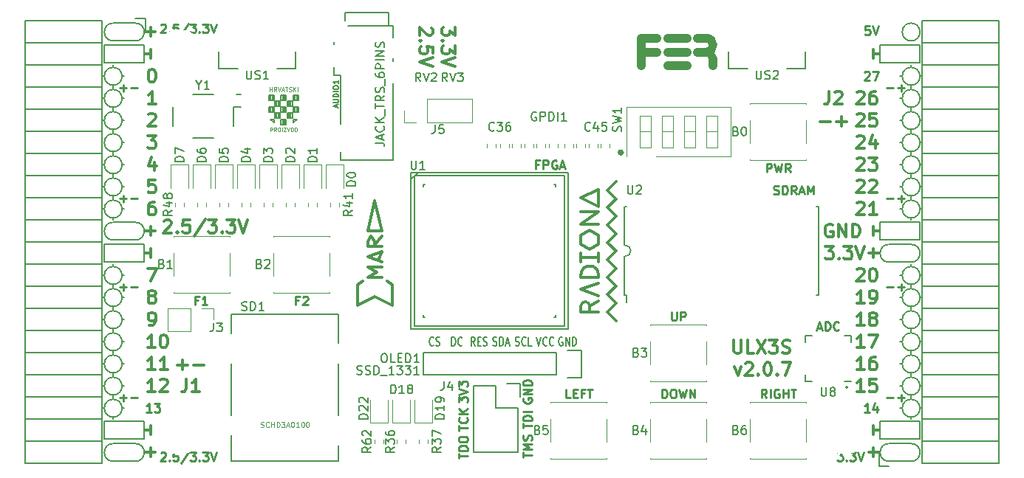
<source format=gto>
G04 #@! TF.GenerationSoftware,KiCad,Pcbnew,5.0.0-rc3+dfsg1-2*
G04 #@! TF.CreationDate,2018-08-05T13:38:05+02:00*
G04 #@! TF.ProjectId,ulx3s,756C7833732E6B696361645F70636200,rev?*
G04 #@! TF.SameCoordinates,Original*
G04 #@! TF.FileFunction,Legend,Top*
G04 #@! TF.FilePolarity,Positive*
%FSLAX46Y46*%
G04 Gerber Fmt 4.6, Leading zero omitted, Abs format (unit mm)*
G04 Created by KiCad (PCBNEW 5.0.0-rc3+dfsg1-2) date Sun Aug  5 13:38:05 2018*
%MOMM*%
%LPD*%
G01*
G04 APERTURE LIST*
%ADD10C,0.250000*%
%ADD11C,0.200000*%
%ADD12C,0.300000*%
%ADD13C,0.150000*%
%ADD14C,0.120000*%
%ADD15C,1.000000*%
%ADD16C,0.152400*%
%ADD17C,0.124460*%
%ADD18C,0.075000*%
%ADD19C,0.500000*%
%ADD20R,0.400000X2.000000*%
%ADD21C,2.100000*%
%ADD22R,1.220000X2.540000*%
%ADD23R,0.660000X1.000000*%
%ADD24O,1.827200X1.827200*%
%ADD25R,1.827200X1.827200*%
%ADD26C,5.600000*%
%ADD27O,0.950000X0.400000*%
%ADD28O,0.400000X0.950000*%
%ADD29R,1.775000X1.775000*%
%ADD30R,1.827200X2.132000*%
%ADD31O,1.827200X2.132000*%
%ADD32R,2.900000X2.100000*%
%ADD33R,2.900000X2.300000*%
%ADD34R,2.900000X2.900000*%
%ADD35C,1.800000*%
%ADD36R,0.800000X1.600000*%
%ADD37R,1.550000X1.000000*%
%ADD38R,1.550000X2.100000*%
%ADD39R,2.300000X1.900000*%
%ADD40R,1.100000X0.770000*%
%ADD41R,1.600000X1.070000*%
%ADD42R,1.800000X1.800000*%
%ADD43O,1.800000X1.800000*%
%ADD44R,1.395000X1.500000*%
%ADD45R,1.900000X2.000000*%
%ADD46R,0.500000X1.450000*%
%ADD47R,2.000000X2.000000*%
%ADD48R,2.200000X1.700000*%
%ADD49R,1.650000X1.400000*%
G04 APERTURE END LIST*
D10*
X116641666Y-93497571D02*
X116308333Y-93497571D01*
X116308333Y-94021380D02*
X116308333Y-93021380D01*
X116784523Y-93021380D01*
X117117857Y-93116619D02*
X117165476Y-93069000D01*
X117260714Y-93021380D01*
X117498809Y-93021380D01*
X117594047Y-93069000D01*
X117641666Y-93116619D01*
X117689285Y-93211857D01*
X117689285Y-93307095D01*
X117641666Y-93449952D01*
X117070238Y-94021380D01*
X117689285Y-94021380D01*
X105084666Y-93497571D02*
X104751333Y-93497571D01*
X104751333Y-94021380D02*
X104751333Y-93021380D01*
X105227523Y-93021380D01*
X106132285Y-94021380D02*
X105560857Y-94021380D01*
X105846571Y-94021380D02*
X105846571Y-93021380D01*
X105751333Y-93164238D01*
X105656095Y-93259476D01*
X105560857Y-93307095D01*
X170236666Y-104689380D02*
X169903333Y-104213190D01*
X169665238Y-104689380D02*
X169665238Y-103689380D01*
X170046190Y-103689380D01*
X170141428Y-103737000D01*
X170189047Y-103784619D01*
X170236666Y-103879857D01*
X170236666Y-104022714D01*
X170189047Y-104117952D01*
X170141428Y-104165571D01*
X170046190Y-104213190D01*
X169665238Y-104213190D01*
X170665238Y-104689380D02*
X170665238Y-103689380D01*
X171665238Y-103737000D02*
X171570000Y-103689380D01*
X171427142Y-103689380D01*
X171284285Y-103737000D01*
X171189047Y-103832238D01*
X171141428Y-103927476D01*
X171093809Y-104117952D01*
X171093809Y-104260809D01*
X171141428Y-104451285D01*
X171189047Y-104546523D01*
X171284285Y-104641761D01*
X171427142Y-104689380D01*
X171522380Y-104689380D01*
X171665238Y-104641761D01*
X171712857Y-104594142D01*
X171712857Y-104260809D01*
X171522380Y-104260809D01*
X172141428Y-104689380D02*
X172141428Y-103689380D01*
X172141428Y-104165571D02*
X172712857Y-104165571D01*
X172712857Y-104689380D02*
X172712857Y-103689380D01*
X173046190Y-103689380D02*
X173617619Y-103689380D01*
X173331904Y-104689380D02*
X173331904Y-103689380D01*
X159354285Y-94799380D02*
X159354285Y-95608904D01*
X159401904Y-95704142D01*
X159449523Y-95751761D01*
X159544761Y-95799380D01*
X159735238Y-95799380D01*
X159830476Y-95751761D01*
X159878095Y-95704142D01*
X159925714Y-95608904D01*
X159925714Y-94799380D01*
X160401904Y-95799380D02*
X160401904Y-94799380D01*
X160782857Y-94799380D01*
X160878095Y-94847000D01*
X160925714Y-94894619D01*
X160973333Y-94989857D01*
X160973333Y-95132714D01*
X160925714Y-95227952D01*
X160878095Y-95275571D01*
X160782857Y-95323190D01*
X160401904Y-95323190D01*
X158259047Y-104689380D02*
X158259047Y-103689380D01*
X158497142Y-103689380D01*
X158640000Y-103737000D01*
X158735238Y-103832238D01*
X158782857Y-103927476D01*
X158830476Y-104117952D01*
X158830476Y-104260809D01*
X158782857Y-104451285D01*
X158735238Y-104546523D01*
X158640000Y-104641761D01*
X158497142Y-104689380D01*
X158259047Y-104689380D01*
X159449523Y-103689380D02*
X159640000Y-103689380D01*
X159735238Y-103737000D01*
X159830476Y-103832238D01*
X159878095Y-104022714D01*
X159878095Y-104356047D01*
X159830476Y-104546523D01*
X159735238Y-104641761D01*
X159640000Y-104689380D01*
X159449523Y-104689380D01*
X159354285Y-104641761D01*
X159259047Y-104546523D01*
X159211428Y-104356047D01*
X159211428Y-104022714D01*
X159259047Y-103832238D01*
X159354285Y-103737000D01*
X159449523Y-103689380D01*
X160211428Y-103689380D02*
X160449523Y-104689380D01*
X160640000Y-103975095D01*
X160830476Y-104689380D01*
X161068571Y-103689380D01*
X161449523Y-104689380D02*
X161449523Y-103689380D01*
X162020952Y-104689380D01*
X162020952Y-103689380D01*
X147757619Y-104689380D02*
X147281428Y-104689380D01*
X147281428Y-103689380D01*
X148090952Y-104165571D02*
X148424285Y-104165571D01*
X148567142Y-104689380D02*
X148090952Y-104689380D01*
X148090952Y-103689380D01*
X148567142Y-103689380D01*
X149329047Y-104165571D02*
X148995714Y-104165571D01*
X148995714Y-104689380D02*
X148995714Y-103689380D01*
X149471904Y-103689380D01*
X149710000Y-103689380D02*
X150281428Y-103689380D01*
X149995714Y-104689380D02*
X149995714Y-103689380D01*
X170251666Y-78781380D02*
X170251666Y-77781380D01*
X170632619Y-77781380D01*
X170727857Y-77829000D01*
X170775476Y-77876619D01*
X170823095Y-77971857D01*
X170823095Y-78114714D01*
X170775476Y-78209952D01*
X170727857Y-78257571D01*
X170632619Y-78305190D01*
X170251666Y-78305190D01*
X171156428Y-77781380D02*
X171394523Y-78781380D01*
X171585000Y-78067095D01*
X171775476Y-78781380D01*
X172013571Y-77781380D01*
X172965952Y-78781380D02*
X172632619Y-78305190D01*
X172394523Y-78781380D02*
X172394523Y-77781380D01*
X172775476Y-77781380D01*
X172870714Y-77829000D01*
X172918333Y-77876619D01*
X172965952Y-77971857D01*
X172965952Y-78114714D01*
X172918333Y-78209952D01*
X172870714Y-78257571D01*
X172775476Y-78305190D01*
X172394523Y-78305190D01*
D11*
X179586000Y-103475000D02*
G75*
G03X179586000Y-103475000I-127000J0D01*
G01*
D12*
X134560428Y-62144714D02*
X134560428Y-63073285D01*
X133989000Y-62573285D01*
X133989000Y-62787571D01*
X133917571Y-62930428D01*
X133846142Y-63001857D01*
X133703285Y-63073285D01*
X133346142Y-63073285D01*
X133203285Y-63001857D01*
X133131857Y-62930428D01*
X133060428Y-62787571D01*
X133060428Y-62359000D01*
X133131857Y-62216142D01*
X133203285Y-62144714D01*
X133203285Y-63716142D02*
X133131857Y-63787571D01*
X133060428Y-63716142D01*
X133131857Y-63644714D01*
X133203285Y-63716142D01*
X133060428Y-63716142D01*
X134560428Y-64287571D02*
X134560428Y-65216142D01*
X133989000Y-64716142D01*
X133989000Y-64930428D01*
X133917571Y-65073285D01*
X133846142Y-65144714D01*
X133703285Y-65216142D01*
X133346142Y-65216142D01*
X133203285Y-65144714D01*
X133131857Y-65073285D01*
X133060428Y-64930428D01*
X133060428Y-64501857D01*
X133131857Y-64359000D01*
X133203285Y-64287571D01*
X134560428Y-65644714D02*
X133060428Y-66144714D01*
X134560428Y-66644714D01*
X131877571Y-62216142D02*
X131949000Y-62287571D01*
X132020428Y-62430428D01*
X132020428Y-62787571D01*
X131949000Y-62930428D01*
X131877571Y-63001857D01*
X131734714Y-63073285D01*
X131591857Y-63073285D01*
X131377571Y-63001857D01*
X130520428Y-62144714D01*
X130520428Y-63073285D01*
X130663285Y-63716142D02*
X130591857Y-63787571D01*
X130520428Y-63716142D01*
X130591857Y-63644714D01*
X130663285Y-63716142D01*
X130520428Y-63716142D01*
X132020428Y-65144714D02*
X132020428Y-64430428D01*
X131306142Y-64359000D01*
X131377571Y-64430428D01*
X131449000Y-64573285D01*
X131449000Y-64930428D01*
X131377571Y-65073285D01*
X131306142Y-65144714D01*
X131163285Y-65216142D01*
X130806142Y-65216142D01*
X130663285Y-65144714D01*
X130591857Y-65073285D01*
X130520428Y-64930428D01*
X130520428Y-64573285D01*
X130591857Y-64430428D01*
X130663285Y-64359000D01*
X132020428Y-65644714D02*
X130520428Y-66144714D01*
X132020428Y-66644714D01*
X102760000Y-100897142D02*
X103902857Y-100897142D01*
X103331428Y-101468571D02*
X103331428Y-100325714D01*
X104617142Y-100897142D02*
X105760000Y-100897142D01*
X166592714Y-101121571D02*
X166949857Y-102121571D01*
X167307000Y-101121571D01*
X167807000Y-100764428D02*
X167878428Y-100693000D01*
X168021285Y-100621571D01*
X168378428Y-100621571D01*
X168521285Y-100693000D01*
X168592714Y-100764428D01*
X168664142Y-100907285D01*
X168664142Y-101050142D01*
X168592714Y-101264428D01*
X167735571Y-102121571D01*
X168664142Y-102121571D01*
X169307000Y-101978714D02*
X169378428Y-102050142D01*
X169307000Y-102121571D01*
X169235571Y-102050142D01*
X169307000Y-101978714D01*
X169307000Y-102121571D01*
X170307000Y-100621571D02*
X170449857Y-100621571D01*
X170592714Y-100693000D01*
X170664142Y-100764428D01*
X170735571Y-100907285D01*
X170807000Y-101193000D01*
X170807000Y-101550142D01*
X170735571Y-101835857D01*
X170664142Y-101978714D01*
X170592714Y-102050142D01*
X170449857Y-102121571D01*
X170307000Y-102121571D01*
X170164142Y-102050142D01*
X170092714Y-101978714D01*
X170021285Y-101835857D01*
X169949857Y-101550142D01*
X169949857Y-101193000D01*
X170021285Y-100907285D01*
X170092714Y-100764428D01*
X170164142Y-100693000D01*
X170307000Y-100621571D01*
X171449857Y-101978714D02*
X171521285Y-102050142D01*
X171449857Y-102121571D01*
X171378428Y-102050142D01*
X171449857Y-101978714D01*
X171449857Y-102121571D01*
X172021285Y-100621571D02*
X173021285Y-100621571D01*
X172378428Y-102121571D01*
X182492000Y-87582000D02*
X182492000Y-88598000D01*
X181984000Y-88090000D02*
X183254000Y-88090000D01*
X182492000Y-110442000D02*
X182492000Y-111458000D01*
X183254000Y-110950000D02*
X181984000Y-110950000D01*
X99688000Y-110442000D02*
X99688000Y-111458000D01*
X98926000Y-110950000D02*
X100196000Y-110950000D01*
X99688000Y-62182000D02*
X99688000Y-63198000D01*
X98926000Y-62690000D02*
X100196000Y-62690000D01*
X99688000Y-85042000D02*
X99688000Y-86058000D01*
X98926000Y-85550000D02*
X100196000Y-85550000D01*
D11*
X97910000Y-63706000D02*
G75*
G03X97910000Y-61674000I0J1016000D01*
G01*
X184270000Y-109934000D02*
G75*
G03X184270000Y-111966000I0J-1016000D01*
G01*
X95370000Y-111966000D02*
X97910000Y-111966000D01*
X95370000Y-109934000D02*
X97910000Y-109934000D01*
X97910000Y-111966000D02*
G75*
G03X97910000Y-109934000I0J1016000D01*
G01*
X95370000Y-109934000D02*
G75*
G03X95370000Y-111966000I0J-1016000D01*
G01*
X95370000Y-61674000D02*
X97910000Y-61674000D01*
X95370000Y-63706000D02*
X97910000Y-63706000D01*
X95370000Y-61674000D02*
G75*
G03X95370000Y-63706000I0J-1016000D01*
G01*
X95370000Y-84534000D02*
X97910000Y-84534000D01*
X95370000Y-86566000D02*
X97910000Y-86566000D01*
X95370000Y-84534000D02*
G75*
G03X95370000Y-86566000I0J-1016000D01*
G01*
X97910000Y-86566000D02*
G75*
G03X97910000Y-84534000I0J1016000D01*
G01*
X187826000Y-62690000D02*
G75*
G03X187826000Y-62690000I-1016000J0D01*
G01*
X184270000Y-89106000D02*
X186810000Y-89106000D01*
X184270000Y-87074000D02*
X186810000Y-87074000D01*
X184270000Y-87074000D02*
G75*
G03X184270000Y-89106000I0J-1016000D01*
G01*
X186810000Y-89106000D02*
G75*
G03X186810000Y-87074000I0J1016000D01*
G01*
X186810000Y-111966000D02*
X184270000Y-111966000D01*
X186810000Y-109934000D02*
X184270000Y-109934000D01*
X186810000Y-111966000D02*
G75*
G03X186810000Y-109934000I0J1016000D01*
G01*
X94354000Y-66246000D02*
X94354000Y-64214000D01*
X98926000Y-66246000D02*
X94354000Y-66246000D01*
X98926000Y-64214000D02*
X98926000Y-66246000D01*
X94354000Y-64214000D02*
X98926000Y-64214000D01*
X94354000Y-87074000D02*
X98926000Y-87074000D01*
X94354000Y-89106000D02*
X94354000Y-87074000D01*
X98926000Y-89106000D02*
X94354000Y-89106000D01*
X98926000Y-87074000D02*
X98926000Y-89106000D01*
X94354000Y-109426000D02*
X98926000Y-109426000D01*
X94354000Y-107394000D02*
X94354000Y-109426000D01*
X98926000Y-107394000D02*
X94354000Y-107394000D01*
X98926000Y-109426000D02*
X98926000Y-107394000D01*
X183254000Y-109426000D02*
X187826000Y-109426000D01*
X183254000Y-107394000D02*
X183254000Y-109426000D01*
X187826000Y-107394000D02*
X187826000Y-109426000D01*
X183254000Y-107394000D02*
X187826000Y-107394000D01*
X183254000Y-66246000D02*
X187826000Y-66246000D01*
X183254000Y-64214000D02*
X183254000Y-66246000D01*
X187826000Y-64214000D02*
X183254000Y-64214000D01*
X187826000Y-66246000D02*
X187826000Y-64214000D01*
X183254000Y-84534000D02*
X187826000Y-84534000D01*
X183254000Y-86566000D02*
X183254000Y-84534000D01*
X187826000Y-86566000D02*
X183254000Y-86566000D01*
X187826000Y-84534000D02*
X187826000Y-86566000D01*
D10*
X96148000Y-69111428D02*
X96909904Y-69111428D01*
X96528952Y-69492380D02*
X96528952Y-68730476D01*
X97386095Y-69111428D02*
X98148000Y-69111428D01*
X96148000Y-81811428D02*
X96909904Y-81811428D01*
X96528952Y-82192380D02*
X96528952Y-81430476D01*
X97386095Y-81811428D02*
X98148000Y-81811428D01*
X96148000Y-91971428D02*
X96909904Y-91971428D01*
X96528952Y-92352380D02*
X96528952Y-91590476D01*
X97386095Y-91971428D02*
X98148000Y-91971428D01*
X96148000Y-104671428D02*
X96909904Y-104671428D01*
X96528952Y-105052380D02*
X96528952Y-104290476D01*
X97386095Y-104671428D02*
X98148000Y-104671428D01*
X184032000Y-104671428D02*
X184793904Y-104671428D01*
X185270095Y-104671428D02*
X186032000Y-104671428D01*
X185651047Y-105052380D02*
X185651047Y-104290476D01*
X184032000Y-91971428D02*
X184793904Y-91971428D01*
X185270095Y-91971428D02*
X186032000Y-91971428D01*
X185651047Y-92352380D02*
X185651047Y-91590476D01*
X184032000Y-81811428D02*
X184793904Y-81811428D01*
X185270095Y-81811428D02*
X186032000Y-81811428D01*
X185651047Y-82192380D02*
X185651047Y-81430476D01*
X184032000Y-69111428D02*
X184793904Y-69111428D01*
X185270095Y-69111428D02*
X186032000Y-69111428D01*
X185651047Y-69492380D02*
X185651047Y-68730476D01*
D12*
X176420000Y-72957142D02*
X177562857Y-72957142D01*
X178277142Y-72957142D02*
X179420000Y-72957142D01*
X178848571Y-73528571D02*
X178848571Y-72385714D01*
D11*
X187826000Y-67770000D02*
G75*
G03X187826000Y-67770000I-1016000J0D01*
G01*
X187826000Y-70310000D02*
G75*
G03X187826000Y-70310000I-1016000J0D01*
G01*
X187826000Y-72850000D02*
G75*
G03X187826000Y-72850000I-1016000J0D01*
G01*
X187826000Y-75390000D02*
G75*
G03X187826000Y-75390000I-1016000J0D01*
G01*
X187826000Y-77930000D02*
G75*
G03X187826000Y-77930000I-1016000J0D01*
G01*
X187826000Y-80470000D02*
G75*
G03X187826000Y-80470000I-1016000J0D01*
G01*
X187826000Y-83010000D02*
G75*
G03X187826000Y-83010000I-1016000J0D01*
G01*
X187826000Y-90630000D02*
G75*
G03X187826000Y-90630000I-1016000J0D01*
G01*
X187826000Y-93170000D02*
G75*
G03X187826000Y-93170000I-1016000J0D01*
G01*
X187826000Y-95710000D02*
G75*
G03X187826000Y-95710000I-1016000J0D01*
G01*
X187826000Y-98250000D02*
G75*
G03X187826000Y-98250000I-1016000J0D01*
G01*
X187826000Y-100790000D02*
G75*
G03X187826000Y-100790000I-1016000J0D01*
G01*
X187826000Y-103330000D02*
G75*
G03X187826000Y-103330000I-1016000J0D01*
G01*
X187826000Y-105870000D02*
G75*
G03X187826000Y-105870000I-1016000J0D01*
G01*
X96386000Y-105870000D02*
G75*
G03X96386000Y-105870000I-1016000J0D01*
G01*
X96386000Y-103330000D02*
G75*
G03X96386000Y-103330000I-1016000J0D01*
G01*
X96386000Y-100790000D02*
G75*
G03X96386000Y-100790000I-1016000J0D01*
G01*
X96386000Y-98250000D02*
G75*
G03X96386000Y-98250000I-1016000J0D01*
G01*
X96386000Y-95710000D02*
G75*
G03X96386000Y-95710000I-1016000J0D01*
G01*
X96386000Y-93170000D02*
G75*
G03X96386000Y-93170000I-1016000J0D01*
G01*
X96386000Y-90630000D02*
G75*
G03X96386000Y-90630000I-1016000J0D01*
G01*
X96386000Y-83010000D02*
G75*
G03X96386000Y-83010000I-1016000J0D01*
G01*
X96386000Y-80470000D02*
G75*
G03X96386000Y-80470000I-1016000J0D01*
G01*
X96386000Y-77930000D02*
G75*
G03X96386000Y-77930000I-1016000J0D01*
G01*
X96386000Y-75390000D02*
G75*
G03X96386000Y-75390000I-1016000J0D01*
G01*
X96386000Y-72850000D02*
G75*
G03X96386000Y-72850000I-1016000J0D01*
G01*
X96386000Y-70310000D02*
G75*
G03X96386000Y-70310000I-1016000J0D01*
G01*
X96386000Y-67770000D02*
G75*
G03X96386000Y-67770000I-1016000J0D01*
G01*
D12*
X177793142Y-84800000D02*
X177650285Y-84728571D01*
X177436000Y-84728571D01*
X177221714Y-84800000D01*
X177078857Y-84942857D01*
X177007428Y-85085714D01*
X176936000Y-85371428D01*
X176936000Y-85585714D01*
X177007428Y-85871428D01*
X177078857Y-86014285D01*
X177221714Y-86157142D01*
X177436000Y-86228571D01*
X177578857Y-86228571D01*
X177793142Y-86157142D01*
X177864571Y-86085714D01*
X177864571Y-85585714D01*
X177578857Y-85585714D01*
X178507428Y-86228571D02*
X178507428Y-84728571D01*
X179364571Y-86228571D01*
X179364571Y-84728571D01*
X180078857Y-86228571D02*
X180078857Y-84728571D01*
X180436000Y-84728571D01*
X180650285Y-84800000D01*
X180793142Y-84942857D01*
X180864571Y-85085714D01*
X180936000Y-85371428D01*
X180936000Y-85585714D01*
X180864571Y-85871428D01*
X180793142Y-86014285D01*
X180650285Y-86157142D01*
X180436000Y-86228571D01*
X180078857Y-86228571D01*
X182492000Y-86058000D02*
X182492000Y-85042000D01*
X183254000Y-85550000D02*
X182492000Y-85550000D01*
X182492000Y-107902000D02*
X182492000Y-108918000D01*
X182492000Y-108410000D02*
X183254000Y-108410000D01*
D10*
X182047523Y-106322380D02*
X181476095Y-106322380D01*
X181761809Y-106322380D02*
X181761809Y-105322380D01*
X181666571Y-105465238D01*
X181571333Y-105560476D01*
X181476095Y-105608095D01*
X182904666Y-105655714D02*
X182904666Y-106322380D01*
X182666571Y-105274761D02*
X182428476Y-105989047D01*
X183047523Y-105989047D01*
X181476095Y-67317619D02*
X181523714Y-67270000D01*
X181618952Y-67222380D01*
X181857047Y-67222380D01*
X181952285Y-67270000D01*
X181999904Y-67317619D01*
X182047523Y-67412857D01*
X182047523Y-67508095D01*
X181999904Y-67650952D01*
X181428476Y-68222380D01*
X182047523Y-68222380D01*
X182380857Y-67222380D02*
X183047523Y-67222380D01*
X182618952Y-68222380D01*
D12*
X182492000Y-64722000D02*
X182492000Y-65738000D01*
X182492000Y-65230000D02*
X183254000Y-65230000D01*
X99688000Y-107902000D02*
X99688000Y-108918000D01*
X98926000Y-108410000D02*
X99688000Y-108410000D01*
X99315000Y-74568571D02*
X100243571Y-74568571D01*
X99743571Y-75140000D01*
X99957857Y-75140000D01*
X100100714Y-75211428D01*
X100172142Y-75282857D01*
X100243571Y-75425714D01*
X100243571Y-75782857D01*
X100172142Y-75925714D01*
X100100714Y-75997142D01*
X99957857Y-76068571D01*
X99529285Y-76068571D01*
X99386428Y-75997142D01*
X99315000Y-75925714D01*
X100100714Y-77608571D02*
X100100714Y-78608571D01*
X99743571Y-77037142D02*
X99386428Y-78108571D01*
X100315000Y-78108571D01*
X100172142Y-79648571D02*
X99457857Y-79648571D01*
X99386428Y-80362857D01*
X99457857Y-80291428D01*
X99600714Y-80220000D01*
X99957857Y-80220000D01*
X100100714Y-80291428D01*
X100172142Y-80362857D01*
X100243571Y-80505714D01*
X100243571Y-80862857D01*
X100172142Y-81005714D01*
X100100714Y-81077142D01*
X99957857Y-81148571D01*
X99600714Y-81148571D01*
X99457857Y-81077142D01*
X99386428Y-81005714D01*
D10*
X99751523Y-106322380D02*
X99180095Y-106322380D01*
X99465809Y-106322380D02*
X99465809Y-105322380D01*
X99370571Y-105465238D01*
X99275333Y-105560476D01*
X99180095Y-105608095D01*
X100084857Y-105322380D02*
X100703904Y-105322380D01*
X100370571Y-105703333D01*
X100513428Y-105703333D01*
X100608666Y-105750952D01*
X100656285Y-105798571D01*
X100703904Y-105893809D01*
X100703904Y-106131904D01*
X100656285Y-106227142D01*
X100608666Y-106274761D01*
X100513428Y-106322380D01*
X100227714Y-106322380D01*
X100132476Y-106274761D01*
X100084857Y-106227142D01*
D12*
X99315000Y-89808571D02*
X100315000Y-89808571D01*
X99672142Y-91308571D01*
X99688000Y-87582000D02*
X99688000Y-88598000D01*
X98926000Y-88090000D02*
X99688000Y-88090000D01*
X99688000Y-64722000D02*
X99688000Y-65738000D01*
X98926000Y-65230000D02*
X99688000Y-65230000D01*
D10*
X100817976Y-61874619D02*
X100865595Y-61827000D01*
X100960833Y-61779380D01*
X101198928Y-61779380D01*
X101294166Y-61827000D01*
X101341785Y-61874619D01*
X101389404Y-61969857D01*
X101389404Y-62065095D01*
X101341785Y-62207952D01*
X100770357Y-62779380D01*
X101389404Y-62779380D01*
X101817976Y-62684142D02*
X101865595Y-62731761D01*
X101817976Y-62779380D01*
X101770357Y-62731761D01*
X101817976Y-62684142D01*
X101817976Y-62779380D01*
X102770357Y-61779380D02*
X102294166Y-61779380D01*
X102246547Y-62255571D01*
X102294166Y-62207952D01*
X102389404Y-62160333D01*
X102627500Y-62160333D01*
X102722738Y-62207952D01*
X102770357Y-62255571D01*
X102817976Y-62350809D01*
X102817976Y-62588904D01*
X102770357Y-62684142D01*
X102722738Y-62731761D01*
X102627500Y-62779380D01*
X102389404Y-62779380D01*
X102294166Y-62731761D01*
X102246547Y-62684142D01*
X103960833Y-61731761D02*
X103103690Y-63017476D01*
X104198928Y-61779380D02*
X104817976Y-61779380D01*
X104484642Y-62160333D01*
X104627500Y-62160333D01*
X104722738Y-62207952D01*
X104770357Y-62255571D01*
X104817976Y-62350809D01*
X104817976Y-62588904D01*
X104770357Y-62684142D01*
X104722738Y-62731761D01*
X104627500Y-62779380D01*
X104341785Y-62779380D01*
X104246547Y-62731761D01*
X104198928Y-62684142D01*
X105246547Y-62684142D02*
X105294166Y-62731761D01*
X105246547Y-62779380D01*
X105198928Y-62731761D01*
X105246547Y-62684142D01*
X105246547Y-62779380D01*
X105627500Y-61779380D02*
X106246547Y-61779380D01*
X105913214Y-62160333D01*
X106056071Y-62160333D01*
X106151309Y-62207952D01*
X106198928Y-62255571D01*
X106246547Y-62350809D01*
X106246547Y-62588904D01*
X106198928Y-62684142D01*
X106151309Y-62731761D01*
X106056071Y-62779380D01*
X105770357Y-62779380D01*
X105675119Y-62731761D01*
X105627500Y-62684142D01*
X106532261Y-61779380D02*
X106865595Y-62779380D01*
X107198928Y-61779380D01*
X178360261Y-110910380D02*
X178979309Y-110910380D01*
X178645976Y-111291333D01*
X178788833Y-111291333D01*
X178884071Y-111338952D01*
X178931690Y-111386571D01*
X178979309Y-111481809D01*
X178979309Y-111719904D01*
X178931690Y-111815142D01*
X178884071Y-111862761D01*
X178788833Y-111910380D01*
X178503119Y-111910380D01*
X178407880Y-111862761D01*
X178360261Y-111815142D01*
X179407880Y-111815142D02*
X179455500Y-111862761D01*
X179407880Y-111910380D01*
X179360261Y-111862761D01*
X179407880Y-111815142D01*
X179407880Y-111910380D01*
X179788833Y-110910380D02*
X180407880Y-110910380D01*
X180074547Y-111291333D01*
X180217404Y-111291333D01*
X180312642Y-111338952D01*
X180360261Y-111386571D01*
X180407880Y-111481809D01*
X180407880Y-111719904D01*
X180360261Y-111815142D01*
X180312642Y-111862761D01*
X180217404Y-111910380D01*
X179931690Y-111910380D01*
X179836452Y-111862761D01*
X179788833Y-111815142D01*
X180693595Y-110910380D02*
X181026928Y-111910380D01*
X181360261Y-110910380D01*
D12*
X101199714Y-84381428D02*
X101271142Y-84310000D01*
X101414000Y-84238571D01*
X101771142Y-84238571D01*
X101914000Y-84310000D01*
X101985428Y-84381428D01*
X102056857Y-84524285D01*
X102056857Y-84667142D01*
X101985428Y-84881428D01*
X101128285Y-85738571D01*
X102056857Y-85738571D01*
X102699714Y-85595714D02*
X102771142Y-85667142D01*
X102699714Y-85738571D01*
X102628285Y-85667142D01*
X102699714Y-85595714D01*
X102699714Y-85738571D01*
X104128285Y-84238571D02*
X103414000Y-84238571D01*
X103342571Y-84952857D01*
X103414000Y-84881428D01*
X103556857Y-84810000D01*
X103914000Y-84810000D01*
X104056857Y-84881428D01*
X104128285Y-84952857D01*
X104199714Y-85095714D01*
X104199714Y-85452857D01*
X104128285Y-85595714D01*
X104056857Y-85667142D01*
X103914000Y-85738571D01*
X103556857Y-85738571D01*
X103414000Y-85667142D01*
X103342571Y-85595714D01*
X105914000Y-84167142D02*
X104628285Y-86095714D01*
X106271142Y-84238571D02*
X107199714Y-84238571D01*
X106699714Y-84810000D01*
X106914000Y-84810000D01*
X107056857Y-84881428D01*
X107128285Y-84952857D01*
X107199714Y-85095714D01*
X107199714Y-85452857D01*
X107128285Y-85595714D01*
X107056857Y-85667142D01*
X106914000Y-85738571D01*
X106485428Y-85738571D01*
X106342571Y-85667142D01*
X106271142Y-85595714D01*
X107842571Y-85595714D02*
X107914000Y-85667142D01*
X107842571Y-85738571D01*
X107771142Y-85667142D01*
X107842571Y-85595714D01*
X107842571Y-85738571D01*
X108414000Y-84238571D02*
X109342571Y-84238571D01*
X108842571Y-84810000D01*
X109056857Y-84810000D01*
X109199714Y-84881428D01*
X109271142Y-84952857D01*
X109342571Y-85095714D01*
X109342571Y-85452857D01*
X109271142Y-85595714D01*
X109199714Y-85667142D01*
X109056857Y-85738571D01*
X108628285Y-85738571D01*
X108485428Y-85667142D01*
X108414000Y-85595714D01*
X109771142Y-84238571D02*
X110271142Y-85738571D01*
X110771142Y-84238571D01*
D10*
X100817976Y-111023619D02*
X100865595Y-110976000D01*
X100960833Y-110928380D01*
X101198928Y-110928380D01*
X101294166Y-110976000D01*
X101341785Y-111023619D01*
X101389404Y-111118857D01*
X101389404Y-111214095D01*
X101341785Y-111356952D01*
X100770357Y-111928380D01*
X101389404Y-111928380D01*
X101817976Y-111833142D02*
X101865595Y-111880761D01*
X101817976Y-111928380D01*
X101770357Y-111880761D01*
X101817976Y-111833142D01*
X101817976Y-111928380D01*
X102770357Y-110928380D02*
X102294166Y-110928380D01*
X102246547Y-111404571D01*
X102294166Y-111356952D01*
X102389404Y-111309333D01*
X102627500Y-111309333D01*
X102722738Y-111356952D01*
X102770357Y-111404571D01*
X102817976Y-111499809D01*
X102817976Y-111737904D01*
X102770357Y-111833142D01*
X102722738Y-111880761D01*
X102627500Y-111928380D01*
X102389404Y-111928380D01*
X102294166Y-111880761D01*
X102246547Y-111833142D01*
X103960833Y-110880761D02*
X103103690Y-112166476D01*
X104198928Y-110928380D02*
X104817976Y-110928380D01*
X104484642Y-111309333D01*
X104627500Y-111309333D01*
X104722738Y-111356952D01*
X104770357Y-111404571D01*
X104817976Y-111499809D01*
X104817976Y-111737904D01*
X104770357Y-111833142D01*
X104722738Y-111880761D01*
X104627500Y-111928380D01*
X104341785Y-111928380D01*
X104246547Y-111880761D01*
X104198928Y-111833142D01*
X105246547Y-111833142D02*
X105294166Y-111880761D01*
X105246547Y-111928380D01*
X105198928Y-111880761D01*
X105246547Y-111833142D01*
X105246547Y-111928380D01*
X105627500Y-110928380D02*
X106246547Y-110928380D01*
X105913214Y-111309333D01*
X106056071Y-111309333D01*
X106151309Y-111356952D01*
X106198928Y-111404571D01*
X106246547Y-111499809D01*
X106246547Y-111737904D01*
X106198928Y-111833142D01*
X106151309Y-111880761D01*
X106056071Y-111928380D01*
X105770357Y-111928380D01*
X105675119Y-111880761D01*
X105627500Y-111833142D01*
X106532261Y-110928380D02*
X106865595Y-111928380D01*
X107198928Y-110928380D01*
X182047523Y-62015380D02*
X181571333Y-62015380D01*
X181523714Y-62491571D01*
X181571333Y-62443952D01*
X181666571Y-62396333D01*
X181904666Y-62396333D01*
X181999904Y-62443952D01*
X182047523Y-62491571D01*
X182095142Y-62586809D01*
X182095142Y-62824904D01*
X182047523Y-62920142D01*
X181999904Y-62967761D01*
X181904666Y-63015380D01*
X181666571Y-63015380D01*
X181571333Y-62967761D01*
X181523714Y-62920142D01*
X182380857Y-62015380D02*
X182714190Y-63015380D01*
X183047523Y-62015380D01*
D12*
X180587142Y-69631428D02*
X180658571Y-69560000D01*
X180801428Y-69488571D01*
X181158571Y-69488571D01*
X181301428Y-69560000D01*
X181372857Y-69631428D01*
X181444285Y-69774285D01*
X181444285Y-69917142D01*
X181372857Y-70131428D01*
X180515714Y-70988571D01*
X181444285Y-70988571D01*
X182730000Y-69488571D02*
X182444285Y-69488571D01*
X182301428Y-69560000D01*
X182230000Y-69631428D01*
X182087142Y-69845714D01*
X182015714Y-70131428D01*
X182015714Y-70702857D01*
X182087142Y-70845714D01*
X182158571Y-70917142D01*
X182301428Y-70988571D01*
X182587142Y-70988571D01*
X182730000Y-70917142D01*
X182801428Y-70845714D01*
X182872857Y-70702857D01*
X182872857Y-70345714D01*
X182801428Y-70202857D01*
X182730000Y-70131428D01*
X182587142Y-70060000D01*
X182301428Y-70060000D01*
X182158571Y-70131428D01*
X182087142Y-70202857D01*
X182015714Y-70345714D01*
X180587142Y-72171428D02*
X180658571Y-72100000D01*
X180801428Y-72028571D01*
X181158571Y-72028571D01*
X181301428Y-72100000D01*
X181372857Y-72171428D01*
X181444285Y-72314285D01*
X181444285Y-72457142D01*
X181372857Y-72671428D01*
X180515714Y-73528571D01*
X181444285Y-73528571D01*
X182801428Y-72028571D02*
X182087142Y-72028571D01*
X182015714Y-72742857D01*
X182087142Y-72671428D01*
X182230000Y-72600000D01*
X182587142Y-72600000D01*
X182730000Y-72671428D01*
X182801428Y-72742857D01*
X182872857Y-72885714D01*
X182872857Y-73242857D01*
X182801428Y-73385714D01*
X182730000Y-73457142D01*
X182587142Y-73528571D01*
X182230000Y-73528571D01*
X182087142Y-73457142D01*
X182015714Y-73385714D01*
X180587142Y-74711428D02*
X180658571Y-74640000D01*
X180801428Y-74568571D01*
X181158571Y-74568571D01*
X181301428Y-74640000D01*
X181372857Y-74711428D01*
X181444285Y-74854285D01*
X181444285Y-74997142D01*
X181372857Y-75211428D01*
X180515714Y-76068571D01*
X181444285Y-76068571D01*
X182730000Y-75068571D02*
X182730000Y-76068571D01*
X182372857Y-74497142D02*
X182015714Y-75568571D01*
X182944285Y-75568571D01*
X180587142Y-77251428D02*
X180658571Y-77180000D01*
X180801428Y-77108571D01*
X181158571Y-77108571D01*
X181301428Y-77180000D01*
X181372857Y-77251428D01*
X181444285Y-77394285D01*
X181444285Y-77537142D01*
X181372857Y-77751428D01*
X180515714Y-78608571D01*
X181444285Y-78608571D01*
X181944285Y-77108571D02*
X182872857Y-77108571D01*
X182372857Y-77680000D01*
X182587142Y-77680000D01*
X182730000Y-77751428D01*
X182801428Y-77822857D01*
X182872857Y-77965714D01*
X182872857Y-78322857D01*
X182801428Y-78465714D01*
X182730000Y-78537142D01*
X182587142Y-78608571D01*
X182158571Y-78608571D01*
X182015714Y-78537142D01*
X181944285Y-78465714D01*
X180587142Y-79791428D02*
X180658571Y-79720000D01*
X180801428Y-79648571D01*
X181158571Y-79648571D01*
X181301428Y-79720000D01*
X181372857Y-79791428D01*
X181444285Y-79934285D01*
X181444285Y-80077142D01*
X181372857Y-80291428D01*
X180515714Y-81148571D01*
X181444285Y-81148571D01*
X182015714Y-79791428D02*
X182087142Y-79720000D01*
X182230000Y-79648571D01*
X182587142Y-79648571D01*
X182730000Y-79720000D01*
X182801428Y-79791428D01*
X182872857Y-79934285D01*
X182872857Y-80077142D01*
X182801428Y-80291428D01*
X181944285Y-81148571D01*
X182872857Y-81148571D01*
X180587142Y-82331428D02*
X180658571Y-82260000D01*
X180801428Y-82188571D01*
X181158571Y-82188571D01*
X181301428Y-82260000D01*
X181372857Y-82331428D01*
X181444285Y-82474285D01*
X181444285Y-82617142D01*
X181372857Y-82831428D01*
X180515714Y-83688571D01*
X181444285Y-83688571D01*
X182872857Y-83688571D02*
X182015714Y-83688571D01*
X182444285Y-83688571D02*
X182444285Y-82188571D01*
X182301428Y-82402857D01*
X182158571Y-82545714D01*
X182015714Y-82617142D01*
X176975714Y-87268571D02*
X177904285Y-87268571D01*
X177404285Y-87840000D01*
X177618571Y-87840000D01*
X177761428Y-87911428D01*
X177832857Y-87982857D01*
X177904285Y-88125714D01*
X177904285Y-88482857D01*
X177832857Y-88625714D01*
X177761428Y-88697142D01*
X177618571Y-88768571D01*
X177190000Y-88768571D01*
X177047142Y-88697142D01*
X176975714Y-88625714D01*
X178547142Y-88625714D02*
X178618571Y-88697142D01*
X178547142Y-88768571D01*
X178475714Y-88697142D01*
X178547142Y-88625714D01*
X178547142Y-88768571D01*
X179118571Y-87268571D02*
X180047142Y-87268571D01*
X179547142Y-87840000D01*
X179761428Y-87840000D01*
X179904285Y-87911428D01*
X179975714Y-87982857D01*
X180047142Y-88125714D01*
X180047142Y-88482857D01*
X179975714Y-88625714D01*
X179904285Y-88697142D01*
X179761428Y-88768571D01*
X179332857Y-88768571D01*
X179190000Y-88697142D01*
X179118571Y-88625714D01*
X180475714Y-87268571D02*
X180975714Y-88768571D01*
X181475714Y-87268571D01*
X180587142Y-89951428D02*
X180658571Y-89880000D01*
X180801428Y-89808571D01*
X181158571Y-89808571D01*
X181301428Y-89880000D01*
X181372857Y-89951428D01*
X181444285Y-90094285D01*
X181444285Y-90237142D01*
X181372857Y-90451428D01*
X180515714Y-91308571D01*
X181444285Y-91308571D01*
X182372857Y-89808571D02*
X182515714Y-89808571D01*
X182658571Y-89880000D01*
X182730000Y-89951428D01*
X182801428Y-90094285D01*
X182872857Y-90380000D01*
X182872857Y-90737142D01*
X182801428Y-91022857D01*
X182730000Y-91165714D01*
X182658571Y-91237142D01*
X182515714Y-91308571D01*
X182372857Y-91308571D01*
X182230000Y-91237142D01*
X182158571Y-91165714D01*
X182087142Y-91022857D01*
X182015714Y-90737142D01*
X182015714Y-90380000D01*
X182087142Y-90094285D01*
X182158571Y-89951428D01*
X182230000Y-89880000D01*
X182372857Y-89808571D01*
X181444285Y-93848571D02*
X180587142Y-93848571D01*
X181015714Y-93848571D02*
X181015714Y-92348571D01*
X180872857Y-92562857D01*
X180730000Y-92705714D01*
X180587142Y-92777142D01*
X182158571Y-93848571D02*
X182444285Y-93848571D01*
X182587142Y-93777142D01*
X182658571Y-93705714D01*
X182801428Y-93491428D01*
X182872857Y-93205714D01*
X182872857Y-92634285D01*
X182801428Y-92491428D01*
X182730000Y-92420000D01*
X182587142Y-92348571D01*
X182301428Y-92348571D01*
X182158571Y-92420000D01*
X182087142Y-92491428D01*
X182015714Y-92634285D01*
X182015714Y-92991428D01*
X182087142Y-93134285D01*
X182158571Y-93205714D01*
X182301428Y-93277142D01*
X182587142Y-93277142D01*
X182730000Y-93205714D01*
X182801428Y-93134285D01*
X182872857Y-92991428D01*
X181444285Y-96388571D02*
X180587142Y-96388571D01*
X181015714Y-96388571D02*
X181015714Y-94888571D01*
X180872857Y-95102857D01*
X180730000Y-95245714D01*
X180587142Y-95317142D01*
X182301428Y-95531428D02*
X182158571Y-95460000D01*
X182087142Y-95388571D01*
X182015714Y-95245714D01*
X182015714Y-95174285D01*
X182087142Y-95031428D01*
X182158571Y-94960000D01*
X182301428Y-94888571D01*
X182587142Y-94888571D01*
X182730000Y-94960000D01*
X182801428Y-95031428D01*
X182872857Y-95174285D01*
X182872857Y-95245714D01*
X182801428Y-95388571D01*
X182730000Y-95460000D01*
X182587142Y-95531428D01*
X182301428Y-95531428D01*
X182158571Y-95602857D01*
X182087142Y-95674285D01*
X182015714Y-95817142D01*
X182015714Y-96102857D01*
X182087142Y-96245714D01*
X182158571Y-96317142D01*
X182301428Y-96388571D01*
X182587142Y-96388571D01*
X182730000Y-96317142D01*
X182801428Y-96245714D01*
X182872857Y-96102857D01*
X182872857Y-95817142D01*
X182801428Y-95674285D01*
X182730000Y-95602857D01*
X182587142Y-95531428D01*
X181444285Y-98928571D02*
X180587142Y-98928571D01*
X181015714Y-98928571D02*
X181015714Y-97428571D01*
X180872857Y-97642857D01*
X180730000Y-97785714D01*
X180587142Y-97857142D01*
X181944285Y-97428571D02*
X182944285Y-97428571D01*
X182301428Y-98928571D01*
X181444285Y-101468571D02*
X180587142Y-101468571D01*
X181015714Y-101468571D02*
X181015714Y-99968571D01*
X180872857Y-100182857D01*
X180730000Y-100325714D01*
X180587142Y-100397142D01*
X182730000Y-99968571D02*
X182444285Y-99968571D01*
X182301428Y-100040000D01*
X182230000Y-100111428D01*
X182087142Y-100325714D01*
X182015714Y-100611428D01*
X182015714Y-101182857D01*
X182087142Y-101325714D01*
X182158571Y-101397142D01*
X182301428Y-101468571D01*
X182587142Y-101468571D01*
X182730000Y-101397142D01*
X182801428Y-101325714D01*
X182872857Y-101182857D01*
X182872857Y-100825714D01*
X182801428Y-100682857D01*
X182730000Y-100611428D01*
X182587142Y-100540000D01*
X182301428Y-100540000D01*
X182158571Y-100611428D01*
X182087142Y-100682857D01*
X182015714Y-100825714D01*
X181444285Y-104008571D02*
X180587142Y-104008571D01*
X181015714Y-104008571D02*
X181015714Y-102508571D01*
X180872857Y-102722857D01*
X180730000Y-102865714D01*
X180587142Y-102937142D01*
X182801428Y-102508571D02*
X182087142Y-102508571D01*
X182015714Y-103222857D01*
X182087142Y-103151428D01*
X182230000Y-103080000D01*
X182587142Y-103080000D01*
X182730000Y-103151428D01*
X182801428Y-103222857D01*
X182872857Y-103365714D01*
X182872857Y-103722857D01*
X182801428Y-103865714D01*
X182730000Y-103937142D01*
X182587142Y-104008571D01*
X182230000Y-104008571D01*
X182087142Y-103937142D01*
X182015714Y-103865714D01*
D11*
X186810000Y-66500000D02*
X186810000Y-66754000D01*
X187826000Y-67770000D02*
X188080000Y-67770000D01*
X185540000Y-67770000D02*
X185794000Y-67770000D01*
X186810000Y-69294000D02*
X186810000Y-68786000D01*
X187826000Y-70310000D02*
X188080000Y-70310000D01*
X185540000Y-70310000D02*
X185794000Y-70310000D01*
X186810000Y-71326000D02*
X186810000Y-71834000D01*
X187826000Y-72850000D02*
X188080000Y-72850000D01*
X185540000Y-72850000D02*
X185794000Y-72850000D01*
X186810000Y-73866000D02*
X186810000Y-74374000D01*
X187826000Y-75390000D02*
X188080000Y-75390000D01*
X185540000Y-75390000D02*
X185794000Y-75390000D01*
X186810000Y-76406000D02*
X186810000Y-76914000D01*
X187826000Y-77930000D02*
X188080000Y-77930000D01*
X185540000Y-77930000D02*
X185794000Y-77930000D01*
X186810000Y-79454000D02*
X186810000Y-78946000D01*
X187826000Y-80470000D02*
X188080000Y-80470000D01*
X185540000Y-80470000D02*
X185794000Y-80470000D01*
X186810000Y-81994000D02*
X186810000Y-81486000D01*
X187826000Y-83010000D02*
X188080000Y-83010000D01*
X185540000Y-83010000D02*
X185794000Y-83010000D01*
X186810000Y-84026000D02*
X186810000Y-84280000D01*
X186810000Y-89360000D02*
X186810000Y-89614000D01*
X187826000Y-90630000D02*
X188080000Y-90630000D01*
X185540000Y-90630000D02*
X185794000Y-90630000D01*
X186810000Y-91646000D02*
X186810000Y-92154000D01*
X187826000Y-93170000D02*
X188080000Y-93170000D01*
X185540000Y-93170000D02*
X185794000Y-93170000D01*
X186810000Y-94186000D02*
X186810000Y-94694000D01*
X187826000Y-95710000D02*
X188080000Y-95710000D01*
X185540000Y-95710000D02*
X185794000Y-95710000D01*
X186810000Y-97234000D02*
X186810000Y-96726000D01*
X187826000Y-98250000D02*
X188080000Y-98250000D01*
X185540000Y-98250000D02*
X185794000Y-98250000D01*
X187826000Y-100790000D02*
X188080000Y-100790000D01*
X185540000Y-100790000D02*
X185794000Y-100790000D01*
X186810000Y-99266000D02*
X186810000Y-99774000D01*
X186810000Y-102314000D02*
X186810000Y-101806000D01*
X187826000Y-103330000D02*
X188080000Y-103330000D01*
X185540000Y-103330000D02*
X185794000Y-103330000D01*
X186810000Y-104346000D02*
X186810000Y-104854000D01*
X185540000Y-105870000D02*
X185794000Y-105870000D01*
X187826000Y-105870000D02*
X188080000Y-105870000D01*
X186810000Y-106886000D02*
X186810000Y-107140000D01*
X95370000Y-66754000D02*
X95370000Y-66500000D01*
X96386000Y-67770000D02*
X96640000Y-67770000D01*
X94100000Y-67770000D02*
X94354000Y-67770000D01*
X95370000Y-68786000D02*
X95370000Y-69294000D01*
X96386000Y-70310000D02*
X96640000Y-70310000D01*
X94100000Y-70310000D02*
X94354000Y-70310000D01*
X95370000Y-71326000D02*
X95370000Y-71834000D01*
X96386000Y-72850000D02*
X96640000Y-72850000D01*
X94100000Y-72850000D02*
X94354000Y-72850000D01*
X95370000Y-73866000D02*
X95370000Y-74374000D01*
X96386000Y-75390000D02*
X96640000Y-75390000D01*
X95370000Y-76406000D02*
X95370000Y-76914000D01*
X96386000Y-77930000D02*
X96640000Y-77930000D01*
X94100000Y-77930000D02*
X94354000Y-77930000D01*
X95370000Y-79454000D02*
X95370000Y-78946000D01*
X96386000Y-80470000D02*
X96640000Y-80470000D01*
X94100000Y-80470000D02*
X94354000Y-80470000D01*
X95370000Y-81486000D02*
X95370000Y-81994000D01*
X96386000Y-83010000D02*
X96640000Y-83010000D01*
X95370000Y-84026000D02*
X95370000Y-84280000D01*
X94100000Y-83010000D02*
X94354000Y-83010000D01*
X95370000Y-106886000D02*
X95370000Y-107140000D01*
X95370000Y-89360000D02*
X95370000Y-89614000D01*
X96386000Y-93170000D02*
X96640000Y-93170000D01*
X94100000Y-93170000D02*
X94354000Y-93170000D01*
X95370000Y-94186000D02*
X95370000Y-94694000D01*
X94100000Y-90630000D02*
X94354000Y-90630000D01*
X96386000Y-90630000D02*
X96640000Y-90630000D01*
X95370000Y-92154000D02*
X95370000Y-91646000D01*
X96386000Y-95710000D02*
X96640000Y-95710000D01*
X94100000Y-95710000D02*
X94354000Y-95710000D01*
X96386000Y-98250000D02*
X96640000Y-98250000D01*
X94354000Y-98250000D02*
X94100000Y-98250000D01*
X95370000Y-96726000D02*
X95370000Y-97234000D01*
X95370000Y-99266000D02*
X95370000Y-99774000D01*
X94100000Y-100790000D02*
X94354000Y-100790000D01*
X96386000Y-100790000D02*
X96640000Y-100790000D01*
X94100000Y-103330000D02*
X94354000Y-103330000D01*
X96386000Y-103330000D02*
X96640000Y-103330000D01*
X95370000Y-101806000D02*
X95370000Y-102314000D01*
X95370000Y-104346000D02*
X95370000Y-104854000D01*
X96386000Y-105870000D02*
X96640000Y-105870000D01*
X94100000Y-105870000D02*
X94354000Y-105870000D01*
D12*
X100164285Y-104008571D02*
X99307142Y-104008571D01*
X99735714Y-104008571D02*
X99735714Y-102508571D01*
X99592857Y-102722857D01*
X99450000Y-102865714D01*
X99307142Y-102937142D01*
X100735714Y-102651428D02*
X100807142Y-102580000D01*
X100950000Y-102508571D01*
X101307142Y-102508571D01*
X101450000Y-102580000D01*
X101521428Y-102651428D01*
X101592857Y-102794285D01*
X101592857Y-102937142D01*
X101521428Y-103151428D01*
X100664285Y-104008571D01*
X101592857Y-104008571D01*
X100164285Y-101468571D02*
X99307142Y-101468571D01*
X99735714Y-101468571D02*
X99735714Y-99968571D01*
X99592857Y-100182857D01*
X99450000Y-100325714D01*
X99307142Y-100397142D01*
X101592857Y-101468571D02*
X100735714Y-101468571D01*
X101164285Y-101468571D02*
X101164285Y-99968571D01*
X101021428Y-100182857D01*
X100878571Y-100325714D01*
X100735714Y-100397142D01*
X100164285Y-98928571D02*
X99307142Y-98928571D01*
X99735714Y-98928571D02*
X99735714Y-97428571D01*
X99592857Y-97642857D01*
X99450000Y-97785714D01*
X99307142Y-97857142D01*
X101092857Y-97428571D02*
X101235714Y-97428571D01*
X101378571Y-97500000D01*
X101450000Y-97571428D01*
X101521428Y-97714285D01*
X101592857Y-98000000D01*
X101592857Y-98357142D01*
X101521428Y-98642857D01*
X101450000Y-98785714D01*
X101378571Y-98857142D01*
X101235714Y-98928571D01*
X101092857Y-98928571D01*
X100950000Y-98857142D01*
X100878571Y-98785714D01*
X100807142Y-98642857D01*
X100735714Y-98357142D01*
X100735714Y-98000000D01*
X100807142Y-97714285D01*
X100878571Y-97571428D01*
X100950000Y-97500000D01*
X101092857Y-97428571D01*
X99529285Y-96388571D02*
X99815000Y-96388571D01*
X99957857Y-96317142D01*
X100029285Y-96245714D01*
X100172142Y-96031428D01*
X100243571Y-95745714D01*
X100243571Y-95174285D01*
X100172142Y-95031428D01*
X100100714Y-94960000D01*
X99957857Y-94888571D01*
X99672142Y-94888571D01*
X99529285Y-94960000D01*
X99457857Y-95031428D01*
X99386428Y-95174285D01*
X99386428Y-95531428D01*
X99457857Y-95674285D01*
X99529285Y-95745714D01*
X99672142Y-95817142D01*
X99957857Y-95817142D01*
X100100714Y-95745714D01*
X100172142Y-95674285D01*
X100243571Y-95531428D01*
X99672142Y-92991428D02*
X99529285Y-92920000D01*
X99457857Y-92848571D01*
X99386428Y-92705714D01*
X99386428Y-92634285D01*
X99457857Y-92491428D01*
X99529285Y-92420000D01*
X99672142Y-92348571D01*
X99957857Y-92348571D01*
X100100714Y-92420000D01*
X100172142Y-92491428D01*
X100243571Y-92634285D01*
X100243571Y-92705714D01*
X100172142Y-92848571D01*
X100100714Y-92920000D01*
X99957857Y-92991428D01*
X99672142Y-92991428D01*
X99529285Y-93062857D01*
X99457857Y-93134285D01*
X99386428Y-93277142D01*
X99386428Y-93562857D01*
X99457857Y-93705714D01*
X99529285Y-93777142D01*
X99672142Y-93848571D01*
X99957857Y-93848571D01*
X100100714Y-93777142D01*
X100172142Y-93705714D01*
X100243571Y-93562857D01*
X100243571Y-93277142D01*
X100172142Y-93134285D01*
X100100714Y-93062857D01*
X99957857Y-92991428D01*
X100100714Y-82188571D02*
X99815000Y-82188571D01*
X99672142Y-82260000D01*
X99600714Y-82331428D01*
X99457857Y-82545714D01*
X99386428Y-82831428D01*
X99386428Y-83402857D01*
X99457857Y-83545714D01*
X99529285Y-83617142D01*
X99672142Y-83688571D01*
X99957857Y-83688571D01*
X100100714Y-83617142D01*
X100172142Y-83545714D01*
X100243571Y-83402857D01*
X100243571Y-83045714D01*
X100172142Y-82902857D01*
X100100714Y-82831428D01*
X99957857Y-82760000D01*
X99672142Y-82760000D01*
X99529285Y-82831428D01*
X99457857Y-82902857D01*
X99386428Y-83045714D01*
X99386428Y-72171428D02*
X99457857Y-72100000D01*
X99600714Y-72028571D01*
X99957857Y-72028571D01*
X100100714Y-72100000D01*
X100172142Y-72171428D01*
X100243571Y-72314285D01*
X100243571Y-72457142D01*
X100172142Y-72671428D01*
X99315000Y-73528571D01*
X100243571Y-73528571D01*
X100243571Y-70988571D02*
X99386428Y-70988571D01*
X99815000Y-70988571D02*
X99815000Y-69488571D01*
X99672142Y-69702857D01*
X99529285Y-69845714D01*
X99386428Y-69917142D01*
X99743571Y-66948571D02*
X99886428Y-66948571D01*
X100029285Y-67020000D01*
X100100714Y-67091428D01*
X100172142Y-67234285D01*
X100243571Y-67520000D01*
X100243571Y-67877142D01*
X100172142Y-68162857D01*
X100100714Y-68305714D01*
X100029285Y-68377142D01*
X99886428Y-68448571D01*
X99743571Y-68448571D01*
X99600714Y-68377142D01*
X99529285Y-68305714D01*
X99457857Y-68162857D01*
X99386428Y-67877142D01*
X99386428Y-67520000D01*
X99457857Y-67234285D01*
X99529285Y-67091428D01*
X99600714Y-67020000D01*
X99743571Y-66948571D01*
X166501428Y-98081571D02*
X166501428Y-99295857D01*
X166572857Y-99438714D01*
X166644285Y-99510142D01*
X166787142Y-99581571D01*
X167072857Y-99581571D01*
X167215714Y-99510142D01*
X167287142Y-99438714D01*
X167358571Y-99295857D01*
X167358571Y-98081571D01*
X168787142Y-99581571D02*
X168072857Y-99581571D01*
X168072857Y-98081571D01*
X169144285Y-98081571D02*
X170144285Y-99581571D01*
X170144285Y-98081571D02*
X169144285Y-99581571D01*
X170572857Y-98081571D02*
X171501428Y-98081571D01*
X171001428Y-98653000D01*
X171215714Y-98653000D01*
X171358571Y-98724428D01*
X171430000Y-98795857D01*
X171501428Y-98938714D01*
X171501428Y-99295857D01*
X171430000Y-99438714D01*
X171358571Y-99510142D01*
X171215714Y-99581571D01*
X170787142Y-99581571D01*
X170644285Y-99510142D01*
X170572857Y-99438714D01*
X172072857Y-99510142D02*
X172287142Y-99581571D01*
X172644285Y-99581571D01*
X172787142Y-99510142D01*
X172858571Y-99438714D01*
X172930000Y-99295857D01*
X172930000Y-99153000D01*
X172858571Y-99010142D01*
X172787142Y-98938714D01*
X172644285Y-98867285D01*
X172358571Y-98795857D01*
X172215714Y-98724428D01*
X172144285Y-98653000D01*
X172072857Y-98510142D01*
X172072857Y-98367285D01*
X172144285Y-98224428D01*
X172215714Y-98153000D01*
X172358571Y-98081571D01*
X172715714Y-98081571D01*
X172930000Y-98153000D01*
D10*
X144137285Y-77876571D02*
X143803952Y-77876571D01*
X143803952Y-78400380D02*
X143803952Y-77400380D01*
X144280142Y-77400380D01*
X144661095Y-78400380D02*
X144661095Y-77400380D01*
X145042047Y-77400380D01*
X145137285Y-77448000D01*
X145184904Y-77495619D01*
X145232523Y-77590857D01*
X145232523Y-77733714D01*
X145184904Y-77828952D01*
X145137285Y-77876571D01*
X145042047Y-77924190D01*
X144661095Y-77924190D01*
X146184904Y-77448000D02*
X146089666Y-77400380D01*
X145946809Y-77400380D01*
X145803952Y-77448000D01*
X145708714Y-77543238D01*
X145661095Y-77638476D01*
X145613476Y-77828952D01*
X145613476Y-77971809D01*
X145661095Y-78162285D01*
X145708714Y-78257523D01*
X145803952Y-78352761D01*
X145946809Y-78400380D01*
X146042047Y-78400380D01*
X146184904Y-78352761D01*
X146232523Y-78305142D01*
X146232523Y-77971809D01*
X146042047Y-77971809D01*
X146613476Y-78114666D02*
X147089666Y-78114666D01*
X146518238Y-78400380D02*
X146851571Y-77400380D01*
X147184904Y-78400380D01*
X171077285Y-81273761D02*
X171220142Y-81321380D01*
X171458238Y-81321380D01*
X171553476Y-81273761D01*
X171601095Y-81226142D01*
X171648714Y-81130904D01*
X171648714Y-81035666D01*
X171601095Y-80940428D01*
X171553476Y-80892809D01*
X171458238Y-80845190D01*
X171267761Y-80797571D01*
X171172523Y-80749952D01*
X171124904Y-80702333D01*
X171077285Y-80607095D01*
X171077285Y-80511857D01*
X171124904Y-80416619D01*
X171172523Y-80369000D01*
X171267761Y-80321380D01*
X171505857Y-80321380D01*
X171648714Y-80369000D01*
X172077285Y-81321380D02*
X172077285Y-80321380D01*
X172315380Y-80321380D01*
X172458238Y-80369000D01*
X172553476Y-80464238D01*
X172601095Y-80559476D01*
X172648714Y-80749952D01*
X172648714Y-80892809D01*
X172601095Y-81083285D01*
X172553476Y-81178523D01*
X172458238Y-81273761D01*
X172315380Y-81321380D01*
X172077285Y-81321380D01*
X173648714Y-81321380D02*
X173315380Y-80845190D01*
X173077285Y-81321380D02*
X173077285Y-80321380D01*
X173458238Y-80321380D01*
X173553476Y-80369000D01*
X173601095Y-80416619D01*
X173648714Y-80511857D01*
X173648714Y-80654714D01*
X173601095Y-80749952D01*
X173553476Y-80797571D01*
X173458238Y-80845190D01*
X173077285Y-80845190D01*
X174029666Y-81035666D02*
X174505857Y-81035666D01*
X173934428Y-81321380D02*
X174267761Y-80321380D01*
X174601095Y-81321380D01*
X174934428Y-81321380D02*
X174934428Y-80321380D01*
X175267761Y-81035666D01*
X175601095Y-80321380D01*
X175601095Y-81321380D01*
X176061904Y-96656666D02*
X176538095Y-96656666D01*
X175966666Y-96942380D02*
X176300000Y-95942380D01*
X176633333Y-96942380D01*
X176966666Y-96942380D02*
X176966666Y-95942380D01*
X177204761Y-95942380D01*
X177347619Y-95990000D01*
X177442857Y-96085238D01*
X177490476Y-96180476D01*
X177538095Y-96370952D01*
X177538095Y-96513809D01*
X177490476Y-96704285D01*
X177442857Y-96799523D01*
X177347619Y-96894761D01*
X177204761Y-96942380D01*
X176966666Y-96942380D01*
X178538095Y-96847142D02*
X178490476Y-96894761D01*
X178347619Y-96942380D01*
X178252380Y-96942380D01*
X178109523Y-96894761D01*
X178014285Y-96799523D01*
X177966666Y-96704285D01*
X177919047Y-96513809D01*
X177919047Y-96370952D01*
X177966666Y-96180476D01*
X178014285Y-96085238D01*
X178109523Y-95990000D01*
X178252380Y-95942380D01*
X178347619Y-95942380D01*
X178490476Y-95990000D01*
X178538095Y-96037619D01*
X142335380Y-111521333D02*
X142335380Y-110949904D01*
X143335380Y-111235619D02*
X142335380Y-111235619D01*
X143335380Y-110616571D02*
X142335380Y-110616571D01*
X143049666Y-110283238D01*
X142335380Y-109949904D01*
X143335380Y-109949904D01*
X143287761Y-109521333D02*
X143335380Y-109378476D01*
X143335380Y-109140380D01*
X143287761Y-109045142D01*
X143240142Y-108997523D01*
X143144904Y-108949904D01*
X143049666Y-108949904D01*
X142954428Y-108997523D01*
X142906809Y-109045142D01*
X142859190Y-109140380D01*
X142811571Y-109330857D01*
X142763952Y-109426095D01*
X142716333Y-109473714D01*
X142621095Y-109521333D01*
X142525857Y-109521333D01*
X142430619Y-109473714D01*
X142383000Y-109426095D01*
X142335380Y-109330857D01*
X142335380Y-109092761D01*
X142383000Y-108949904D01*
X142335380Y-108163809D02*
X142335380Y-107592380D01*
X143335380Y-107878095D02*
X142335380Y-107878095D01*
X143335380Y-107259047D02*
X142335380Y-107259047D01*
X142335380Y-107020952D01*
X142383000Y-106878095D01*
X142478238Y-106782857D01*
X142573476Y-106735238D01*
X142763952Y-106687619D01*
X142906809Y-106687619D01*
X143097285Y-106735238D01*
X143192523Y-106782857D01*
X143287761Y-106878095D01*
X143335380Y-107020952D01*
X143335380Y-107259047D01*
X143335380Y-106259047D02*
X142335380Y-106259047D01*
X142383000Y-104726904D02*
X142335380Y-104822142D01*
X142335380Y-104965000D01*
X142383000Y-105107857D01*
X142478238Y-105203095D01*
X142573476Y-105250714D01*
X142763952Y-105298333D01*
X142906809Y-105298333D01*
X143097285Y-105250714D01*
X143192523Y-105203095D01*
X143287761Y-105107857D01*
X143335380Y-104965000D01*
X143335380Y-104869761D01*
X143287761Y-104726904D01*
X143240142Y-104679285D01*
X142906809Y-104679285D01*
X142906809Y-104869761D01*
X143335380Y-104250714D02*
X142335380Y-104250714D01*
X143335380Y-103679285D01*
X142335380Y-103679285D01*
X143335380Y-103203095D02*
X142335380Y-103203095D01*
X142335380Y-102965000D01*
X142383000Y-102822142D01*
X142478238Y-102726904D01*
X142573476Y-102679285D01*
X142763952Y-102631666D01*
X142906809Y-102631666D01*
X143097285Y-102679285D01*
X143192523Y-102726904D01*
X143287761Y-102822142D01*
X143335380Y-102965000D01*
X143335380Y-103203095D01*
X134969380Y-111624523D02*
X134969380Y-111053095D01*
X135969380Y-111338809D02*
X134969380Y-111338809D01*
X135969380Y-110719761D02*
X134969380Y-110719761D01*
X134969380Y-110481666D01*
X135017000Y-110338809D01*
X135112238Y-110243571D01*
X135207476Y-110195952D01*
X135397952Y-110148333D01*
X135540809Y-110148333D01*
X135731285Y-110195952D01*
X135826523Y-110243571D01*
X135921761Y-110338809D01*
X135969380Y-110481666D01*
X135969380Y-110719761D01*
X134969380Y-109529285D02*
X134969380Y-109338809D01*
X135017000Y-109243571D01*
X135112238Y-109148333D01*
X135302714Y-109100714D01*
X135636047Y-109100714D01*
X135826523Y-109148333D01*
X135921761Y-109243571D01*
X135969380Y-109338809D01*
X135969380Y-109529285D01*
X135921761Y-109624523D01*
X135826523Y-109719761D01*
X135636047Y-109767380D01*
X135302714Y-109767380D01*
X135112238Y-109719761D01*
X135017000Y-109624523D01*
X134969380Y-109529285D01*
X134969380Y-108425714D02*
X134969380Y-107854285D01*
X135969380Y-108140000D02*
X134969380Y-108140000D01*
X135874142Y-106949523D02*
X135921761Y-106997142D01*
X135969380Y-107140000D01*
X135969380Y-107235238D01*
X135921761Y-107378095D01*
X135826523Y-107473333D01*
X135731285Y-107520952D01*
X135540809Y-107568571D01*
X135397952Y-107568571D01*
X135207476Y-107520952D01*
X135112238Y-107473333D01*
X135017000Y-107378095D01*
X134969380Y-107235238D01*
X134969380Y-107140000D01*
X135017000Y-106997142D01*
X135064619Y-106949523D01*
X135969380Y-106520952D02*
X134969380Y-106520952D01*
X135969380Y-105949523D02*
X135397952Y-106378095D01*
X134969380Y-105949523D02*
X135540809Y-106520952D01*
X134969380Y-105203095D02*
X134969380Y-104584047D01*
X135350333Y-104917380D01*
X135350333Y-104774523D01*
X135397952Y-104679285D01*
X135445571Y-104631666D01*
X135540809Y-104584047D01*
X135778904Y-104584047D01*
X135874142Y-104631666D01*
X135921761Y-104679285D01*
X135969380Y-104774523D01*
X135969380Y-105060238D01*
X135921761Y-105155476D01*
X135874142Y-105203095D01*
X134969380Y-104298333D02*
X135969380Y-103965000D01*
X134969380Y-103631666D01*
X134969380Y-103393571D02*
X134969380Y-102774523D01*
X135350333Y-103107857D01*
X135350333Y-102965000D01*
X135397952Y-102869761D01*
X135445571Y-102822142D01*
X135540809Y-102774523D01*
X135778904Y-102774523D01*
X135874142Y-102822142D01*
X135921761Y-102869761D01*
X135969380Y-102965000D01*
X135969380Y-103250714D01*
X135921761Y-103345952D01*
X135874142Y-103393571D01*
D13*
G04 #@! TO.C,U1*
X129880000Y-79200000D02*
X147080000Y-79200000D01*
X147080000Y-79200000D02*
X147080000Y-96400000D01*
X147080000Y-96400000D02*
X129880000Y-96400000D01*
X129880000Y-96400000D02*
X129880000Y-79200000D01*
X129480000Y-78800000D02*
X147480000Y-78800000D01*
X147480000Y-78800000D02*
X147480000Y-96800000D01*
X147480000Y-96800000D02*
X129480000Y-96800000D01*
X129480000Y-96800000D02*
X129480000Y-78800000D01*
X130280000Y-78800000D02*
X129480000Y-79600000D01*
X130880000Y-95200000D02*
X130880000Y-95400000D01*
X130880000Y-95400000D02*
X131080000Y-95400000D01*
X145880000Y-95400000D02*
X146080000Y-95400000D01*
X146080000Y-95400000D02*
X146080000Y-95200000D01*
X145880000Y-80200000D02*
X146080000Y-80200000D01*
X146080000Y-80200000D02*
X146080000Y-80400000D01*
X130880000Y-80400000D02*
X130880000Y-80200000D01*
X130880000Y-80200000D02*
X131080000Y-80200000D01*
D14*
G04 #@! TO.C,SW1*
X163315000Y-74120000D02*
X164585000Y-74120000D01*
X163315000Y-72310000D02*
X163315000Y-75930000D01*
X164585000Y-72310000D02*
X163315000Y-72310000D01*
X164585000Y-75930000D02*
X164585000Y-72310000D01*
X163315000Y-75930000D02*
X164585000Y-75930000D01*
X160775000Y-74120000D02*
X162045000Y-74120000D01*
X160775000Y-72310000D02*
X160775000Y-75930000D01*
X162045000Y-72310000D02*
X160775000Y-72310000D01*
X162045000Y-75930000D02*
X162045000Y-72310000D01*
X160775000Y-75930000D02*
X162045000Y-75930000D01*
X158235000Y-74120000D02*
X159505000Y-74120000D01*
X158235000Y-72310000D02*
X158235000Y-75930000D01*
X159505000Y-72310000D02*
X158235000Y-72310000D01*
X159505000Y-75930000D02*
X159505000Y-72310000D01*
X158235000Y-75930000D02*
X159505000Y-75930000D01*
X155695000Y-74120000D02*
X156965000Y-74120000D01*
X155695000Y-72310000D02*
X155695000Y-75930000D01*
X156965000Y-72310000D02*
X155695000Y-72310000D01*
X156965000Y-75930000D02*
X156965000Y-72310000D01*
X155695000Y-75930000D02*
X156965000Y-75930000D01*
X166120000Y-76965000D02*
X157600000Y-76965000D01*
X166120000Y-71275000D02*
X166120000Y-76965000D01*
X154160000Y-71275000D02*
X166120000Y-71275000D01*
X154160000Y-76965000D02*
X154160000Y-71275000D01*
D12*
X153740000Y-76520000D02*
G75*
G03X153740000Y-76520000I-200000J0D01*
G01*
D13*
G04 #@! TO.C,U2*
X176193000Y-92880000D02*
X175993000Y-92880000D01*
X176193000Y-82720000D02*
X175993000Y-82720000D01*
X154193000Y-92880000D02*
X154193000Y-93700000D01*
X153993000Y-92880000D02*
X154193000Y-92880000D01*
X153993000Y-82720000D02*
X154193000Y-82720000D01*
X176203000Y-82720000D02*
X176203000Y-92880000D01*
X153983000Y-92880000D02*
X153983000Y-88435000D01*
X154044000Y-87165000D02*
G75*
G02X154044000Y-88435000I0J-635000D01*
G01*
X153983000Y-87165000D02*
X153983000Y-82720000D01*
D15*
G04 #@! TO.C,fer*
X164101000Y-65994000D02*
X164101000Y-66594000D01*
X164101000Y-65794000D02*
G75*
G03X163301000Y-64994000I-800000J0D01*
G01*
X163301000Y-64994000D02*
G75*
G03X163301000Y-63394000I0J800000D01*
G01*
X162301000Y-64994000D02*
X163301000Y-64994000D01*
X162301000Y-63394000D02*
X163301000Y-63394000D01*
X155901000Y-63394000D02*
X155901000Y-66594000D01*
X158901000Y-66594000D02*
X161101000Y-66594000D01*
X158901000Y-64994000D02*
X161101000Y-64994000D01*
X158901000Y-63394000D02*
X161101000Y-63394000D01*
X155901000Y-63394000D02*
X157701000Y-63394000D01*
X155901000Y-64994000D02*
X157701000Y-64994000D01*
D13*
G04 #@! TO.C,J1*
X85270000Y-112220000D02*
X94100000Y-112220000D01*
X85270000Y-109680000D02*
X85270000Y-112220000D01*
X94100000Y-109680000D02*
X94100000Y-112220000D01*
X94100000Y-112220000D02*
X85270000Y-112220000D01*
X94100000Y-109680000D02*
X85270000Y-109680000D01*
X94100000Y-107140000D02*
X94100000Y-109680000D01*
X85270000Y-107140000D02*
X85270000Y-109680000D01*
X85270000Y-109680000D02*
X94100000Y-109680000D01*
X85270000Y-91900000D02*
X94100000Y-91900000D01*
X85270000Y-89360000D02*
X85270000Y-91900000D01*
X94100000Y-89360000D02*
X94100000Y-91900000D01*
X94100000Y-91900000D02*
X85270000Y-91900000D01*
X94100000Y-94440000D02*
X85270000Y-94440000D01*
X94100000Y-91900000D02*
X94100000Y-94440000D01*
X85270000Y-91900000D02*
X85270000Y-94440000D01*
X85270000Y-94440000D02*
X94100000Y-94440000D01*
X85270000Y-107140000D02*
X94100000Y-107140000D01*
X85270000Y-104600000D02*
X85270000Y-107140000D01*
X94100000Y-104600000D02*
X94100000Y-107140000D01*
X94100000Y-107140000D02*
X85270000Y-107140000D01*
X94100000Y-104600000D02*
X85270000Y-104600000D01*
X94100000Y-102060000D02*
X94100000Y-104600000D01*
X85270000Y-102060000D02*
X85270000Y-104600000D01*
X85270000Y-104600000D02*
X94100000Y-104600000D01*
X85270000Y-102060000D02*
X94100000Y-102060000D01*
X85270000Y-99520000D02*
X85270000Y-102060000D01*
X94100000Y-99520000D02*
X94100000Y-102060000D01*
X94100000Y-102060000D02*
X85270000Y-102060000D01*
X94100000Y-99520000D02*
X85270000Y-99520000D01*
X94100000Y-96980000D02*
X94100000Y-99520000D01*
X85270000Y-96980000D02*
X85270000Y-99520000D01*
X85270000Y-99520000D02*
X94100000Y-99520000D01*
X85270000Y-96980000D02*
X94100000Y-96980000D01*
X85270000Y-94440000D02*
X85270000Y-96980000D01*
X94100000Y-94440000D02*
X94100000Y-96980000D01*
X94100000Y-96980000D02*
X85270000Y-96980000D01*
X94100000Y-79200000D02*
X85270000Y-79200000D01*
X94100000Y-76660000D02*
X94100000Y-79200000D01*
X85270000Y-76660000D02*
X85270000Y-79200000D01*
X85270000Y-79200000D02*
X94100000Y-79200000D01*
X85270000Y-81740000D02*
X94100000Y-81740000D01*
X85270000Y-79200000D02*
X85270000Y-81740000D01*
X94100000Y-79200000D02*
X94100000Y-81740000D01*
X94100000Y-81740000D02*
X85270000Y-81740000D01*
X94100000Y-84280000D02*
X85270000Y-84280000D01*
X94100000Y-81740000D02*
X94100000Y-84280000D01*
X85270000Y-81740000D02*
X85270000Y-84280000D01*
X85270000Y-84280000D02*
X94100000Y-84280000D01*
X85270000Y-86820000D02*
X94100000Y-86820000D01*
X85270000Y-84280000D02*
X85270000Y-86820000D01*
X94100000Y-84280000D02*
X94100000Y-86820000D01*
X94100000Y-86820000D02*
X85270000Y-86820000D01*
X94100000Y-89360000D02*
X85270000Y-89360000D01*
X94100000Y-86820000D02*
X94100000Y-89360000D01*
X85270000Y-86820000D02*
X85270000Y-89360000D01*
X85270000Y-89360000D02*
X94100000Y-89360000D01*
X85270000Y-76660000D02*
X94100000Y-76660000D01*
X85270000Y-74120000D02*
X85270000Y-76660000D01*
X94100000Y-74120000D02*
X94100000Y-76660000D01*
X94100000Y-76660000D02*
X85270000Y-76660000D01*
X94100000Y-74120000D02*
X85270000Y-74120000D01*
X94100000Y-71580000D02*
X94100000Y-74120000D01*
X85270000Y-71580000D02*
X85270000Y-74120000D01*
X85270000Y-74120000D02*
X94100000Y-74120000D01*
X85270000Y-71580000D02*
X94100000Y-71580000D01*
X85270000Y-69040000D02*
X85270000Y-71580000D01*
X94100000Y-69040000D02*
X94100000Y-71580000D01*
X94100000Y-71580000D02*
X85270000Y-71580000D01*
X94100000Y-69040000D02*
X85270000Y-69040000D01*
X94100000Y-66500000D02*
X94100000Y-69040000D01*
X85270000Y-66500000D02*
X85270000Y-69040000D01*
X85270000Y-69040000D02*
X94100000Y-69040000D01*
X85270000Y-66500000D02*
X94100000Y-66500000D01*
X85270000Y-63960000D02*
X85270000Y-66500000D01*
X94100000Y-63960000D02*
X94100000Y-66500000D01*
X94100000Y-66500000D02*
X85270000Y-66500000D01*
X94100000Y-63960000D02*
X85270000Y-63960000D01*
X94100000Y-61420000D02*
X94100000Y-63960000D01*
X99060000Y-62690000D02*
X99060000Y-61140000D01*
X99060000Y-61140000D02*
X97910000Y-61140000D01*
X94100000Y-61420000D02*
X85270000Y-61420000D01*
X85270000Y-61420000D02*
X85270000Y-63960000D01*
X85270000Y-63960000D02*
X94100000Y-63960000D01*
G04 #@! TO.C,J2*
X196910000Y-61420000D02*
X188080000Y-61420000D01*
X196910000Y-63960000D02*
X196910000Y-61420000D01*
X188080000Y-63960000D02*
X188080000Y-61420000D01*
X188080000Y-61420000D02*
X196910000Y-61420000D01*
X188080000Y-63960000D02*
X196910000Y-63960000D01*
X188080000Y-66500000D02*
X188080000Y-63960000D01*
X196910000Y-66500000D02*
X196910000Y-63960000D01*
X196910000Y-63960000D02*
X188080000Y-63960000D01*
X196910000Y-81740000D02*
X188080000Y-81740000D01*
X196910000Y-84280000D02*
X196910000Y-81740000D01*
X188080000Y-84280000D02*
X188080000Y-81740000D01*
X188080000Y-81740000D02*
X196910000Y-81740000D01*
X188080000Y-79200000D02*
X196910000Y-79200000D01*
X188080000Y-81740000D02*
X188080000Y-79200000D01*
X196910000Y-81740000D02*
X196910000Y-79200000D01*
X196910000Y-79200000D02*
X188080000Y-79200000D01*
X196910000Y-66500000D02*
X188080000Y-66500000D01*
X196910000Y-69040000D02*
X196910000Y-66500000D01*
X188080000Y-69040000D02*
X188080000Y-66500000D01*
X188080000Y-66500000D02*
X196910000Y-66500000D01*
X188080000Y-69040000D02*
X196910000Y-69040000D01*
X188080000Y-71580000D02*
X188080000Y-69040000D01*
X196910000Y-71580000D02*
X196910000Y-69040000D01*
X196910000Y-69040000D02*
X188080000Y-69040000D01*
X196910000Y-71580000D02*
X188080000Y-71580000D01*
X196910000Y-74120000D02*
X196910000Y-71580000D01*
X188080000Y-74120000D02*
X188080000Y-71580000D01*
X188080000Y-71580000D02*
X196910000Y-71580000D01*
X188080000Y-74120000D02*
X196910000Y-74120000D01*
X188080000Y-76660000D02*
X188080000Y-74120000D01*
X196910000Y-76660000D02*
X196910000Y-74120000D01*
X196910000Y-74120000D02*
X188080000Y-74120000D01*
X196910000Y-76660000D02*
X188080000Y-76660000D01*
X196910000Y-79200000D02*
X196910000Y-76660000D01*
X188080000Y-79200000D02*
X188080000Y-76660000D01*
X188080000Y-76660000D02*
X196910000Y-76660000D01*
X188080000Y-94440000D02*
X196910000Y-94440000D01*
X188080000Y-96980000D02*
X188080000Y-94440000D01*
X196910000Y-96980000D02*
X196910000Y-94440000D01*
X196910000Y-94440000D02*
X188080000Y-94440000D01*
X196910000Y-91900000D02*
X188080000Y-91900000D01*
X196910000Y-94440000D02*
X196910000Y-91900000D01*
X188080000Y-94440000D02*
X188080000Y-91900000D01*
X188080000Y-91900000D02*
X196910000Y-91900000D01*
X188080000Y-89360000D02*
X196910000Y-89360000D01*
X188080000Y-91900000D02*
X188080000Y-89360000D01*
X196910000Y-91900000D02*
X196910000Y-89360000D01*
X196910000Y-89360000D02*
X188080000Y-89360000D01*
X196910000Y-86820000D02*
X188080000Y-86820000D01*
X196910000Y-89360000D02*
X196910000Y-86820000D01*
X188080000Y-89360000D02*
X188080000Y-86820000D01*
X188080000Y-86820000D02*
X196910000Y-86820000D01*
X188080000Y-84280000D02*
X196910000Y-84280000D01*
X188080000Y-86820000D02*
X188080000Y-84280000D01*
X196910000Y-86820000D02*
X196910000Y-84280000D01*
X196910000Y-84280000D02*
X188080000Y-84280000D01*
X196910000Y-96980000D02*
X188080000Y-96980000D01*
X196910000Y-99520000D02*
X196910000Y-96980000D01*
X188080000Y-99520000D02*
X188080000Y-96980000D01*
X188080000Y-96980000D02*
X196910000Y-96980000D01*
X188080000Y-99520000D02*
X196910000Y-99520000D01*
X188080000Y-102060000D02*
X188080000Y-99520000D01*
X196910000Y-102060000D02*
X196910000Y-99520000D01*
X196910000Y-99520000D02*
X188080000Y-99520000D01*
X196910000Y-102060000D02*
X188080000Y-102060000D01*
X196910000Y-104600000D02*
X196910000Y-102060000D01*
X188080000Y-104600000D02*
X188080000Y-102060000D01*
X188080000Y-102060000D02*
X196910000Y-102060000D01*
X188080000Y-104600000D02*
X196910000Y-104600000D01*
X188080000Y-107140000D02*
X188080000Y-104600000D01*
X196910000Y-107140000D02*
X196910000Y-104600000D01*
X196910000Y-104600000D02*
X188080000Y-104600000D01*
X196910000Y-107140000D02*
X188080000Y-107140000D01*
X196910000Y-109680000D02*
X196910000Y-107140000D01*
X188080000Y-109680000D02*
X188080000Y-107140000D01*
X188080000Y-107140000D02*
X196910000Y-107140000D01*
X188080000Y-109680000D02*
X196910000Y-109680000D01*
X188080000Y-112220000D02*
X188080000Y-109680000D01*
X183120000Y-110950000D02*
X183120000Y-112500000D01*
X183120000Y-112500000D02*
X184270000Y-112500000D01*
X188080000Y-112220000D02*
X196910000Y-112220000D01*
X196910000Y-112220000D02*
X196910000Y-109680000D01*
X196910000Y-109680000D02*
X188080000Y-109680000D01*
G04 #@! TO.C,J4*
X141725000Y-110950000D02*
X141725000Y-105870000D01*
X142005000Y-103050000D02*
X142005000Y-104600000D01*
X139185000Y-103330000D02*
X139185000Y-105870000D01*
X139185000Y-105870000D02*
X141725000Y-105870000D01*
X141725000Y-110950000D02*
X136645000Y-110950000D01*
X136645000Y-110950000D02*
X136645000Y-105870000D01*
X142005000Y-103050000D02*
X140455000Y-103050000D01*
X136645000Y-103330000D02*
X139185000Y-103330000D01*
X136645000Y-105870000D02*
X136645000Y-103330000D01*
G04 #@! TO.C,U8*
X174660000Y-102780000D02*
X174660000Y-102030000D01*
X179910000Y-97530000D02*
X179910000Y-98280000D01*
X174660000Y-97530000D02*
X174660000Y-98280000D01*
X179910000Y-102780000D02*
X179160000Y-102780000D01*
X179910000Y-97530000D02*
X179160000Y-97530000D01*
X174660000Y-97530000D02*
X175410000Y-97530000D01*
X174660000Y-102780000D02*
X175410000Y-102780000D01*
G04 #@! TO.C,OLED1*
X146170000Y-99520000D02*
X130930000Y-99520000D01*
X130930000Y-99520000D02*
X130930000Y-102060000D01*
X130930000Y-102060000D02*
X146170000Y-102060000D01*
X148990000Y-99240000D02*
X147440000Y-99240000D01*
X146170000Y-99520000D02*
X146170000Y-102060000D01*
X147440000Y-102340000D02*
X148990000Y-102340000D01*
X148990000Y-102340000D02*
X148990000Y-99240000D01*
D12*
G04 #@! TO.C,radiona*
X149980000Y-94836000D02*
X149980000Y-94136000D01*
X148980000Y-94836000D02*
X148980000Y-94136000D01*
X151980000Y-80836000D02*
X152980000Y-79836000D01*
X152980000Y-81836000D02*
X151980000Y-80836000D01*
X151980000Y-82836000D02*
X152980000Y-81836000D01*
X152980000Y-83836000D02*
X151980000Y-82836000D01*
X151980000Y-84836000D02*
X152980000Y-83836000D01*
X152980000Y-85836000D02*
X151980000Y-84836000D01*
X151980000Y-86836000D02*
X152980000Y-85836000D01*
X152980000Y-87836000D02*
X151980000Y-86836000D01*
X151980000Y-88836000D02*
X152980000Y-87836000D01*
X152980000Y-89836000D02*
X151980000Y-88836000D01*
X151980000Y-90836000D02*
X152980000Y-89836000D01*
X152980000Y-91836000D02*
X151980000Y-90836000D01*
X151980000Y-92836000D02*
X152980000Y-91836000D01*
X152980000Y-93836000D02*
X151980000Y-92836000D01*
X151980000Y-94836000D02*
X152980000Y-93836000D01*
X152980000Y-95836000D02*
X151980000Y-94836000D01*
X150980000Y-90836000D02*
X150980000Y-90536000D01*
X148980000Y-90836000D02*
X148980000Y-90536000D01*
X148980000Y-89036000D02*
X148980000Y-88036000D01*
X150980000Y-89036000D02*
X150980000Y-88036000D01*
X150980000Y-83336000D02*
X148980000Y-83336000D01*
X148980000Y-84736000D02*
X150980000Y-83336000D01*
X149980000Y-94136000D02*
X150980000Y-93536000D01*
X149980000Y-85436000D02*
X150980000Y-86036000D01*
X148980000Y-86036000D02*
X149980000Y-85436000D01*
X149980000Y-87636000D02*
X148980000Y-87036000D01*
X150980000Y-87036000D02*
X149980000Y-87636000D01*
X148980000Y-86036000D02*
X148980000Y-87036000D01*
X150980000Y-87036000D02*
X150980000Y-86036000D01*
X150980000Y-80736000D02*
X150980000Y-82736000D01*
X148980000Y-81736000D02*
X150980000Y-80736000D01*
X150980000Y-82736000D02*
X148980000Y-81736000D01*
X150980000Y-84736000D02*
X148980000Y-84736000D01*
X148980000Y-88536000D02*
X150980000Y-88536000D01*
X150980000Y-90536000D02*
G75*
G03X148980000Y-90536000I-1000000J0D01*
G01*
X150980000Y-90836000D02*
X148980000Y-90836000D01*
X148980000Y-92236000D02*
X150980000Y-91536000D01*
X150980000Y-92936000D02*
X148980000Y-92236000D01*
X149980000Y-94136000D02*
G75*
G03X148980000Y-94136000I-500000J0D01*
G01*
X150980000Y-94836000D02*
X148980000Y-94836000D01*
D13*
G04 #@! TO.C,AUDIO1*
X121968000Y-60418000D02*
X121968000Y-61418000D01*
X126968000Y-60418000D02*
X121968000Y-60418000D01*
X126968000Y-62018000D02*
X126968000Y-60418000D01*
X127468000Y-62018000D02*
X122268000Y-62018000D01*
X120668000Y-64118000D02*
X120668000Y-63818000D01*
X120668000Y-67618000D02*
X120668000Y-66718000D01*
X121468000Y-67618000D02*
X120668000Y-67618000D01*
X121468000Y-73218000D02*
X121468000Y-67618000D01*
X121468000Y-77418000D02*
X121468000Y-76418000D01*
X121468000Y-77418000D02*
X127468000Y-77418000D01*
X127468000Y-68618000D02*
X127468000Y-77418000D01*
X127468000Y-65718000D02*
X127468000Y-66018000D01*
X127468000Y-62018000D02*
X127468000Y-63318000D01*
G04 #@! TO.C,SD1*
X108900000Y-95100000D02*
X108900000Y-97250000D01*
X121200000Y-95100000D02*
X108900000Y-95100000D01*
X121200000Y-98350000D02*
X121200000Y-95100000D01*
X121200000Y-106650000D02*
X121200000Y-100750000D01*
X108900000Y-100750000D02*
X108900000Y-106650000D01*
X121200000Y-111900000D02*
X121200000Y-110150000D01*
X108900000Y-111900000D02*
X121200000Y-111900000D01*
X108900000Y-109000000D02*
X108900000Y-111900000D01*
G04 #@! TO.C,Y1*
X109472000Y-69860000D02*
X110022000Y-69860000D01*
X109172000Y-73460000D02*
X109172000Y-71260000D01*
X106872000Y-69860000D02*
X104472000Y-69860000D01*
X109172000Y-71260000D02*
X110022000Y-71260000D01*
X106872000Y-74860000D02*
X104472000Y-74860000D01*
X102172000Y-71260000D02*
X102172000Y-73460000D01*
D12*
G04 #@! TO.C,REF\002A\002A*
X124542000Y-89689000D02*
X126142000Y-89689000D01*
X125542000Y-90289000D02*
X124542000Y-89689000D01*
X124542000Y-90889000D02*
X125542000Y-90289000D01*
X126142000Y-90889000D02*
X124542000Y-90889000D01*
X127342000Y-91689000D02*
X126742000Y-91289000D01*
X123342000Y-91689000D02*
X123942000Y-91289000D01*
X123342000Y-94089000D02*
X123342000Y-91689000D01*
X125342000Y-82089000D02*
X124542000Y-85489000D01*
X126142000Y-85489000D02*
X125342000Y-82089000D01*
X124542000Y-85489000D02*
X126142000Y-85489000D01*
X125342000Y-87089000D02*
X126142000Y-86089000D01*
X125342000Y-86689000D02*
X125342000Y-87289000D01*
X124942000Y-86089000D02*
X125342000Y-86689000D01*
X124542000Y-86689000D02*
X124942000Y-86089000D01*
X124542000Y-87289000D02*
X124542000Y-86689000D01*
X124542000Y-87289000D02*
X126142000Y-87289000D01*
X126142000Y-87889000D02*
X125742000Y-88889000D01*
X124542000Y-88489000D02*
X126142000Y-87889000D01*
X126142000Y-89089000D02*
X124542000Y-88489000D01*
X127342000Y-94089000D02*
X127342000Y-91689000D01*
X125342000Y-93089000D02*
X127342000Y-94089000D01*
X123342000Y-94089000D02*
X125342000Y-93089000D01*
D11*
G04 #@! TO.C,HR*
X115000000Y-72798000D02*
X115000000Y-73198000D01*
X115700000Y-72098000D02*
X115700000Y-72498000D01*
X114300000Y-72098000D02*
X114300000Y-72498000D01*
X116400000Y-71398000D02*
X116400000Y-71798000D01*
X113600000Y-71398000D02*
X113600000Y-71798000D01*
X115000000Y-71398000D02*
X115000000Y-71798000D01*
X115700000Y-70698000D02*
X115700000Y-71098000D01*
X116400000Y-69998000D02*
X116400000Y-70398000D01*
X115000000Y-69998000D02*
X115000000Y-70398000D01*
X114300000Y-70698000D02*
X114300000Y-71098000D01*
X113600000Y-69998000D02*
X113600000Y-70398000D01*
X113400000Y-71798000D02*
X113400000Y-71398000D01*
X113400000Y-70398000D02*
X113400000Y-69998000D01*
X114100000Y-71098000D02*
X114100000Y-70698000D01*
X114800000Y-70398000D02*
X114800000Y-69998000D01*
X116200000Y-70398000D02*
X116200000Y-69998000D01*
X115500000Y-71098000D02*
X115500000Y-70698000D01*
X114800000Y-71798000D02*
X114800000Y-71398000D01*
X114100000Y-72498000D02*
X114100000Y-72098000D01*
X116200000Y-71798000D02*
X116200000Y-71398000D01*
X115500000Y-72498000D02*
X115500000Y-72098000D01*
X114800000Y-73198000D02*
X114800000Y-72798000D01*
X116400000Y-72698000D02*
X116000000Y-72698000D01*
X116000000Y-73098000D02*
X116400000Y-72698000D01*
X116000000Y-72698000D02*
X116000000Y-73098000D01*
X115200000Y-72698000D02*
X114600000Y-72698000D01*
X115200000Y-73298000D02*
X115200000Y-72698000D01*
X114600000Y-73298000D02*
X115200000Y-73298000D01*
X114600000Y-72698000D02*
X114600000Y-73298000D01*
X113800000Y-73098000D02*
X113400000Y-72698000D01*
X113800000Y-72698000D02*
X113800000Y-73098000D01*
X113400000Y-72698000D02*
X113800000Y-72698000D01*
X115300000Y-72598000D02*
X115300000Y-71998000D01*
X115900000Y-72598000D02*
X115300000Y-72598000D01*
X115900000Y-71998000D02*
X115900000Y-72598000D01*
X115300000Y-71998000D02*
X115900000Y-71998000D01*
X113900000Y-72598000D02*
X113900000Y-71998000D01*
X114500000Y-72598000D02*
X113900000Y-72598000D01*
X114500000Y-71998000D02*
X114500000Y-72598000D01*
X113900000Y-71998000D02*
X114500000Y-71998000D01*
X116600000Y-71298000D02*
X116000000Y-71298000D01*
X116600000Y-71898000D02*
X116600000Y-71298000D01*
X116000000Y-71898000D02*
X116600000Y-71898000D01*
X116000000Y-71298000D02*
X116000000Y-71898000D01*
X115200000Y-71298000D02*
X114600000Y-71298000D01*
X115200000Y-71898000D02*
X115200000Y-71298000D01*
X114600000Y-71898000D02*
X115200000Y-71898000D01*
X114600000Y-71298000D02*
X114600000Y-71898000D01*
X113200000Y-71898000D02*
X113200000Y-71298000D01*
X113800000Y-71898000D02*
X113200000Y-71898000D01*
X113800000Y-71298000D02*
X113800000Y-71898000D01*
X113200000Y-71298000D02*
X113800000Y-71298000D01*
X115900000Y-70598000D02*
X115300000Y-70598000D01*
X115900000Y-71198000D02*
X115900000Y-70598000D01*
X115300000Y-71198000D02*
X115900000Y-71198000D01*
X115300000Y-70598000D02*
X115300000Y-71198000D01*
X114500000Y-70598000D02*
X113900000Y-70598000D01*
X114500000Y-71198000D02*
X114500000Y-70598000D01*
X113900000Y-71198000D02*
X114500000Y-71198000D01*
X113900000Y-70598000D02*
X113900000Y-71198000D01*
X116600000Y-69898000D02*
X116000000Y-69898000D01*
X116600000Y-70498000D02*
X116600000Y-69898000D01*
X116000000Y-70498000D02*
X116600000Y-70498000D01*
X116000000Y-69898000D02*
X116000000Y-70498000D01*
X114600000Y-70498000D02*
X114600000Y-69898000D01*
X115200000Y-70498000D02*
X114600000Y-70498000D01*
X115200000Y-69898000D02*
X115200000Y-70498000D01*
X114600000Y-69898000D02*
X115200000Y-69898000D01*
X113200000Y-70498000D02*
X113200000Y-69898000D01*
X113800000Y-70498000D02*
X113200000Y-70498000D01*
X113800000Y-69898000D02*
X113800000Y-70498000D01*
X113200000Y-69898000D02*
X113800000Y-69898000D01*
D14*
G04 #@! TO.C,C36*
X149851000Y-75991000D02*
X149851000Y-75551000D01*
X150871000Y-75991000D02*
X150871000Y-75551000D01*
G04 #@! TO.C,C37*
X152268000Y-75991000D02*
X152268000Y-75551000D01*
X151248000Y-75991000D02*
X151248000Y-75551000D01*
G04 #@! TO.C,C38*
X140711000Y-75991000D02*
X140711000Y-75551000D01*
X139691000Y-75991000D02*
X139691000Y-75551000D01*
G04 #@! TO.C,C39*
X142485000Y-75991000D02*
X142485000Y-75551000D01*
X143505000Y-75991000D02*
X143505000Y-75551000D01*
G04 #@! TO.C,C40*
X145279000Y-75991000D02*
X145279000Y-75551000D01*
X146299000Y-75991000D02*
X146299000Y-75551000D01*
G04 #@! TO.C,C41*
X149474000Y-75991000D02*
X149474000Y-75551000D01*
X148454000Y-75991000D02*
X148454000Y-75551000D01*
G04 #@! TO.C,C42*
X138232800Y-75983600D02*
X138232800Y-75543600D01*
X139252800Y-75983600D02*
X139252800Y-75543600D01*
G04 #@! TO.C,C43*
X142108000Y-75991000D02*
X142108000Y-75551000D01*
X141088000Y-75991000D02*
X141088000Y-75551000D01*
G04 #@! TO.C,C44*
X144902000Y-75991000D02*
X144902000Y-75551000D01*
X143882000Y-75991000D02*
X143882000Y-75551000D01*
G04 #@! TO.C,C45*
X147057000Y-75979000D02*
X147057000Y-75539000D01*
X148077000Y-75979000D02*
X148077000Y-75539000D01*
G04 #@! TO.C,D19*
X129920000Y-104870000D02*
X129920000Y-107570000D01*
X129920000Y-107570000D02*
X131940000Y-107570000D01*
X131940000Y-107570000D02*
X131940000Y-104870000D01*
G04 #@! TO.C,D0*
X121780000Y-80599000D02*
X121780000Y-77899000D01*
X121780000Y-77899000D02*
X119760000Y-77899000D01*
X119760000Y-77899000D02*
X119760000Y-80599000D01*
G04 #@! TO.C,D1*
X117220000Y-77899000D02*
X117220000Y-80599000D01*
X119240000Y-77899000D02*
X117220000Y-77899000D01*
X119240000Y-80599000D02*
X119240000Y-77899000D01*
G04 #@! TO.C,D2*
X116700000Y-80599000D02*
X116700000Y-77899000D01*
X116700000Y-77899000D02*
X114680000Y-77899000D01*
X114680000Y-77899000D02*
X114680000Y-80599000D01*
G04 #@! TO.C,D3*
X114160000Y-80599000D02*
X114160000Y-77899000D01*
X114160000Y-77899000D02*
X112140000Y-77899000D01*
X112140000Y-77899000D02*
X112140000Y-80599000D01*
G04 #@! TO.C,D4*
X109600000Y-77899000D02*
X109600000Y-80599000D01*
X111620000Y-77899000D02*
X109600000Y-77899000D01*
X111620000Y-80599000D02*
X111620000Y-77899000D01*
G04 #@! TO.C,D5*
X107060000Y-77899000D02*
X107060000Y-80599000D01*
X109080000Y-77899000D02*
X107060000Y-77899000D01*
X109080000Y-80599000D02*
X109080000Y-77899000D01*
G04 #@! TO.C,D6*
X106555000Y-80599000D02*
X106555000Y-77899000D01*
X106555000Y-77899000D02*
X104535000Y-77899000D01*
X104535000Y-77899000D02*
X104535000Y-80599000D01*
G04 #@! TO.C,D7*
X101980000Y-77899000D02*
X101980000Y-80599000D01*
X104000000Y-77899000D02*
X101980000Y-77899000D01*
X104000000Y-80599000D02*
X104000000Y-77899000D01*
G04 #@! TO.C,D18*
X127380000Y-104870000D02*
X127380000Y-107570000D01*
X127380000Y-107570000D02*
X129400000Y-107570000D01*
X129400000Y-107570000D02*
X129400000Y-104870000D01*
G04 #@! TO.C,D22*
X126860000Y-107570000D02*
X126860000Y-104870000D01*
X124840000Y-107570000D02*
X126860000Y-107570000D01*
X124840000Y-104870000D02*
X124840000Y-107570000D01*
G04 #@! TO.C,R41*
X120260000Y-82722000D02*
X120260000Y-82282000D01*
X121280000Y-82722000D02*
X121280000Y-82282000D01*
G04 #@! TO.C,R42*
X118740000Y-82722000D02*
X118740000Y-82282000D01*
X117720000Y-82722000D02*
X117720000Y-82282000D01*
G04 #@! TO.C,R43*
X115180000Y-82722000D02*
X115180000Y-82282000D01*
X116200000Y-82722000D02*
X116200000Y-82282000D01*
G04 #@! TO.C,R44*
X113660000Y-82722000D02*
X113660000Y-82282000D01*
X112640000Y-82722000D02*
X112640000Y-82282000D01*
G04 #@! TO.C,R45*
X111120000Y-82722000D02*
X111120000Y-82282000D01*
X110100000Y-82722000D02*
X110100000Y-82282000D01*
G04 #@! TO.C,R46*
X107560000Y-82722000D02*
X107560000Y-82282000D01*
X108580000Y-82722000D02*
X108580000Y-82282000D01*
G04 #@! TO.C,R47*
X106040000Y-82722000D02*
X106040000Y-82282000D01*
X105020000Y-82722000D02*
X105020000Y-82282000D01*
G04 #@! TO.C,R48*
X102480000Y-82722000D02*
X102480000Y-82282000D01*
X103500000Y-82722000D02*
X103500000Y-82282000D01*
G04 #@! TO.C,R36*
X127880000Y-109460000D02*
X127880000Y-109900000D01*
X128900000Y-109460000D02*
X128900000Y-109900000D01*
G04 #@! TO.C,R37*
X130420000Y-109900000D02*
X130420000Y-109460000D01*
X131440000Y-109900000D02*
X131440000Y-109460000D01*
G04 #@! TO.C,R62*
X126360000Y-109460000D02*
X126360000Y-109900000D01*
X125340000Y-109460000D02*
X125340000Y-109900000D01*
G04 #@! TO.C,J3*
X101660000Y-94380000D02*
X101660000Y-97040000D01*
X104260000Y-94380000D02*
X101660000Y-94380000D01*
X104260000Y-97040000D02*
X101660000Y-97040000D01*
X104260000Y-94380000D02*
X104260000Y-97040000D01*
X105530000Y-94380000D02*
X106860000Y-94380000D01*
X106860000Y-94380000D02*
X106860000Y-95710000D01*
G04 #@! TO.C,J5*
X136466000Y-73055000D02*
X136466000Y-70395000D01*
X131326000Y-73055000D02*
X136466000Y-73055000D01*
X131326000Y-70395000D02*
X136466000Y-70395000D01*
X131326000Y-73055000D02*
X131326000Y-70395000D01*
X130056000Y-73055000D02*
X128726000Y-73055000D01*
X128726000Y-73055000D02*
X128726000Y-71725000D01*
D13*
G04 #@! TO.C,US1*
X107480000Y-66925000D02*
X107480000Y-64975000D01*
X109630000Y-66925000D02*
X107480000Y-66925000D01*
X116280000Y-66925000D02*
X114130000Y-66925000D01*
X116280000Y-64925000D02*
X116280000Y-66925000D01*
G04 #@! TO.C,US2*
X174700000Y-64925000D02*
X174700000Y-66925000D01*
X174700000Y-66925000D02*
X172550000Y-66925000D01*
X168050000Y-66925000D02*
X165900000Y-66925000D01*
X165900000Y-66925000D02*
X165900000Y-64975000D01*
D14*
G04 #@! TO.C,B0*
X168340000Y-77350000D02*
X168340000Y-77320000D01*
X168340000Y-70890000D02*
X168340000Y-70920000D01*
X174800000Y-70890000D02*
X174800000Y-70920000D01*
X174800000Y-77320000D02*
X174800000Y-77350000D01*
X168340000Y-75420000D02*
X168340000Y-72820000D01*
X174800000Y-77350000D02*
X168340000Y-77350000D01*
X174800000Y-75420000D02*
X174800000Y-72820000D01*
X174800000Y-70890000D02*
X168340000Y-70890000D01*
G04 #@! TO.C,B1*
X102300000Y-92590000D02*
X108760000Y-92590000D01*
X102300000Y-88060000D02*
X102300000Y-90660000D01*
X102300000Y-86130000D02*
X108760000Y-86130000D01*
X108760000Y-88060000D02*
X108760000Y-90660000D01*
X102300000Y-86160000D02*
X102300000Y-86130000D01*
X102300000Y-92590000D02*
X102300000Y-92560000D01*
X108760000Y-92590000D02*
X108760000Y-92560000D01*
X108760000Y-86130000D02*
X108760000Y-86160000D01*
G04 #@! TO.C,B2*
X120190000Y-86130000D02*
X120190000Y-86160000D01*
X120190000Y-92590000D02*
X120190000Y-92560000D01*
X113730000Y-92590000D02*
X113730000Y-92560000D01*
X113730000Y-86160000D02*
X113730000Y-86130000D01*
X120190000Y-88060000D02*
X120190000Y-90660000D01*
X113730000Y-86130000D02*
X120190000Y-86130000D01*
X113730000Y-88060000D02*
X113730000Y-90660000D01*
X113730000Y-92590000D02*
X120190000Y-92590000D01*
G04 #@! TO.C,B3*
X156910000Y-102750000D02*
X163370000Y-102750000D01*
X156910000Y-98220000D02*
X156910000Y-100820000D01*
X156910000Y-96290000D02*
X163370000Y-96290000D01*
X163370000Y-98220000D02*
X163370000Y-100820000D01*
X156910000Y-96320000D02*
X156910000Y-96290000D01*
X156910000Y-102750000D02*
X156910000Y-102720000D01*
X163370000Y-102750000D02*
X163370000Y-102720000D01*
X163370000Y-96290000D02*
X163370000Y-96320000D01*
G04 #@! TO.C,B4*
X156910000Y-111640000D02*
X156910000Y-111610000D01*
X156910000Y-105180000D02*
X156910000Y-105210000D01*
X163370000Y-105180000D02*
X163370000Y-105210000D01*
X163370000Y-111610000D02*
X163370000Y-111640000D01*
X156910000Y-109710000D02*
X156910000Y-107110000D01*
X163370000Y-111640000D02*
X156910000Y-111640000D01*
X163370000Y-109710000D02*
X163370000Y-107110000D01*
X163370000Y-105180000D02*
X156910000Y-105180000D01*
G04 #@! TO.C,B5*
X151940000Y-105180000D02*
X145480000Y-105180000D01*
X151940000Y-109710000D02*
X151940000Y-107110000D01*
X151940000Y-111640000D02*
X145480000Y-111640000D01*
X145480000Y-109710000D02*
X145480000Y-107110000D01*
X151940000Y-111610000D02*
X151940000Y-111640000D01*
X151940000Y-105180000D02*
X151940000Y-105210000D01*
X145480000Y-105180000D02*
X145480000Y-105210000D01*
X145480000Y-111640000D02*
X145480000Y-111610000D01*
G04 #@! TO.C,B6*
X168340000Y-111640000D02*
X168340000Y-111610000D01*
X168340000Y-105180000D02*
X168340000Y-105210000D01*
X174800000Y-105180000D02*
X174800000Y-105210000D01*
X174800000Y-111610000D02*
X174800000Y-111640000D01*
X168340000Y-109710000D02*
X168340000Y-107110000D01*
X174800000Y-111640000D02*
X168340000Y-111640000D01*
X174800000Y-109710000D02*
X174800000Y-107110000D01*
X174800000Y-105180000D02*
X168340000Y-105180000D01*
G04 #@! TO.C,U1*
D13*
X129518095Y-77452380D02*
X129518095Y-78261904D01*
X129565714Y-78357142D01*
X129613333Y-78404761D01*
X129708571Y-78452380D01*
X129899047Y-78452380D01*
X129994285Y-78404761D01*
X130041904Y-78357142D01*
X130089523Y-78261904D01*
X130089523Y-77452380D01*
X131089523Y-78452380D02*
X130518095Y-78452380D01*
X130803809Y-78452380D02*
X130803809Y-77452380D01*
X130708571Y-77595238D01*
X130613333Y-77690476D01*
X130518095Y-77738095D01*
G04 #@! TO.C,GPDI1*
X143843619Y-71923500D02*
X143748380Y-71875880D01*
X143605523Y-71875880D01*
X143462666Y-71923500D01*
X143367428Y-72018738D01*
X143319809Y-72113976D01*
X143272190Y-72304452D01*
X143272190Y-72447309D01*
X143319809Y-72637785D01*
X143367428Y-72733023D01*
X143462666Y-72828261D01*
X143605523Y-72875880D01*
X143700761Y-72875880D01*
X143843619Y-72828261D01*
X143891238Y-72780642D01*
X143891238Y-72447309D01*
X143700761Y-72447309D01*
X144319809Y-72875880D02*
X144319809Y-71875880D01*
X144700761Y-71875880D01*
X144796000Y-71923500D01*
X144843619Y-71971119D01*
X144891238Y-72066357D01*
X144891238Y-72209214D01*
X144843619Y-72304452D01*
X144796000Y-72352071D01*
X144700761Y-72399690D01*
X144319809Y-72399690D01*
X145319809Y-72875880D02*
X145319809Y-71875880D01*
X145557904Y-71875880D01*
X145700761Y-71923500D01*
X145796000Y-72018738D01*
X145843619Y-72113976D01*
X145891238Y-72304452D01*
X145891238Y-72447309D01*
X145843619Y-72637785D01*
X145796000Y-72733023D01*
X145700761Y-72828261D01*
X145557904Y-72875880D01*
X145319809Y-72875880D01*
X146319809Y-72875880D02*
X146319809Y-71875880D01*
X147319809Y-72875880D02*
X146748380Y-72875880D01*
X147034095Y-72875880D02*
X147034095Y-71875880D01*
X146938857Y-72018738D01*
X146843619Y-72113976D01*
X146748380Y-72161595D01*
G04 #@! TO.C,SW1*
X153574761Y-74074333D02*
X153622380Y-73931476D01*
X153622380Y-73693380D01*
X153574761Y-73598142D01*
X153527142Y-73550523D01*
X153431904Y-73502904D01*
X153336666Y-73502904D01*
X153241428Y-73550523D01*
X153193809Y-73598142D01*
X153146190Y-73693380D01*
X153098571Y-73883857D01*
X153050952Y-73979095D01*
X153003333Y-74026714D01*
X152908095Y-74074333D01*
X152812857Y-74074333D01*
X152717619Y-74026714D01*
X152670000Y-73979095D01*
X152622380Y-73883857D01*
X152622380Y-73645761D01*
X152670000Y-73502904D01*
X152622380Y-73169571D02*
X153622380Y-72931476D01*
X152908095Y-72741000D01*
X153622380Y-72550523D01*
X152622380Y-72312428D01*
X153622380Y-71407666D02*
X153622380Y-71979095D01*
X153622380Y-71693380D02*
X152622380Y-71693380D01*
X152765238Y-71788619D01*
X152860476Y-71883857D01*
X152908095Y-71979095D01*
G04 #@! TO.C,U2*
X154338095Y-80272380D02*
X154338095Y-81081904D01*
X154385714Y-81177142D01*
X154433333Y-81224761D01*
X154528571Y-81272380D01*
X154719047Y-81272380D01*
X154814285Y-81224761D01*
X154861904Y-81177142D01*
X154909523Y-81081904D01*
X154909523Y-80272380D01*
X155338095Y-80367619D02*
X155385714Y-80320000D01*
X155480952Y-80272380D01*
X155719047Y-80272380D01*
X155814285Y-80320000D01*
X155861904Y-80367619D01*
X155909523Y-80462857D01*
X155909523Y-80558095D01*
X155861904Y-80700952D01*
X155290476Y-81272380D01*
X155909523Y-81272380D01*
G04 #@! TO.C,J1*
D12*
X103760000Y-102508571D02*
X103760000Y-103580000D01*
X103688571Y-103794285D01*
X103545714Y-103937142D01*
X103331428Y-104008571D01*
X103188571Y-104008571D01*
X105260000Y-104008571D02*
X104402857Y-104008571D01*
X104831428Y-104008571D02*
X104831428Y-102508571D01*
X104688571Y-102722857D01*
X104545714Y-102865714D01*
X104402857Y-102937142D01*
G04 #@! TO.C,J2*
X177420000Y-69488571D02*
X177420000Y-70560000D01*
X177348571Y-70774285D01*
X177205714Y-70917142D01*
X176991428Y-70988571D01*
X176848571Y-70988571D01*
X178062857Y-69631428D02*
X178134285Y-69560000D01*
X178277142Y-69488571D01*
X178634285Y-69488571D01*
X178777142Y-69560000D01*
X178848571Y-69631428D01*
X178920000Y-69774285D01*
X178920000Y-69917142D01*
X178848571Y-70131428D01*
X177991428Y-70988571D01*
X178920000Y-70988571D01*
G04 #@! TO.C,J4*
D13*
X133278666Y-102800380D02*
X133278666Y-103514666D01*
X133231047Y-103657523D01*
X133135809Y-103752761D01*
X132992952Y-103800380D01*
X132897714Y-103800380D01*
X134183428Y-103133714D02*
X134183428Y-103800380D01*
X133945333Y-102752761D02*
X133707238Y-103467047D01*
X134326285Y-103467047D01*
G04 #@! TO.C,U8*
X176523095Y-103482380D02*
X176523095Y-104291904D01*
X176570714Y-104387142D01*
X176618333Y-104434761D01*
X176713571Y-104482380D01*
X176904047Y-104482380D01*
X176999285Y-104434761D01*
X177046904Y-104387142D01*
X177094523Y-104291904D01*
X177094523Y-103482380D01*
X177713571Y-103910952D02*
X177618333Y-103863333D01*
X177570714Y-103815714D01*
X177523095Y-103720476D01*
X177523095Y-103672857D01*
X177570714Y-103577619D01*
X177618333Y-103530000D01*
X177713571Y-103482380D01*
X177904047Y-103482380D01*
X177999285Y-103530000D01*
X178046904Y-103577619D01*
X178094523Y-103672857D01*
X178094523Y-103720476D01*
X178046904Y-103815714D01*
X177999285Y-103863333D01*
X177904047Y-103910952D01*
X177713571Y-103910952D01*
X177618333Y-103958571D01*
X177570714Y-104006190D01*
X177523095Y-104101428D01*
X177523095Y-104291904D01*
X177570714Y-104387142D01*
X177618333Y-104434761D01*
X177713571Y-104482380D01*
X177904047Y-104482380D01*
X177999285Y-104434761D01*
X178046904Y-104387142D01*
X178094523Y-104291904D01*
X178094523Y-104101428D01*
X178046904Y-104006190D01*
X177999285Y-103958571D01*
X177904047Y-103910952D01*
G04 #@! TO.C,OLED1*
X126334428Y-99607380D02*
X126524904Y-99607380D01*
X126620142Y-99655000D01*
X126715380Y-99750238D01*
X126763000Y-99940714D01*
X126763000Y-100274047D01*
X126715380Y-100464523D01*
X126620142Y-100559761D01*
X126524904Y-100607380D01*
X126334428Y-100607380D01*
X126239190Y-100559761D01*
X126143952Y-100464523D01*
X126096333Y-100274047D01*
X126096333Y-99940714D01*
X126143952Y-99750238D01*
X126239190Y-99655000D01*
X126334428Y-99607380D01*
X127667761Y-100607380D02*
X127191571Y-100607380D01*
X127191571Y-99607380D01*
X128001095Y-100083571D02*
X128334428Y-100083571D01*
X128477285Y-100607380D02*
X128001095Y-100607380D01*
X128001095Y-99607380D01*
X128477285Y-99607380D01*
X128905857Y-100607380D02*
X128905857Y-99607380D01*
X129143952Y-99607380D01*
X129286809Y-99655000D01*
X129382047Y-99750238D01*
X129429666Y-99845476D01*
X129477285Y-100035952D01*
X129477285Y-100178809D01*
X129429666Y-100369285D01*
X129382047Y-100464523D01*
X129286809Y-100559761D01*
X129143952Y-100607380D01*
X128905857Y-100607380D01*
X130429666Y-100607380D02*
X129858238Y-100607380D01*
X130143952Y-100607380D02*
X130143952Y-99607380D01*
X130048714Y-99750238D01*
X129953476Y-99845476D01*
X129858238Y-99893095D01*
X123318380Y-101956761D02*
X123461238Y-102004380D01*
X123699333Y-102004380D01*
X123794571Y-101956761D01*
X123842190Y-101909142D01*
X123889809Y-101813904D01*
X123889809Y-101718666D01*
X123842190Y-101623428D01*
X123794571Y-101575809D01*
X123699333Y-101528190D01*
X123508857Y-101480571D01*
X123413619Y-101432952D01*
X123366000Y-101385333D01*
X123318380Y-101290095D01*
X123318380Y-101194857D01*
X123366000Y-101099619D01*
X123413619Y-101052000D01*
X123508857Y-101004380D01*
X123746952Y-101004380D01*
X123889809Y-101052000D01*
X124270761Y-101956761D02*
X124413619Y-102004380D01*
X124651714Y-102004380D01*
X124746952Y-101956761D01*
X124794571Y-101909142D01*
X124842190Y-101813904D01*
X124842190Y-101718666D01*
X124794571Y-101623428D01*
X124746952Y-101575809D01*
X124651714Y-101528190D01*
X124461238Y-101480571D01*
X124366000Y-101432952D01*
X124318380Y-101385333D01*
X124270761Y-101290095D01*
X124270761Y-101194857D01*
X124318380Y-101099619D01*
X124366000Y-101052000D01*
X124461238Y-101004380D01*
X124699333Y-101004380D01*
X124842190Y-101052000D01*
X125270761Y-102004380D02*
X125270761Y-101004380D01*
X125508857Y-101004380D01*
X125651714Y-101052000D01*
X125746952Y-101147238D01*
X125794571Y-101242476D01*
X125842190Y-101432952D01*
X125842190Y-101575809D01*
X125794571Y-101766285D01*
X125746952Y-101861523D01*
X125651714Y-101956761D01*
X125508857Y-102004380D01*
X125270761Y-102004380D01*
X126032666Y-102099619D02*
X126794571Y-102099619D01*
X127556476Y-102004380D02*
X126985047Y-102004380D01*
X127270761Y-102004380D02*
X127270761Y-101004380D01*
X127175523Y-101147238D01*
X127080285Y-101242476D01*
X126985047Y-101290095D01*
X127889809Y-101004380D02*
X128508857Y-101004380D01*
X128175523Y-101385333D01*
X128318380Y-101385333D01*
X128413619Y-101432952D01*
X128461238Y-101480571D01*
X128508857Y-101575809D01*
X128508857Y-101813904D01*
X128461238Y-101909142D01*
X128413619Y-101956761D01*
X128318380Y-102004380D01*
X128032666Y-102004380D01*
X127937428Y-101956761D01*
X127889809Y-101909142D01*
X128842190Y-101004380D02*
X129461238Y-101004380D01*
X129127904Y-101385333D01*
X129270761Y-101385333D01*
X129366000Y-101432952D01*
X129413619Y-101480571D01*
X129461238Y-101575809D01*
X129461238Y-101813904D01*
X129413619Y-101909142D01*
X129366000Y-101956761D01*
X129270761Y-102004380D01*
X128985047Y-102004380D01*
X128889809Y-101956761D01*
X128842190Y-101909142D01*
X130413619Y-102004380D02*
X129842190Y-102004380D01*
X130127904Y-102004380D02*
X130127904Y-101004380D01*
X130032666Y-101147238D01*
X129937428Y-101242476D01*
X129842190Y-101290095D01*
X132075000Y-98607142D02*
X132039285Y-98654761D01*
X131932142Y-98702380D01*
X131860714Y-98702380D01*
X131753571Y-98654761D01*
X131682142Y-98559523D01*
X131646428Y-98464285D01*
X131610714Y-98273809D01*
X131610714Y-98130952D01*
X131646428Y-97940476D01*
X131682142Y-97845238D01*
X131753571Y-97750000D01*
X131860714Y-97702380D01*
X131932142Y-97702380D01*
X132039285Y-97750000D01*
X132075000Y-97797619D01*
X132360714Y-98654761D02*
X132467857Y-98702380D01*
X132646428Y-98702380D01*
X132717857Y-98654761D01*
X132753571Y-98607142D01*
X132789285Y-98511904D01*
X132789285Y-98416666D01*
X132753571Y-98321428D01*
X132717857Y-98273809D01*
X132646428Y-98226190D01*
X132503571Y-98178571D01*
X132432142Y-98130952D01*
X132396428Y-98083333D01*
X132360714Y-97988095D01*
X132360714Y-97892857D01*
X132396428Y-97797619D01*
X132432142Y-97750000D01*
X132503571Y-97702380D01*
X132682142Y-97702380D01*
X132789285Y-97750000D01*
X134168571Y-98702380D02*
X134168571Y-97702380D01*
X134347142Y-97702380D01*
X134454285Y-97750000D01*
X134525714Y-97845238D01*
X134561428Y-97940476D01*
X134597142Y-98130952D01*
X134597142Y-98273809D01*
X134561428Y-98464285D01*
X134525714Y-98559523D01*
X134454285Y-98654761D01*
X134347142Y-98702380D01*
X134168571Y-98702380D01*
X135347142Y-98607142D02*
X135311428Y-98654761D01*
X135204285Y-98702380D01*
X135132857Y-98702380D01*
X135025714Y-98654761D01*
X134954285Y-98559523D01*
X134918571Y-98464285D01*
X134882857Y-98273809D01*
X134882857Y-98130952D01*
X134918571Y-97940476D01*
X134954285Y-97845238D01*
X135025714Y-97750000D01*
X135132857Y-97702380D01*
X135204285Y-97702380D01*
X135311428Y-97750000D01*
X135347142Y-97797619D01*
X136815714Y-98702380D02*
X136565714Y-98226190D01*
X136387142Y-98702380D02*
X136387142Y-97702380D01*
X136672857Y-97702380D01*
X136744285Y-97750000D01*
X136780000Y-97797619D01*
X136815714Y-97892857D01*
X136815714Y-98035714D01*
X136780000Y-98130952D01*
X136744285Y-98178571D01*
X136672857Y-98226190D01*
X136387142Y-98226190D01*
X137137142Y-98178571D02*
X137387142Y-98178571D01*
X137494285Y-98702380D02*
X137137142Y-98702380D01*
X137137142Y-97702380D01*
X137494285Y-97702380D01*
X137780000Y-98654761D02*
X137887142Y-98702380D01*
X138065714Y-98702380D01*
X138137142Y-98654761D01*
X138172857Y-98607142D01*
X138208571Y-98511904D01*
X138208571Y-98416666D01*
X138172857Y-98321428D01*
X138137142Y-98273809D01*
X138065714Y-98226190D01*
X137922857Y-98178571D01*
X137851428Y-98130952D01*
X137815714Y-98083333D01*
X137780000Y-97988095D01*
X137780000Y-97892857D01*
X137815714Y-97797619D01*
X137851428Y-97750000D01*
X137922857Y-97702380D01*
X138101428Y-97702380D01*
X138208571Y-97750000D01*
X138909285Y-98654761D02*
X139016428Y-98702380D01*
X139195000Y-98702380D01*
X139266428Y-98654761D01*
X139302142Y-98607142D01*
X139337857Y-98511904D01*
X139337857Y-98416666D01*
X139302142Y-98321428D01*
X139266428Y-98273809D01*
X139195000Y-98226190D01*
X139052142Y-98178571D01*
X138980714Y-98130952D01*
X138945000Y-98083333D01*
X138909285Y-97988095D01*
X138909285Y-97892857D01*
X138945000Y-97797619D01*
X138980714Y-97750000D01*
X139052142Y-97702380D01*
X139230714Y-97702380D01*
X139337857Y-97750000D01*
X139659285Y-98702380D02*
X139659285Y-97702380D01*
X139837857Y-97702380D01*
X139945000Y-97750000D01*
X140016428Y-97845238D01*
X140052142Y-97940476D01*
X140087857Y-98130952D01*
X140087857Y-98273809D01*
X140052142Y-98464285D01*
X140016428Y-98559523D01*
X139945000Y-98654761D01*
X139837857Y-98702380D01*
X139659285Y-98702380D01*
X140373571Y-98416666D02*
X140730714Y-98416666D01*
X140302142Y-98702380D02*
X140552142Y-97702380D01*
X140802142Y-98702380D01*
X141467142Y-98654761D02*
X141574285Y-98702380D01*
X141752857Y-98702380D01*
X141824285Y-98654761D01*
X141860000Y-98607142D01*
X141895714Y-98511904D01*
X141895714Y-98416666D01*
X141860000Y-98321428D01*
X141824285Y-98273809D01*
X141752857Y-98226190D01*
X141610000Y-98178571D01*
X141538571Y-98130952D01*
X141502857Y-98083333D01*
X141467142Y-97988095D01*
X141467142Y-97892857D01*
X141502857Y-97797619D01*
X141538571Y-97750000D01*
X141610000Y-97702380D01*
X141788571Y-97702380D01*
X141895714Y-97750000D01*
X142645714Y-98607142D02*
X142610000Y-98654761D01*
X142502857Y-98702380D01*
X142431428Y-98702380D01*
X142324285Y-98654761D01*
X142252857Y-98559523D01*
X142217142Y-98464285D01*
X142181428Y-98273809D01*
X142181428Y-98130952D01*
X142217142Y-97940476D01*
X142252857Y-97845238D01*
X142324285Y-97750000D01*
X142431428Y-97702380D01*
X142502857Y-97702380D01*
X142610000Y-97750000D01*
X142645714Y-97797619D01*
X143324285Y-98702380D02*
X142967142Y-98702380D01*
X142967142Y-97702380D01*
X143900000Y-97702380D02*
X144150000Y-98702380D01*
X144400000Y-97702380D01*
X145078571Y-98607142D02*
X145042857Y-98654761D01*
X144935714Y-98702380D01*
X144864285Y-98702380D01*
X144757142Y-98654761D01*
X144685714Y-98559523D01*
X144650000Y-98464285D01*
X144614285Y-98273809D01*
X144614285Y-98130952D01*
X144650000Y-97940476D01*
X144685714Y-97845238D01*
X144757142Y-97750000D01*
X144864285Y-97702380D01*
X144935714Y-97702380D01*
X145042857Y-97750000D01*
X145078571Y-97797619D01*
X145828571Y-98607142D02*
X145792857Y-98654761D01*
X145685714Y-98702380D01*
X145614285Y-98702380D01*
X145507142Y-98654761D01*
X145435714Y-98559523D01*
X145400000Y-98464285D01*
X145364285Y-98273809D01*
X145364285Y-98130952D01*
X145400000Y-97940476D01*
X145435714Y-97845238D01*
X145507142Y-97750000D01*
X145614285Y-97702380D01*
X145685714Y-97702380D01*
X145792857Y-97750000D01*
X145828571Y-97797619D01*
X146868571Y-97750000D02*
X146797142Y-97702380D01*
X146690000Y-97702380D01*
X146582857Y-97750000D01*
X146511428Y-97845238D01*
X146475714Y-97940476D01*
X146440000Y-98130952D01*
X146440000Y-98273809D01*
X146475714Y-98464285D01*
X146511428Y-98559523D01*
X146582857Y-98654761D01*
X146690000Y-98702380D01*
X146761428Y-98702380D01*
X146868571Y-98654761D01*
X146904285Y-98607142D01*
X146904285Y-98273809D01*
X146761428Y-98273809D01*
X147225714Y-98702380D02*
X147225714Y-97702380D01*
X147654285Y-98702380D01*
X147654285Y-97702380D01*
X148011428Y-98702380D02*
X148011428Y-97702380D01*
X148190000Y-97702380D01*
X148297142Y-97750000D01*
X148368571Y-97845238D01*
X148404285Y-97940476D01*
X148440000Y-98130952D01*
X148440000Y-98273809D01*
X148404285Y-98464285D01*
X148368571Y-98559523D01*
X148297142Y-98654761D01*
X148190000Y-98702380D01*
X148011428Y-98702380D01*
G04 #@! TO.C,AUDIO1*
D16*
X121009098Y-71325350D02*
X121009098Y-71035064D01*
X121183269Y-71383407D02*
X120573669Y-71180207D01*
X121183269Y-70977007D01*
X120573669Y-70773807D02*
X121067155Y-70773807D01*
X121125212Y-70744778D01*
X121154240Y-70715750D01*
X121183269Y-70657692D01*
X121183269Y-70541578D01*
X121154240Y-70483521D01*
X121125212Y-70454492D01*
X121067155Y-70425464D01*
X120573669Y-70425464D01*
X121183269Y-70135178D02*
X120573669Y-70135178D01*
X120573669Y-69990035D01*
X120602698Y-69902950D01*
X120660755Y-69844892D01*
X120718812Y-69815864D01*
X120834926Y-69786835D01*
X120922012Y-69786835D01*
X121038126Y-69815864D01*
X121096183Y-69844892D01*
X121154240Y-69902950D01*
X121183269Y-69990035D01*
X121183269Y-70135178D01*
X121183269Y-69525578D02*
X120573669Y-69525578D01*
X120573669Y-69119178D02*
X120573669Y-69003064D01*
X120602698Y-68945007D01*
X120660755Y-68886950D01*
X120776869Y-68857921D01*
X120980069Y-68857921D01*
X121096183Y-68886950D01*
X121154240Y-68945007D01*
X121183269Y-69003064D01*
X121183269Y-69119178D01*
X121154240Y-69177235D01*
X121096183Y-69235292D01*
X120980069Y-69264321D01*
X120776869Y-69264321D01*
X120660755Y-69235292D01*
X120602698Y-69177235D01*
X120573669Y-69119178D01*
X121183269Y-68277350D02*
X121183269Y-68625692D01*
X121183269Y-68451521D02*
X120573669Y-68451521D01*
X120660755Y-68509578D01*
X120718812Y-68567635D01*
X120747840Y-68625692D01*
D13*
X125439878Y-75420397D02*
X126154164Y-75420397D01*
X126297021Y-75468016D01*
X126392259Y-75563254D01*
X126439878Y-75706111D01*
X126439878Y-75801350D01*
X126154164Y-74991826D02*
X126154164Y-74515635D01*
X126439878Y-75087064D02*
X125439878Y-74753730D01*
X126439878Y-74420397D01*
X126344640Y-73515635D02*
X126392259Y-73563254D01*
X126439878Y-73706111D01*
X126439878Y-73801350D01*
X126392259Y-73944207D01*
X126297021Y-74039445D01*
X126201783Y-74087064D01*
X126011307Y-74134683D01*
X125868450Y-74134683D01*
X125677974Y-74087064D01*
X125582736Y-74039445D01*
X125487498Y-73944207D01*
X125439878Y-73801350D01*
X125439878Y-73706111D01*
X125487498Y-73563254D01*
X125535117Y-73515635D01*
X126439878Y-73087064D02*
X125439878Y-73087064D01*
X126439878Y-72515635D02*
X125868450Y-72944207D01*
X125439878Y-72515635D02*
X126011307Y-73087064D01*
X126535117Y-72325159D02*
X126535117Y-71563254D01*
X125439878Y-71468016D02*
X125439878Y-70896588D01*
X126439878Y-71182302D02*
X125439878Y-71182302D01*
X126439878Y-69991826D02*
X125963688Y-70325159D01*
X126439878Y-70563254D02*
X125439878Y-70563254D01*
X125439878Y-70182302D01*
X125487498Y-70087064D01*
X125535117Y-70039445D01*
X125630355Y-69991826D01*
X125773212Y-69991826D01*
X125868450Y-70039445D01*
X125916069Y-70087064D01*
X125963688Y-70182302D01*
X125963688Y-70563254D01*
X126392259Y-69610873D02*
X126439878Y-69468016D01*
X126439878Y-69229921D01*
X126392259Y-69134683D01*
X126344640Y-69087064D01*
X126249402Y-69039445D01*
X126154164Y-69039445D01*
X126058926Y-69087064D01*
X126011307Y-69134683D01*
X125963688Y-69229921D01*
X125916069Y-69420397D01*
X125868450Y-69515635D01*
X125820831Y-69563254D01*
X125725593Y-69610873D01*
X125630355Y-69610873D01*
X125535117Y-69563254D01*
X125487498Y-69515635D01*
X125439878Y-69420397D01*
X125439878Y-69182302D01*
X125487498Y-69039445D01*
X126535117Y-68848969D02*
X126535117Y-68087064D01*
X125439878Y-67420397D02*
X125439878Y-67610873D01*
X125487498Y-67706111D01*
X125535117Y-67753730D01*
X125677974Y-67848969D01*
X125868450Y-67896588D01*
X126249402Y-67896588D01*
X126344640Y-67848969D01*
X126392259Y-67801350D01*
X126439878Y-67706111D01*
X126439878Y-67515635D01*
X126392259Y-67420397D01*
X126344640Y-67372778D01*
X126249402Y-67325159D01*
X126011307Y-67325159D01*
X125916069Y-67372778D01*
X125868450Y-67420397D01*
X125820831Y-67515635D01*
X125820831Y-67706111D01*
X125868450Y-67801350D01*
X125916069Y-67848969D01*
X126011307Y-67896588D01*
X126439878Y-66896588D02*
X125439878Y-66896588D01*
X125439878Y-66515635D01*
X125487498Y-66420397D01*
X125535117Y-66372778D01*
X125630355Y-66325159D01*
X125773212Y-66325159D01*
X125868450Y-66372778D01*
X125916069Y-66420397D01*
X125963688Y-66515635D01*
X125963688Y-66896588D01*
X126439878Y-65896588D02*
X125439878Y-65896588D01*
X126439878Y-65420397D02*
X125439878Y-65420397D01*
X126439878Y-64848969D01*
X125439878Y-64848969D01*
X126392259Y-64420397D02*
X126439878Y-64277540D01*
X126439878Y-64039445D01*
X126392259Y-63944207D01*
X126344640Y-63896588D01*
X126249402Y-63848969D01*
X126154164Y-63848969D01*
X126058926Y-63896588D01*
X126011307Y-63944207D01*
X125963688Y-64039445D01*
X125916069Y-64229921D01*
X125868450Y-64325159D01*
X125820831Y-64372778D01*
X125725593Y-64420397D01*
X125630355Y-64420397D01*
X125535117Y-64372778D01*
X125487498Y-64325159D01*
X125439878Y-64229921D01*
X125439878Y-63991826D01*
X125487498Y-63848969D01*
G04 #@! TO.C,SD1*
X110125095Y-94608761D02*
X110267952Y-94656380D01*
X110506047Y-94656380D01*
X110601285Y-94608761D01*
X110648904Y-94561142D01*
X110696523Y-94465904D01*
X110696523Y-94370666D01*
X110648904Y-94275428D01*
X110601285Y-94227809D01*
X110506047Y-94180190D01*
X110315571Y-94132571D01*
X110220333Y-94084952D01*
X110172714Y-94037333D01*
X110125095Y-93942095D01*
X110125095Y-93846857D01*
X110172714Y-93751619D01*
X110220333Y-93704000D01*
X110315571Y-93656380D01*
X110553666Y-93656380D01*
X110696523Y-93704000D01*
X111125095Y-94656380D02*
X111125095Y-93656380D01*
X111363190Y-93656380D01*
X111506047Y-93704000D01*
X111601285Y-93799238D01*
X111648904Y-93894476D01*
X111696523Y-94084952D01*
X111696523Y-94227809D01*
X111648904Y-94418285D01*
X111601285Y-94513523D01*
X111506047Y-94608761D01*
X111363190Y-94656380D01*
X111125095Y-94656380D01*
X112648904Y-94656380D02*
X112077476Y-94656380D01*
X112363190Y-94656380D02*
X112363190Y-93656380D01*
X112267952Y-93799238D01*
X112172714Y-93894476D01*
X112077476Y-93942095D01*
D17*
X112281158Y-108022630D02*
X112366792Y-108051175D01*
X112509516Y-108051175D01*
X112566605Y-108022630D01*
X112595150Y-107994085D01*
X112623695Y-107936996D01*
X112623695Y-107879906D01*
X112595150Y-107822817D01*
X112566605Y-107794272D01*
X112509516Y-107765727D01*
X112395337Y-107737182D01*
X112338247Y-107708638D01*
X112309702Y-107680093D01*
X112281158Y-107623003D01*
X112281158Y-107565914D01*
X112309702Y-107508824D01*
X112338247Y-107480280D01*
X112395337Y-107451735D01*
X112538060Y-107451735D01*
X112623695Y-107480280D01*
X113223135Y-107994085D02*
X113194590Y-108022630D01*
X113108956Y-108051175D01*
X113051866Y-108051175D01*
X112966232Y-108022630D01*
X112909142Y-107965540D01*
X112880598Y-107908451D01*
X112852053Y-107794272D01*
X112852053Y-107708638D01*
X112880598Y-107594459D01*
X112909142Y-107537369D01*
X112966232Y-107480280D01*
X113051866Y-107451735D01*
X113108956Y-107451735D01*
X113194590Y-107480280D01*
X113223135Y-107508824D01*
X113480038Y-108051175D02*
X113480038Y-107451735D01*
X113480038Y-107737182D02*
X113822575Y-107737182D01*
X113822575Y-108051175D02*
X113822575Y-107451735D01*
X114108022Y-108051175D02*
X114108022Y-107451735D01*
X114250746Y-107451735D01*
X114336380Y-107480280D01*
X114393470Y-107537369D01*
X114422015Y-107594459D01*
X114450560Y-107708638D01*
X114450560Y-107794272D01*
X114422015Y-107908451D01*
X114393470Y-107965540D01*
X114336380Y-108022630D01*
X114250746Y-108051175D01*
X114108022Y-108051175D01*
X114650373Y-107451735D02*
X115021455Y-107451735D01*
X114821641Y-107680093D01*
X114907276Y-107680093D01*
X114964365Y-107708638D01*
X114992910Y-107737182D01*
X115021455Y-107794272D01*
X115021455Y-107936996D01*
X114992910Y-107994085D01*
X114964365Y-108022630D01*
X114907276Y-108051175D01*
X114736007Y-108051175D01*
X114678918Y-108022630D01*
X114650373Y-107994085D01*
X115249813Y-107879906D02*
X115535260Y-107879906D01*
X115192723Y-108051175D02*
X115392537Y-107451735D01*
X115592350Y-108051175D01*
X115906342Y-107451735D02*
X115963432Y-107451735D01*
X116020521Y-107480280D01*
X116049066Y-107508824D01*
X116077611Y-107565914D01*
X116106156Y-107680093D01*
X116106156Y-107822817D01*
X116077611Y-107936996D01*
X116049066Y-107994085D01*
X116020521Y-108022630D01*
X115963432Y-108051175D01*
X115906342Y-108051175D01*
X115849253Y-108022630D01*
X115820708Y-107994085D01*
X115792163Y-107936996D01*
X115763619Y-107822817D01*
X115763619Y-107680093D01*
X115792163Y-107565914D01*
X115820708Y-107508824D01*
X115849253Y-107480280D01*
X115906342Y-107451735D01*
X116677051Y-108051175D02*
X116334514Y-108051175D01*
X116505782Y-108051175D02*
X116505782Y-107451735D01*
X116448693Y-107537369D01*
X116391603Y-107594459D01*
X116334514Y-107623003D01*
X117048133Y-107451735D02*
X117105222Y-107451735D01*
X117162312Y-107480280D01*
X117190857Y-107508824D01*
X117219401Y-107565914D01*
X117247946Y-107680093D01*
X117247946Y-107822817D01*
X117219401Y-107936996D01*
X117190857Y-107994085D01*
X117162312Y-108022630D01*
X117105222Y-108051175D01*
X117048133Y-108051175D01*
X116991043Y-108022630D01*
X116962499Y-107994085D01*
X116933954Y-107936996D01*
X116905409Y-107822817D01*
X116905409Y-107680093D01*
X116933954Y-107565914D01*
X116962499Y-107508824D01*
X116991043Y-107480280D01*
X117048133Y-107451735D01*
X117619028Y-107451735D02*
X117676118Y-107451735D01*
X117733207Y-107480280D01*
X117761752Y-107508824D01*
X117790297Y-107565914D01*
X117818841Y-107680093D01*
X117818841Y-107822817D01*
X117790297Y-107936996D01*
X117761752Y-107994085D01*
X117733207Y-108022630D01*
X117676118Y-108051175D01*
X117619028Y-108051175D01*
X117561939Y-108022630D01*
X117533394Y-107994085D01*
X117504849Y-107936996D01*
X117476304Y-107822817D01*
X117476304Y-107680093D01*
X117504849Y-107565914D01*
X117533394Y-107508824D01*
X117561939Y-107480280D01*
X117619028Y-107451735D01*
G04 #@! TO.C,Y1*
D13*
X105195809Y-68780190D02*
X105195809Y-69256380D01*
X104862476Y-68256380D02*
X105195809Y-68780190D01*
X105529142Y-68256380D01*
X106386285Y-69256380D02*
X105814857Y-69256380D01*
X106100571Y-69256380D02*
X106100571Y-68256380D01*
X106005333Y-68399238D01*
X105910095Y-68494476D01*
X105814857Y-68542095D01*
G04 #@! TO.C,HR*
D18*
X113346428Y-74101571D02*
X113346428Y-73651571D01*
X113517857Y-73651571D01*
X113560714Y-73673000D01*
X113582142Y-73694428D01*
X113603571Y-73737285D01*
X113603571Y-73801571D01*
X113582142Y-73844428D01*
X113560714Y-73865857D01*
X113517857Y-73887285D01*
X113346428Y-73887285D01*
X114053571Y-74101571D02*
X113903571Y-73887285D01*
X113796428Y-74101571D02*
X113796428Y-73651571D01*
X113967857Y-73651571D01*
X114010714Y-73673000D01*
X114032142Y-73694428D01*
X114053571Y-73737285D01*
X114053571Y-73801571D01*
X114032142Y-73844428D01*
X114010714Y-73865857D01*
X113967857Y-73887285D01*
X113796428Y-73887285D01*
X114332142Y-73651571D02*
X114417857Y-73651571D01*
X114460714Y-73673000D01*
X114503571Y-73715857D01*
X114525000Y-73801571D01*
X114525000Y-73951571D01*
X114503571Y-74037285D01*
X114460714Y-74080142D01*
X114417857Y-74101571D01*
X114332142Y-74101571D01*
X114289285Y-74080142D01*
X114246428Y-74037285D01*
X114225000Y-73951571D01*
X114225000Y-73801571D01*
X114246428Y-73715857D01*
X114289285Y-73673000D01*
X114332142Y-73651571D01*
X114717857Y-74101571D02*
X114717857Y-73651571D01*
X114889285Y-73651571D02*
X115189285Y-73651571D01*
X114889285Y-74101571D01*
X115189285Y-74101571D01*
X115296428Y-73651571D02*
X115446428Y-74101571D01*
X115596428Y-73651571D01*
X115832142Y-73651571D02*
X115917857Y-73651571D01*
X115960714Y-73673000D01*
X116003571Y-73715857D01*
X116025000Y-73801571D01*
X116025000Y-73951571D01*
X116003571Y-74037285D01*
X115960714Y-74080142D01*
X115917857Y-74101571D01*
X115832142Y-74101571D01*
X115789285Y-74080142D01*
X115746428Y-74037285D01*
X115725000Y-73951571D01*
X115725000Y-73801571D01*
X115746428Y-73715857D01*
X115789285Y-73673000D01*
X115832142Y-73651571D01*
X116217857Y-74101571D02*
X116217857Y-73651571D01*
X116325000Y-73651571D01*
X116389285Y-73673000D01*
X116432142Y-73715857D01*
X116453571Y-73758714D01*
X116475000Y-73844428D01*
X116475000Y-73908714D01*
X116453571Y-73994428D01*
X116432142Y-74037285D01*
X116389285Y-74080142D01*
X116325000Y-74101571D01*
X116217857Y-74101571D01*
X113280952Y-69524190D02*
X113280952Y-69024190D01*
X113280952Y-69262285D02*
X113566666Y-69262285D01*
X113566666Y-69524190D02*
X113566666Y-69024190D01*
X114090476Y-69524190D02*
X113923809Y-69286095D01*
X113804761Y-69524190D02*
X113804761Y-69024190D01*
X113995238Y-69024190D01*
X114042857Y-69048000D01*
X114066666Y-69071809D01*
X114090476Y-69119428D01*
X114090476Y-69190857D01*
X114066666Y-69238476D01*
X114042857Y-69262285D01*
X113995238Y-69286095D01*
X113804761Y-69286095D01*
X114233333Y-69024190D02*
X114400000Y-69524190D01*
X114566666Y-69024190D01*
X114709523Y-69381333D02*
X114947619Y-69381333D01*
X114661904Y-69524190D02*
X114828571Y-69024190D01*
X114995238Y-69524190D01*
X115090476Y-69024190D02*
X115376190Y-69024190D01*
X115233333Y-69524190D02*
X115233333Y-69024190D01*
X115519047Y-69500380D02*
X115590476Y-69524190D01*
X115709523Y-69524190D01*
X115757142Y-69500380D01*
X115780952Y-69476571D01*
X115804761Y-69428952D01*
X115804761Y-69381333D01*
X115780952Y-69333714D01*
X115757142Y-69309904D01*
X115709523Y-69286095D01*
X115614285Y-69262285D01*
X115566666Y-69238476D01*
X115542857Y-69214666D01*
X115519047Y-69167047D01*
X115519047Y-69119428D01*
X115542857Y-69071809D01*
X115566666Y-69048000D01*
X115614285Y-69024190D01*
X115733333Y-69024190D01*
X115804761Y-69048000D01*
X116019047Y-69524190D02*
X116019047Y-69024190D01*
X116304761Y-69524190D02*
X116090476Y-69238476D01*
X116304761Y-69024190D02*
X116019047Y-69309904D01*
X116519047Y-69524190D02*
X116519047Y-69024190D01*
G04 #@! TO.C,C36*
D13*
X139037142Y-73957142D02*
X138989523Y-74004761D01*
X138846666Y-74052380D01*
X138751428Y-74052380D01*
X138608571Y-74004761D01*
X138513333Y-73909523D01*
X138465714Y-73814285D01*
X138418095Y-73623809D01*
X138418095Y-73480952D01*
X138465714Y-73290476D01*
X138513333Y-73195238D01*
X138608571Y-73100000D01*
X138751428Y-73052380D01*
X138846666Y-73052380D01*
X138989523Y-73100000D01*
X139037142Y-73147619D01*
X139370476Y-73052380D02*
X139989523Y-73052380D01*
X139656190Y-73433333D01*
X139799047Y-73433333D01*
X139894285Y-73480952D01*
X139941904Y-73528571D01*
X139989523Y-73623809D01*
X139989523Y-73861904D01*
X139941904Y-73957142D01*
X139894285Y-74004761D01*
X139799047Y-74052380D01*
X139513333Y-74052380D01*
X139418095Y-74004761D01*
X139370476Y-73957142D01*
X140846666Y-73052380D02*
X140656190Y-73052380D01*
X140560952Y-73100000D01*
X140513333Y-73147619D01*
X140418095Y-73290476D01*
X140370476Y-73480952D01*
X140370476Y-73861904D01*
X140418095Y-73957142D01*
X140465714Y-74004761D01*
X140560952Y-74052380D01*
X140751428Y-74052380D01*
X140846666Y-74004761D01*
X140894285Y-73957142D01*
X140941904Y-73861904D01*
X140941904Y-73623809D01*
X140894285Y-73528571D01*
X140846666Y-73480952D01*
X140751428Y-73433333D01*
X140560952Y-73433333D01*
X140465714Y-73480952D01*
X140418095Y-73528571D01*
X140370476Y-73623809D01*
G04 #@! TO.C,C45*
X150037142Y-73957142D02*
X149989523Y-74004761D01*
X149846666Y-74052380D01*
X149751428Y-74052380D01*
X149608571Y-74004761D01*
X149513333Y-73909523D01*
X149465714Y-73814285D01*
X149418095Y-73623809D01*
X149418095Y-73480952D01*
X149465714Y-73290476D01*
X149513333Y-73195238D01*
X149608571Y-73100000D01*
X149751428Y-73052380D01*
X149846666Y-73052380D01*
X149989523Y-73100000D01*
X150037142Y-73147619D01*
X150894285Y-73385714D02*
X150894285Y-74052380D01*
X150656190Y-73004761D02*
X150418095Y-73719047D01*
X151037142Y-73719047D01*
X151894285Y-73052380D02*
X151418095Y-73052380D01*
X151370476Y-73528571D01*
X151418095Y-73480952D01*
X151513333Y-73433333D01*
X151751428Y-73433333D01*
X151846666Y-73480952D01*
X151894285Y-73528571D01*
X151941904Y-73623809D01*
X151941904Y-73861904D01*
X151894285Y-73957142D01*
X151846666Y-74004761D01*
X151751428Y-74052380D01*
X151513333Y-74052380D01*
X151418095Y-74004761D01*
X151370476Y-73957142D01*
G04 #@! TO.C,D19*
X133302380Y-107084285D02*
X132302380Y-107084285D01*
X132302380Y-106846190D01*
X132350000Y-106703333D01*
X132445238Y-106608095D01*
X132540476Y-106560476D01*
X132730952Y-106512857D01*
X132873809Y-106512857D01*
X133064285Y-106560476D01*
X133159523Y-106608095D01*
X133254761Y-106703333D01*
X133302380Y-106846190D01*
X133302380Y-107084285D01*
X133302380Y-105560476D02*
X133302380Y-106131904D01*
X133302380Y-105846190D02*
X132302380Y-105846190D01*
X132445238Y-105941428D01*
X132540476Y-106036666D01*
X132588095Y-106131904D01*
X133302380Y-105084285D02*
X133302380Y-104893809D01*
X133254761Y-104798571D01*
X133207142Y-104750952D01*
X133064285Y-104655714D01*
X132873809Y-104608095D01*
X132492857Y-104608095D01*
X132397619Y-104655714D01*
X132350000Y-104703333D01*
X132302380Y-104798571D01*
X132302380Y-104989047D01*
X132350000Y-105084285D01*
X132397619Y-105131904D01*
X132492857Y-105179523D01*
X132730952Y-105179523D01*
X132826190Y-105131904D01*
X132873809Y-105084285D01*
X132921428Y-104989047D01*
X132921428Y-104798571D01*
X132873809Y-104703333D01*
X132826190Y-104655714D01*
X132730952Y-104608095D01*
G04 #@! TO.C,D0*
X123142380Y-80337095D02*
X122142380Y-80337095D01*
X122142380Y-80099000D01*
X122190000Y-79956142D01*
X122285238Y-79860904D01*
X122380476Y-79813285D01*
X122570952Y-79765666D01*
X122713809Y-79765666D01*
X122904285Y-79813285D01*
X122999523Y-79860904D01*
X123094761Y-79956142D01*
X123142380Y-80099000D01*
X123142380Y-80337095D01*
X122142380Y-79146619D02*
X122142380Y-79051380D01*
X122190000Y-78956142D01*
X122237619Y-78908523D01*
X122332857Y-78860904D01*
X122523333Y-78813285D01*
X122761428Y-78813285D01*
X122951904Y-78860904D01*
X123047142Y-78908523D01*
X123094761Y-78956142D01*
X123142380Y-79051380D01*
X123142380Y-79146619D01*
X123094761Y-79241857D01*
X123047142Y-79289476D01*
X122951904Y-79337095D01*
X122761428Y-79384714D01*
X122523333Y-79384714D01*
X122332857Y-79337095D01*
X122237619Y-79289476D01*
X122190000Y-79241857D01*
X122142380Y-79146619D01*
G04 #@! TO.C,D1*
X118697380Y-77543095D02*
X117697380Y-77543095D01*
X117697380Y-77305000D01*
X117745000Y-77162142D01*
X117840238Y-77066904D01*
X117935476Y-77019285D01*
X118125952Y-76971666D01*
X118268809Y-76971666D01*
X118459285Y-77019285D01*
X118554523Y-77066904D01*
X118649761Y-77162142D01*
X118697380Y-77305000D01*
X118697380Y-77543095D01*
X118697380Y-76019285D02*
X118697380Y-76590714D01*
X118697380Y-76305000D02*
X117697380Y-76305000D01*
X117840238Y-76400238D01*
X117935476Y-76495476D01*
X117983095Y-76590714D01*
G04 #@! TO.C,D2*
X116157380Y-77543095D02*
X115157380Y-77543095D01*
X115157380Y-77305000D01*
X115205000Y-77162142D01*
X115300238Y-77066904D01*
X115395476Y-77019285D01*
X115585952Y-76971666D01*
X115728809Y-76971666D01*
X115919285Y-77019285D01*
X116014523Y-77066904D01*
X116109761Y-77162142D01*
X116157380Y-77305000D01*
X116157380Y-77543095D01*
X115252619Y-76590714D02*
X115205000Y-76543095D01*
X115157380Y-76447857D01*
X115157380Y-76209761D01*
X115205000Y-76114523D01*
X115252619Y-76066904D01*
X115347857Y-76019285D01*
X115443095Y-76019285D01*
X115585952Y-76066904D01*
X116157380Y-76638333D01*
X116157380Y-76019285D01*
G04 #@! TO.C,D3*
X113617380Y-77543095D02*
X112617380Y-77543095D01*
X112617380Y-77305000D01*
X112665000Y-77162142D01*
X112760238Y-77066904D01*
X112855476Y-77019285D01*
X113045952Y-76971666D01*
X113188809Y-76971666D01*
X113379285Y-77019285D01*
X113474523Y-77066904D01*
X113569761Y-77162142D01*
X113617380Y-77305000D01*
X113617380Y-77543095D01*
X112617380Y-76638333D02*
X112617380Y-76019285D01*
X112998333Y-76352619D01*
X112998333Y-76209761D01*
X113045952Y-76114523D01*
X113093571Y-76066904D01*
X113188809Y-76019285D01*
X113426904Y-76019285D01*
X113522142Y-76066904D01*
X113569761Y-76114523D01*
X113617380Y-76209761D01*
X113617380Y-76495476D01*
X113569761Y-76590714D01*
X113522142Y-76638333D01*
G04 #@! TO.C,D4*
X111077380Y-77543095D02*
X110077380Y-77543095D01*
X110077380Y-77305000D01*
X110125000Y-77162142D01*
X110220238Y-77066904D01*
X110315476Y-77019285D01*
X110505952Y-76971666D01*
X110648809Y-76971666D01*
X110839285Y-77019285D01*
X110934523Y-77066904D01*
X111029761Y-77162142D01*
X111077380Y-77305000D01*
X111077380Y-77543095D01*
X110410714Y-76114523D02*
X111077380Y-76114523D01*
X110029761Y-76352619D02*
X110744047Y-76590714D01*
X110744047Y-75971666D01*
G04 #@! TO.C,D5*
X108537380Y-77543095D02*
X107537380Y-77543095D01*
X107537380Y-77305000D01*
X107585000Y-77162142D01*
X107680238Y-77066904D01*
X107775476Y-77019285D01*
X107965952Y-76971666D01*
X108108809Y-76971666D01*
X108299285Y-77019285D01*
X108394523Y-77066904D01*
X108489761Y-77162142D01*
X108537380Y-77305000D01*
X108537380Y-77543095D01*
X107537380Y-76066904D02*
X107537380Y-76543095D01*
X108013571Y-76590714D01*
X107965952Y-76543095D01*
X107918333Y-76447857D01*
X107918333Y-76209761D01*
X107965952Y-76114523D01*
X108013571Y-76066904D01*
X108108809Y-76019285D01*
X108346904Y-76019285D01*
X108442142Y-76066904D01*
X108489761Y-76114523D01*
X108537380Y-76209761D01*
X108537380Y-76447857D01*
X108489761Y-76543095D01*
X108442142Y-76590714D01*
G04 #@! TO.C,D6*
X105997380Y-77543095D02*
X104997380Y-77543095D01*
X104997380Y-77305000D01*
X105045000Y-77162142D01*
X105140238Y-77066904D01*
X105235476Y-77019285D01*
X105425952Y-76971666D01*
X105568809Y-76971666D01*
X105759285Y-77019285D01*
X105854523Y-77066904D01*
X105949761Y-77162142D01*
X105997380Y-77305000D01*
X105997380Y-77543095D01*
X104997380Y-76114523D02*
X104997380Y-76305000D01*
X105045000Y-76400238D01*
X105092619Y-76447857D01*
X105235476Y-76543095D01*
X105425952Y-76590714D01*
X105806904Y-76590714D01*
X105902142Y-76543095D01*
X105949761Y-76495476D01*
X105997380Y-76400238D01*
X105997380Y-76209761D01*
X105949761Y-76114523D01*
X105902142Y-76066904D01*
X105806904Y-76019285D01*
X105568809Y-76019285D01*
X105473571Y-76066904D01*
X105425952Y-76114523D01*
X105378333Y-76209761D01*
X105378333Y-76400238D01*
X105425952Y-76495476D01*
X105473571Y-76543095D01*
X105568809Y-76590714D01*
G04 #@! TO.C,D7*
X103457380Y-77543095D02*
X102457380Y-77543095D01*
X102457380Y-77305000D01*
X102505000Y-77162142D01*
X102600238Y-77066904D01*
X102695476Y-77019285D01*
X102885952Y-76971666D01*
X103028809Y-76971666D01*
X103219285Y-77019285D01*
X103314523Y-77066904D01*
X103409761Y-77162142D01*
X103457380Y-77305000D01*
X103457380Y-77543095D01*
X102457380Y-76638333D02*
X102457380Y-75971666D01*
X103457380Y-76400238D01*
G04 #@! TO.C,D18*
X127190714Y-104181380D02*
X127190714Y-103181380D01*
X127428809Y-103181380D01*
X127571666Y-103229000D01*
X127666904Y-103324238D01*
X127714523Y-103419476D01*
X127762142Y-103609952D01*
X127762142Y-103752809D01*
X127714523Y-103943285D01*
X127666904Y-104038523D01*
X127571666Y-104133761D01*
X127428809Y-104181380D01*
X127190714Y-104181380D01*
X128714523Y-104181380D02*
X128143095Y-104181380D01*
X128428809Y-104181380D02*
X128428809Y-103181380D01*
X128333571Y-103324238D01*
X128238333Y-103419476D01*
X128143095Y-103467095D01*
X129285952Y-103609952D02*
X129190714Y-103562333D01*
X129143095Y-103514714D01*
X129095476Y-103419476D01*
X129095476Y-103371857D01*
X129143095Y-103276619D01*
X129190714Y-103229000D01*
X129285952Y-103181380D01*
X129476428Y-103181380D01*
X129571666Y-103229000D01*
X129619285Y-103276619D01*
X129666904Y-103371857D01*
X129666904Y-103419476D01*
X129619285Y-103514714D01*
X129571666Y-103562333D01*
X129476428Y-103609952D01*
X129285952Y-103609952D01*
X129190714Y-103657571D01*
X129143095Y-103705190D01*
X129095476Y-103800428D01*
X129095476Y-103990904D01*
X129143095Y-104086142D01*
X129190714Y-104133761D01*
X129285952Y-104181380D01*
X129476428Y-104181380D01*
X129571666Y-104133761D01*
X129619285Y-104086142D01*
X129666904Y-103990904D01*
X129666904Y-103800428D01*
X129619285Y-103705190D01*
X129571666Y-103657571D01*
X129476428Y-103609952D01*
G04 #@! TO.C,D22*
X124539380Y-107102285D02*
X123539380Y-107102285D01*
X123539380Y-106864190D01*
X123587000Y-106721333D01*
X123682238Y-106626095D01*
X123777476Y-106578476D01*
X123967952Y-106530857D01*
X124110809Y-106530857D01*
X124301285Y-106578476D01*
X124396523Y-106626095D01*
X124491761Y-106721333D01*
X124539380Y-106864190D01*
X124539380Y-107102285D01*
X123634619Y-106149904D02*
X123587000Y-106102285D01*
X123539380Y-106007047D01*
X123539380Y-105768952D01*
X123587000Y-105673714D01*
X123634619Y-105626095D01*
X123729857Y-105578476D01*
X123825095Y-105578476D01*
X123967952Y-105626095D01*
X124539380Y-106197523D01*
X124539380Y-105578476D01*
X123634619Y-105197523D02*
X123587000Y-105149904D01*
X123539380Y-105054666D01*
X123539380Y-104816571D01*
X123587000Y-104721333D01*
X123634619Y-104673714D01*
X123729857Y-104626095D01*
X123825095Y-104626095D01*
X123967952Y-104673714D01*
X124539380Y-105245142D01*
X124539380Y-104626095D01*
G04 #@! TO.C,R41*
X122761380Y-83144857D02*
X122285190Y-83478190D01*
X122761380Y-83716285D02*
X121761380Y-83716285D01*
X121761380Y-83335333D01*
X121809000Y-83240095D01*
X121856619Y-83192476D01*
X121951857Y-83144857D01*
X122094714Y-83144857D01*
X122189952Y-83192476D01*
X122237571Y-83240095D01*
X122285190Y-83335333D01*
X122285190Y-83716285D01*
X122094714Y-82287714D02*
X122761380Y-82287714D01*
X121713761Y-82525809D02*
X122428047Y-82763904D01*
X122428047Y-82144857D01*
X122761380Y-81240095D02*
X122761380Y-81811523D01*
X122761380Y-81525809D02*
X121761380Y-81525809D01*
X121904238Y-81621047D01*
X121999476Y-81716285D01*
X122047095Y-81811523D01*
G04 #@! TO.C,R48*
X102132380Y-83144857D02*
X101656190Y-83478190D01*
X102132380Y-83716285D02*
X101132380Y-83716285D01*
X101132380Y-83335333D01*
X101180000Y-83240095D01*
X101227619Y-83192476D01*
X101322857Y-83144857D01*
X101465714Y-83144857D01*
X101560952Y-83192476D01*
X101608571Y-83240095D01*
X101656190Y-83335333D01*
X101656190Y-83716285D01*
X101465714Y-82287714D02*
X102132380Y-82287714D01*
X101084761Y-82525809D02*
X101799047Y-82763904D01*
X101799047Y-82144857D01*
X101560952Y-81621047D02*
X101513333Y-81716285D01*
X101465714Y-81763904D01*
X101370476Y-81811523D01*
X101322857Y-81811523D01*
X101227619Y-81763904D01*
X101180000Y-81716285D01*
X101132380Y-81621047D01*
X101132380Y-81430571D01*
X101180000Y-81335333D01*
X101227619Y-81287714D01*
X101322857Y-81240095D01*
X101370476Y-81240095D01*
X101465714Y-81287714D01*
X101513333Y-81335333D01*
X101560952Y-81430571D01*
X101560952Y-81621047D01*
X101608571Y-81716285D01*
X101656190Y-81763904D01*
X101751428Y-81811523D01*
X101941904Y-81811523D01*
X102037142Y-81763904D01*
X102084761Y-81716285D01*
X102132380Y-81621047D01*
X102132380Y-81430571D01*
X102084761Y-81335333D01*
X102037142Y-81287714D01*
X101941904Y-81240095D01*
X101751428Y-81240095D01*
X101656190Y-81287714D01*
X101608571Y-81335333D01*
X101560952Y-81430571D01*
G04 #@! TO.C,R36*
X127587380Y-110340857D02*
X127111190Y-110674190D01*
X127587380Y-110912285D02*
X126587380Y-110912285D01*
X126587380Y-110531333D01*
X126635000Y-110436095D01*
X126682619Y-110388476D01*
X126777857Y-110340857D01*
X126920714Y-110340857D01*
X127015952Y-110388476D01*
X127063571Y-110436095D01*
X127111190Y-110531333D01*
X127111190Y-110912285D01*
X126587380Y-110007523D02*
X126587380Y-109388476D01*
X126968333Y-109721809D01*
X126968333Y-109578952D01*
X127015952Y-109483714D01*
X127063571Y-109436095D01*
X127158809Y-109388476D01*
X127396904Y-109388476D01*
X127492142Y-109436095D01*
X127539761Y-109483714D01*
X127587380Y-109578952D01*
X127587380Y-109864666D01*
X127539761Y-109959904D01*
X127492142Y-110007523D01*
X126587380Y-108531333D02*
X126587380Y-108721809D01*
X126635000Y-108817047D01*
X126682619Y-108864666D01*
X126825476Y-108959904D01*
X127015952Y-109007523D01*
X127396904Y-109007523D01*
X127492142Y-108959904D01*
X127539761Y-108912285D01*
X127587380Y-108817047D01*
X127587380Y-108626571D01*
X127539761Y-108531333D01*
X127492142Y-108483714D01*
X127396904Y-108436095D01*
X127158809Y-108436095D01*
X127063571Y-108483714D01*
X127015952Y-108531333D01*
X126968333Y-108626571D01*
X126968333Y-108817047D01*
X127015952Y-108912285D01*
X127063571Y-108959904D01*
X127158809Y-109007523D01*
G04 #@! TO.C,R37*
X132921380Y-110322857D02*
X132445190Y-110656190D01*
X132921380Y-110894285D02*
X131921380Y-110894285D01*
X131921380Y-110513333D01*
X131969000Y-110418095D01*
X132016619Y-110370476D01*
X132111857Y-110322857D01*
X132254714Y-110322857D01*
X132349952Y-110370476D01*
X132397571Y-110418095D01*
X132445190Y-110513333D01*
X132445190Y-110894285D01*
X131921380Y-109989523D02*
X131921380Y-109370476D01*
X132302333Y-109703809D01*
X132302333Y-109560952D01*
X132349952Y-109465714D01*
X132397571Y-109418095D01*
X132492809Y-109370476D01*
X132730904Y-109370476D01*
X132826142Y-109418095D01*
X132873761Y-109465714D01*
X132921380Y-109560952D01*
X132921380Y-109846666D01*
X132873761Y-109941904D01*
X132826142Y-109989523D01*
X131921380Y-109037142D02*
X131921380Y-108370476D01*
X132921380Y-108799047D01*
G04 #@! TO.C,R62*
X124920380Y-110340857D02*
X124444190Y-110674190D01*
X124920380Y-110912285D02*
X123920380Y-110912285D01*
X123920380Y-110531333D01*
X123968000Y-110436095D01*
X124015619Y-110388476D01*
X124110857Y-110340857D01*
X124253714Y-110340857D01*
X124348952Y-110388476D01*
X124396571Y-110436095D01*
X124444190Y-110531333D01*
X124444190Y-110912285D01*
X123920380Y-109483714D02*
X123920380Y-109674190D01*
X123968000Y-109769428D01*
X124015619Y-109817047D01*
X124158476Y-109912285D01*
X124348952Y-109959904D01*
X124729904Y-109959904D01*
X124825142Y-109912285D01*
X124872761Y-109864666D01*
X124920380Y-109769428D01*
X124920380Y-109578952D01*
X124872761Y-109483714D01*
X124825142Y-109436095D01*
X124729904Y-109388476D01*
X124491809Y-109388476D01*
X124396571Y-109436095D01*
X124348952Y-109483714D01*
X124301333Y-109578952D01*
X124301333Y-109769428D01*
X124348952Y-109864666D01*
X124396571Y-109912285D01*
X124491809Y-109959904D01*
X124015619Y-109007523D02*
X123968000Y-108959904D01*
X123920380Y-108864666D01*
X123920380Y-108626571D01*
X123968000Y-108531333D01*
X124015619Y-108483714D01*
X124110857Y-108436095D01*
X124206095Y-108436095D01*
X124348952Y-108483714D01*
X124920380Y-109055142D01*
X124920380Y-108436095D01*
G04 #@! TO.C,J3*
X106862666Y-96069380D02*
X106862666Y-96783666D01*
X106815047Y-96926523D01*
X106719809Y-97021761D01*
X106576952Y-97069380D01*
X106481714Y-97069380D01*
X107243619Y-96069380D02*
X107862666Y-96069380D01*
X107529333Y-96450333D01*
X107672190Y-96450333D01*
X107767428Y-96497952D01*
X107815047Y-96545571D01*
X107862666Y-96640809D01*
X107862666Y-96878904D01*
X107815047Y-96974142D01*
X107767428Y-97021761D01*
X107672190Y-97069380D01*
X107386476Y-97069380D01*
X107291238Y-97021761D01*
X107243619Y-96974142D01*
G04 #@! TO.C,J5*
X132262666Y-73336380D02*
X132262666Y-74050666D01*
X132215047Y-74193523D01*
X132119809Y-74288761D01*
X131976952Y-74336380D01*
X131881714Y-74336380D01*
X133215047Y-73336380D02*
X132738857Y-73336380D01*
X132691238Y-73812571D01*
X132738857Y-73764952D01*
X132834095Y-73717333D01*
X133072190Y-73717333D01*
X133167428Y-73764952D01*
X133215047Y-73812571D01*
X133262666Y-73907809D01*
X133262666Y-74145904D01*
X133215047Y-74241142D01*
X133167428Y-74288761D01*
X133072190Y-74336380D01*
X132834095Y-74336380D01*
X132738857Y-74288761D01*
X132691238Y-74241142D01*
G04 #@! TO.C,RV2*
X130603761Y-68367380D02*
X130270428Y-67891190D01*
X130032333Y-68367380D02*
X130032333Y-67367380D01*
X130413285Y-67367380D01*
X130508523Y-67415000D01*
X130556142Y-67462619D01*
X130603761Y-67557857D01*
X130603761Y-67700714D01*
X130556142Y-67795952D01*
X130508523Y-67843571D01*
X130413285Y-67891190D01*
X130032333Y-67891190D01*
X130889476Y-67367380D02*
X131222809Y-68367380D01*
X131556142Y-67367380D01*
X131841857Y-67462619D02*
X131889476Y-67415000D01*
X131984714Y-67367380D01*
X132222809Y-67367380D01*
X132318047Y-67415000D01*
X132365666Y-67462619D01*
X132413285Y-67557857D01*
X132413285Y-67653095D01*
X132365666Y-67795952D01*
X131794238Y-68367380D01*
X132413285Y-68367380D01*
G04 #@! TO.C,RV3*
X133651761Y-68368380D02*
X133318428Y-67892190D01*
X133080333Y-68368380D02*
X133080333Y-67368380D01*
X133461285Y-67368380D01*
X133556523Y-67416000D01*
X133604142Y-67463619D01*
X133651761Y-67558857D01*
X133651761Y-67701714D01*
X133604142Y-67796952D01*
X133556523Y-67844571D01*
X133461285Y-67892190D01*
X133080333Y-67892190D01*
X133937476Y-67368380D02*
X134270809Y-68368380D01*
X134604142Y-67368380D01*
X134842238Y-67368380D02*
X135461285Y-67368380D01*
X135127952Y-67749333D01*
X135270809Y-67749333D01*
X135366047Y-67796952D01*
X135413666Y-67844571D01*
X135461285Y-67939809D01*
X135461285Y-68177904D01*
X135413666Y-68273142D01*
X135366047Y-68320761D01*
X135270809Y-68368380D01*
X134985095Y-68368380D01*
X134889857Y-68320761D01*
X134842238Y-68273142D01*
G04 #@! TO.C,US1*
X110641904Y-67113380D02*
X110641904Y-67922904D01*
X110689523Y-68018142D01*
X110737142Y-68065761D01*
X110832380Y-68113380D01*
X111022857Y-68113380D01*
X111118095Y-68065761D01*
X111165714Y-68018142D01*
X111213333Y-67922904D01*
X111213333Y-67113380D01*
X111641904Y-68065761D02*
X111784761Y-68113380D01*
X112022857Y-68113380D01*
X112118095Y-68065761D01*
X112165714Y-68018142D01*
X112213333Y-67922904D01*
X112213333Y-67827666D01*
X112165714Y-67732428D01*
X112118095Y-67684809D01*
X112022857Y-67637190D01*
X111832380Y-67589571D01*
X111737142Y-67541952D01*
X111689523Y-67494333D01*
X111641904Y-67399095D01*
X111641904Y-67303857D01*
X111689523Y-67208619D01*
X111737142Y-67161000D01*
X111832380Y-67113380D01*
X112070476Y-67113380D01*
X112213333Y-67161000D01*
X113165714Y-68113380D02*
X112594285Y-68113380D01*
X112880000Y-68113380D02*
X112880000Y-67113380D01*
X112784761Y-67256238D01*
X112689523Y-67351476D01*
X112594285Y-67399095D01*
G04 #@! TO.C,US2*
X169061904Y-67113380D02*
X169061904Y-67922904D01*
X169109523Y-68018142D01*
X169157142Y-68065761D01*
X169252380Y-68113380D01*
X169442857Y-68113380D01*
X169538095Y-68065761D01*
X169585714Y-68018142D01*
X169633333Y-67922904D01*
X169633333Y-67113380D01*
X170061904Y-68065761D02*
X170204761Y-68113380D01*
X170442857Y-68113380D01*
X170538095Y-68065761D01*
X170585714Y-68018142D01*
X170633333Y-67922904D01*
X170633333Y-67827666D01*
X170585714Y-67732428D01*
X170538095Y-67684809D01*
X170442857Y-67637190D01*
X170252380Y-67589571D01*
X170157142Y-67541952D01*
X170109523Y-67494333D01*
X170061904Y-67399095D01*
X170061904Y-67303857D01*
X170109523Y-67208619D01*
X170157142Y-67161000D01*
X170252380Y-67113380D01*
X170490476Y-67113380D01*
X170633333Y-67161000D01*
X171014285Y-67208619D02*
X171061904Y-67161000D01*
X171157142Y-67113380D01*
X171395238Y-67113380D01*
X171490476Y-67161000D01*
X171538095Y-67208619D01*
X171585714Y-67303857D01*
X171585714Y-67399095D01*
X171538095Y-67541952D01*
X170966666Y-68113380D01*
X171585714Y-68113380D01*
G04 #@! TO.C,B0*
X166735238Y-74066571D02*
X166878095Y-74114190D01*
X166925714Y-74161809D01*
X166973333Y-74257047D01*
X166973333Y-74399904D01*
X166925714Y-74495142D01*
X166878095Y-74542761D01*
X166782857Y-74590380D01*
X166401904Y-74590380D01*
X166401904Y-73590380D01*
X166735238Y-73590380D01*
X166830476Y-73638000D01*
X166878095Y-73685619D01*
X166925714Y-73780857D01*
X166925714Y-73876095D01*
X166878095Y-73971333D01*
X166830476Y-74018952D01*
X166735238Y-74066571D01*
X166401904Y-74066571D01*
X167592380Y-73590380D02*
X167687619Y-73590380D01*
X167782857Y-73638000D01*
X167830476Y-73685619D01*
X167878095Y-73780857D01*
X167925714Y-73971333D01*
X167925714Y-74209428D01*
X167878095Y-74399904D01*
X167830476Y-74495142D01*
X167782857Y-74542761D01*
X167687619Y-74590380D01*
X167592380Y-74590380D01*
X167497142Y-74542761D01*
X167449523Y-74495142D01*
X167401904Y-74399904D01*
X167354285Y-74209428D01*
X167354285Y-73971333D01*
X167401904Y-73780857D01*
X167449523Y-73685619D01*
X167497142Y-73638000D01*
X167592380Y-73590380D01*
G04 #@! TO.C,B1*
X100949238Y-89288571D02*
X101092095Y-89336190D01*
X101139714Y-89383809D01*
X101187333Y-89479047D01*
X101187333Y-89621904D01*
X101139714Y-89717142D01*
X101092095Y-89764761D01*
X100996857Y-89812380D01*
X100615904Y-89812380D01*
X100615904Y-88812380D01*
X100949238Y-88812380D01*
X101044476Y-88860000D01*
X101092095Y-88907619D01*
X101139714Y-89002857D01*
X101139714Y-89098095D01*
X101092095Y-89193333D01*
X101044476Y-89240952D01*
X100949238Y-89288571D01*
X100615904Y-89288571D01*
X102139714Y-89812380D02*
X101568285Y-89812380D01*
X101854000Y-89812380D02*
X101854000Y-88812380D01*
X101758761Y-88955238D01*
X101663523Y-89050476D01*
X101568285Y-89098095D01*
G04 #@! TO.C,B2*
X112125238Y-89288571D02*
X112268095Y-89336190D01*
X112315714Y-89383809D01*
X112363333Y-89479047D01*
X112363333Y-89621904D01*
X112315714Y-89717142D01*
X112268095Y-89764761D01*
X112172857Y-89812380D01*
X111791904Y-89812380D01*
X111791904Y-88812380D01*
X112125238Y-88812380D01*
X112220476Y-88860000D01*
X112268095Y-88907619D01*
X112315714Y-89002857D01*
X112315714Y-89098095D01*
X112268095Y-89193333D01*
X112220476Y-89240952D01*
X112125238Y-89288571D01*
X111791904Y-89288571D01*
X112744285Y-88907619D02*
X112791904Y-88860000D01*
X112887142Y-88812380D01*
X113125238Y-88812380D01*
X113220476Y-88860000D01*
X113268095Y-88907619D01*
X113315714Y-89002857D01*
X113315714Y-89098095D01*
X113268095Y-89240952D01*
X112696666Y-89812380D01*
X113315714Y-89812380D01*
G04 #@! TO.C,B3*
X155305238Y-99448571D02*
X155448095Y-99496190D01*
X155495714Y-99543809D01*
X155543333Y-99639047D01*
X155543333Y-99781904D01*
X155495714Y-99877142D01*
X155448095Y-99924761D01*
X155352857Y-99972380D01*
X154971904Y-99972380D01*
X154971904Y-98972380D01*
X155305238Y-98972380D01*
X155400476Y-99020000D01*
X155448095Y-99067619D01*
X155495714Y-99162857D01*
X155495714Y-99258095D01*
X155448095Y-99353333D01*
X155400476Y-99400952D01*
X155305238Y-99448571D01*
X154971904Y-99448571D01*
X155876666Y-98972380D02*
X156495714Y-98972380D01*
X156162380Y-99353333D01*
X156305238Y-99353333D01*
X156400476Y-99400952D01*
X156448095Y-99448571D01*
X156495714Y-99543809D01*
X156495714Y-99781904D01*
X156448095Y-99877142D01*
X156400476Y-99924761D01*
X156305238Y-99972380D01*
X156019523Y-99972380D01*
X155924285Y-99924761D01*
X155876666Y-99877142D01*
G04 #@! TO.C,B4*
X155305238Y-108338571D02*
X155448095Y-108386190D01*
X155495714Y-108433809D01*
X155543333Y-108529047D01*
X155543333Y-108671904D01*
X155495714Y-108767142D01*
X155448095Y-108814761D01*
X155352857Y-108862380D01*
X154971904Y-108862380D01*
X154971904Y-107862380D01*
X155305238Y-107862380D01*
X155400476Y-107910000D01*
X155448095Y-107957619D01*
X155495714Y-108052857D01*
X155495714Y-108148095D01*
X155448095Y-108243333D01*
X155400476Y-108290952D01*
X155305238Y-108338571D01*
X154971904Y-108338571D01*
X156400476Y-108195714D02*
X156400476Y-108862380D01*
X156162380Y-107814761D02*
X155924285Y-108529047D01*
X156543333Y-108529047D01*
G04 #@! TO.C,B5*
X144002238Y-108338571D02*
X144145095Y-108386190D01*
X144192714Y-108433809D01*
X144240333Y-108529047D01*
X144240333Y-108671904D01*
X144192714Y-108767142D01*
X144145095Y-108814761D01*
X144049857Y-108862380D01*
X143668904Y-108862380D01*
X143668904Y-107862380D01*
X144002238Y-107862380D01*
X144097476Y-107910000D01*
X144145095Y-107957619D01*
X144192714Y-108052857D01*
X144192714Y-108148095D01*
X144145095Y-108243333D01*
X144097476Y-108290952D01*
X144002238Y-108338571D01*
X143668904Y-108338571D01*
X145145095Y-107862380D02*
X144668904Y-107862380D01*
X144621285Y-108338571D01*
X144668904Y-108290952D01*
X144764142Y-108243333D01*
X145002238Y-108243333D01*
X145097476Y-108290952D01*
X145145095Y-108338571D01*
X145192714Y-108433809D01*
X145192714Y-108671904D01*
X145145095Y-108767142D01*
X145097476Y-108814761D01*
X145002238Y-108862380D01*
X144764142Y-108862380D01*
X144668904Y-108814761D01*
X144621285Y-108767142D01*
G04 #@! TO.C,B6*
X166735238Y-108338571D02*
X166878095Y-108386190D01*
X166925714Y-108433809D01*
X166973333Y-108529047D01*
X166973333Y-108671904D01*
X166925714Y-108767142D01*
X166878095Y-108814761D01*
X166782857Y-108862380D01*
X166401904Y-108862380D01*
X166401904Y-107862380D01*
X166735238Y-107862380D01*
X166830476Y-107910000D01*
X166878095Y-107957619D01*
X166925714Y-108052857D01*
X166925714Y-108148095D01*
X166878095Y-108243333D01*
X166830476Y-108290952D01*
X166735238Y-108338571D01*
X166401904Y-108338571D01*
X167830476Y-107862380D02*
X167640000Y-107862380D01*
X167544761Y-107910000D01*
X167497142Y-107957619D01*
X167401904Y-108100476D01*
X167354285Y-108290952D01*
X167354285Y-108671904D01*
X167401904Y-108767142D01*
X167449523Y-108814761D01*
X167544761Y-108862380D01*
X167735238Y-108862380D01*
X167830476Y-108814761D01*
X167878095Y-108767142D01*
X167925714Y-108671904D01*
X167925714Y-108433809D01*
X167878095Y-108338571D01*
X167830476Y-108290952D01*
X167735238Y-108243333D01*
X167544761Y-108243333D01*
X167449523Y-108290952D01*
X167401904Y-108338571D01*
X167354285Y-108433809D01*
G04 #@! TD*
%LPC*%
D19*
G04 #@! TO.C,U1*
X145280000Y-95400000D03*
X143680000Y-95400000D03*
X142880000Y-95400000D03*
X142080000Y-95400000D03*
X141280000Y-95400000D03*
X139680000Y-95400000D03*
X138880000Y-95400000D03*
X136480000Y-95400000D03*
X135680000Y-95400000D03*
X134880000Y-95400000D03*
X134080000Y-95400000D03*
X132480000Y-95400000D03*
X131680000Y-95400000D03*
X146080000Y-94600000D03*
X145280000Y-94600000D03*
X144480000Y-94600000D03*
X143680000Y-94600000D03*
X142880000Y-94600000D03*
X142080000Y-94600000D03*
X141280000Y-94600000D03*
X140480000Y-94600000D03*
X139680000Y-94600000D03*
X138880000Y-94600000D03*
X138080000Y-94600000D03*
X137280000Y-94600000D03*
X136480000Y-94600000D03*
X135680000Y-94600000D03*
X134880000Y-94600000D03*
X134080000Y-94600000D03*
X133280000Y-94600000D03*
X132480000Y-94600000D03*
X131680000Y-94600000D03*
X130880000Y-94600000D03*
X146080000Y-93800000D03*
X145280000Y-93800000D03*
X144480000Y-93800000D03*
X143680000Y-93800000D03*
X142880000Y-93800000D03*
X142080000Y-93800000D03*
X141280000Y-93800000D03*
X140480000Y-93800000D03*
X139680000Y-93800000D03*
X138880000Y-93800000D03*
X138080000Y-93800000D03*
X137280000Y-93800000D03*
X136480000Y-93800000D03*
X135680000Y-93800000D03*
X134880000Y-93800000D03*
X134080000Y-93800000D03*
X133280000Y-93800000D03*
X132480000Y-93800000D03*
X131680000Y-93800000D03*
X130880000Y-93800000D03*
X146080000Y-93000000D03*
X145280000Y-93000000D03*
X144480000Y-93000000D03*
X143680000Y-93000000D03*
X142880000Y-93000000D03*
X142080000Y-93000000D03*
X141280000Y-93000000D03*
X140480000Y-93000000D03*
X139680000Y-93000000D03*
X138880000Y-93000000D03*
X138080000Y-93000000D03*
X137280000Y-93000000D03*
X136480000Y-93000000D03*
X135680000Y-93000000D03*
X134880000Y-93000000D03*
X134080000Y-93000000D03*
X133280000Y-93000000D03*
X132480000Y-93000000D03*
X131680000Y-93000000D03*
X130880000Y-93000000D03*
X146080000Y-92200000D03*
X145280000Y-92200000D03*
X144480000Y-92200000D03*
X143680000Y-92200000D03*
X142880000Y-92200000D03*
X142080000Y-92200000D03*
X141280000Y-92200000D03*
X140480000Y-92200000D03*
X139680000Y-92200000D03*
X138880000Y-92200000D03*
X138080000Y-92200000D03*
X137280000Y-92200000D03*
X136480000Y-92200000D03*
X135680000Y-92200000D03*
X134880000Y-92200000D03*
X134080000Y-92200000D03*
X133280000Y-92200000D03*
X132480000Y-92200000D03*
X131680000Y-92200000D03*
X130880000Y-92200000D03*
X146080000Y-91400000D03*
X145280000Y-91400000D03*
X144480000Y-91400000D03*
X143680000Y-91400000D03*
X142880000Y-91400000D03*
X134080000Y-91400000D03*
X133280000Y-91400000D03*
X132480000Y-91400000D03*
X131680000Y-91400000D03*
X130880000Y-91400000D03*
X146080000Y-90600000D03*
X145280000Y-90600000D03*
X144480000Y-90600000D03*
X143680000Y-90600000D03*
X142880000Y-90600000D03*
X142080000Y-90600000D03*
X141280000Y-90600000D03*
X140480000Y-90600000D03*
X139680000Y-90600000D03*
X138880000Y-90600000D03*
X138080000Y-90600000D03*
X137280000Y-90600000D03*
X136480000Y-90600000D03*
X135680000Y-90600000D03*
X134880000Y-90600000D03*
X134080000Y-90600000D03*
X133280000Y-90600000D03*
X132480000Y-90600000D03*
X131680000Y-90600000D03*
X130880000Y-90600000D03*
X146080000Y-89800000D03*
X145280000Y-89800000D03*
X144480000Y-89800000D03*
X143680000Y-89800000D03*
X142880000Y-89800000D03*
X142080000Y-89800000D03*
X141280000Y-89800000D03*
X140480000Y-89800000D03*
X139680000Y-89800000D03*
X138880000Y-89800000D03*
X138080000Y-89800000D03*
X137280000Y-89800000D03*
X136480000Y-89800000D03*
X135680000Y-89800000D03*
X134880000Y-89800000D03*
X134080000Y-89800000D03*
X133280000Y-89800000D03*
X132480000Y-89800000D03*
X131680000Y-89800000D03*
X130880000Y-89800000D03*
X146080000Y-89000000D03*
X145280000Y-89000000D03*
X144480000Y-89000000D03*
X143680000Y-89000000D03*
X142880000Y-89000000D03*
X142080000Y-89000000D03*
X141280000Y-89000000D03*
X140480000Y-89000000D03*
X139680000Y-89000000D03*
X138880000Y-89000000D03*
X138080000Y-89000000D03*
X137280000Y-89000000D03*
X136480000Y-89000000D03*
X135680000Y-89000000D03*
X134880000Y-89000000D03*
X134080000Y-89000000D03*
X133280000Y-89000000D03*
X132480000Y-89000000D03*
X131680000Y-89000000D03*
X130880000Y-89000000D03*
X146080000Y-88200000D03*
X145280000Y-88200000D03*
X144480000Y-88200000D03*
X143680000Y-88200000D03*
X142880000Y-88200000D03*
X142080000Y-88200000D03*
X141280000Y-88200000D03*
X140480000Y-88200000D03*
X139680000Y-88200000D03*
X138880000Y-88200000D03*
X138080000Y-88200000D03*
X137280000Y-88200000D03*
X136480000Y-88200000D03*
X135680000Y-88200000D03*
X134880000Y-88200000D03*
X134080000Y-88200000D03*
X133280000Y-88200000D03*
X132480000Y-88200000D03*
X131680000Y-88200000D03*
X130880000Y-88200000D03*
X146080000Y-87400000D03*
X145280000Y-87400000D03*
X144480000Y-87400000D03*
X143680000Y-87400000D03*
X142880000Y-87400000D03*
X142080000Y-87400000D03*
X141280000Y-87400000D03*
X140480000Y-87400000D03*
X139680000Y-87400000D03*
X138880000Y-87400000D03*
X138080000Y-87400000D03*
X137280000Y-87400000D03*
X136480000Y-87400000D03*
X135680000Y-87400000D03*
X134880000Y-87400000D03*
X134080000Y-87400000D03*
X133280000Y-87400000D03*
X132480000Y-87400000D03*
X131680000Y-87400000D03*
X130880000Y-87400000D03*
X146080000Y-86600000D03*
X145280000Y-86600000D03*
X144480000Y-86600000D03*
X143680000Y-86600000D03*
X142880000Y-86600000D03*
X142080000Y-86600000D03*
X141280000Y-86600000D03*
X140480000Y-86600000D03*
X139680000Y-86600000D03*
X138880000Y-86600000D03*
X138080000Y-86600000D03*
X137280000Y-86600000D03*
X136480000Y-86600000D03*
X135680000Y-86600000D03*
X134880000Y-86600000D03*
X134080000Y-86600000D03*
X133280000Y-86600000D03*
X132480000Y-86600000D03*
X131680000Y-86600000D03*
X130880000Y-86600000D03*
X146080000Y-85800000D03*
X145280000Y-85800000D03*
X144480000Y-85800000D03*
X143680000Y-85800000D03*
X142880000Y-85800000D03*
X142080000Y-85800000D03*
X141280000Y-85800000D03*
X140480000Y-85800000D03*
X139680000Y-85800000D03*
X138880000Y-85800000D03*
X138080000Y-85800000D03*
X137280000Y-85800000D03*
X136480000Y-85800000D03*
X135680000Y-85800000D03*
X134880000Y-85800000D03*
X134080000Y-85800000D03*
X133280000Y-85800000D03*
X132480000Y-85800000D03*
X131680000Y-85800000D03*
X130880000Y-85800000D03*
X146080000Y-85000000D03*
X145280000Y-85000000D03*
X144480000Y-85000000D03*
X143680000Y-85000000D03*
X142880000Y-85000000D03*
X142080000Y-85000000D03*
X141280000Y-85000000D03*
X140480000Y-85000000D03*
X139680000Y-85000000D03*
X138880000Y-85000000D03*
X138080000Y-85000000D03*
X137280000Y-85000000D03*
X136480000Y-85000000D03*
X135680000Y-85000000D03*
X134880000Y-85000000D03*
X134080000Y-85000000D03*
X133280000Y-85000000D03*
X132480000Y-85000000D03*
X131680000Y-85000000D03*
X130880000Y-85000000D03*
X146080000Y-84200000D03*
X145280000Y-84200000D03*
X144480000Y-84200000D03*
X143680000Y-84200000D03*
X142880000Y-84200000D03*
X142080000Y-84200000D03*
X141280000Y-84200000D03*
X140480000Y-84200000D03*
X139680000Y-84200000D03*
X138880000Y-84200000D03*
X138080000Y-84200000D03*
X137280000Y-84200000D03*
X136480000Y-84200000D03*
X135680000Y-84200000D03*
X134880000Y-84200000D03*
X134080000Y-84200000D03*
X133280000Y-84200000D03*
X132480000Y-84200000D03*
X131680000Y-84200000D03*
X130880000Y-84200000D03*
X146080000Y-83400000D03*
X145280000Y-83400000D03*
X144480000Y-83400000D03*
X143680000Y-83400000D03*
X142880000Y-83400000D03*
X142080000Y-83400000D03*
X141280000Y-83400000D03*
X140480000Y-83400000D03*
X139680000Y-83400000D03*
X138880000Y-83400000D03*
X138080000Y-83400000D03*
X137280000Y-83400000D03*
X136480000Y-83400000D03*
X135680000Y-83400000D03*
X134880000Y-83400000D03*
X134080000Y-83400000D03*
X133280000Y-83400000D03*
X132480000Y-83400000D03*
X131680000Y-83400000D03*
X130880000Y-83400000D03*
X146080000Y-82600000D03*
X145280000Y-82600000D03*
X144480000Y-82600000D03*
X143680000Y-82600000D03*
X142880000Y-82600000D03*
X142080000Y-82600000D03*
X141280000Y-82600000D03*
X140480000Y-82600000D03*
X139680000Y-82600000D03*
X138880000Y-82600000D03*
X138080000Y-82600000D03*
X137280000Y-82600000D03*
X136480000Y-82600000D03*
X135680000Y-82600000D03*
X134880000Y-82600000D03*
X134080000Y-82600000D03*
X133280000Y-82600000D03*
X132480000Y-82600000D03*
X131680000Y-82600000D03*
X130880000Y-82600000D03*
X146080000Y-81800000D03*
X145280000Y-81800000D03*
X144480000Y-81800000D03*
X143680000Y-81800000D03*
X142880000Y-81800000D03*
X142080000Y-81800000D03*
X141280000Y-81800000D03*
X140480000Y-81800000D03*
X139680000Y-81800000D03*
X138880000Y-81800000D03*
X138080000Y-81800000D03*
X137280000Y-81800000D03*
X136480000Y-81800000D03*
X135680000Y-81800000D03*
X134880000Y-81800000D03*
X134080000Y-81800000D03*
X133280000Y-81800000D03*
X132480000Y-81800000D03*
X131680000Y-81800000D03*
X130880000Y-81800000D03*
X146080000Y-81000000D03*
X145280000Y-81000000D03*
X144480000Y-81000000D03*
X143680000Y-81000000D03*
X142880000Y-81000000D03*
X142080000Y-81000000D03*
X141280000Y-81000000D03*
X140480000Y-81000000D03*
X139680000Y-81000000D03*
X138880000Y-81000000D03*
X138080000Y-81000000D03*
X137280000Y-81000000D03*
X136480000Y-81000000D03*
X135680000Y-81000000D03*
X134880000Y-81000000D03*
X134080000Y-81000000D03*
X133280000Y-81000000D03*
X132480000Y-81000000D03*
X131680000Y-81000000D03*
X130880000Y-81000000D03*
X145280000Y-80200000D03*
X144480000Y-80200000D03*
X143680000Y-80200000D03*
X142880000Y-80200000D03*
X142080000Y-80200000D03*
X141280000Y-80200000D03*
X140480000Y-80200000D03*
X139680000Y-80200000D03*
X138880000Y-80200000D03*
X138080000Y-80200000D03*
X137280000Y-80200000D03*
X136480000Y-80200000D03*
X135680000Y-80200000D03*
X134880000Y-80200000D03*
X134080000Y-80200000D03*
X133280000Y-80200000D03*
X132480000Y-80200000D03*
X131680000Y-80200000D03*
G04 #@! TD*
D20*
G04 #@! TO.C,GPDI1*
X149546000Y-70312000D03*
X149046000Y-70312000D03*
X148546000Y-70312000D03*
X148046000Y-70312000D03*
X147546000Y-70312000D03*
X147046000Y-70312000D03*
X146546000Y-70312000D03*
X146046000Y-70312000D03*
X145546000Y-70312000D03*
X145046000Y-70312000D03*
X144546000Y-70312000D03*
X144046000Y-70312000D03*
X143546000Y-70312000D03*
X143046000Y-70312000D03*
X142546000Y-70312000D03*
X142046000Y-70312000D03*
X141546000Y-70312000D03*
X141046000Y-70312000D03*
X140546000Y-70312000D03*
D21*
X152546000Y-69312000D03*
X138046000Y-69312000D03*
X153146000Y-64412000D03*
X137446000Y-64412000D03*
G04 #@! TD*
D22*
G04 #@! TO.C,SW1*
X156330000Y-69815000D03*
X163950000Y-78425000D03*
X158870000Y-69815000D03*
X161410000Y-78425000D03*
X161410000Y-69815000D03*
X158870000Y-78425000D03*
X163950000Y-69815000D03*
X156330000Y-78425000D03*
G04 #@! TD*
D23*
G04 #@! TO.C,U2*
X175493000Y-82270000D03*
X154693000Y-93330000D03*
X155493000Y-93330000D03*
X156293000Y-93330000D03*
X157093000Y-93330000D03*
X157893000Y-93330000D03*
X158693000Y-93330000D03*
X159493000Y-93330000D03*
X160293000Y-93330000D03*
X161093000Y-93330000D03*
X161893000Y-93330000D03*
X162693000Y-93330000D03*
X163493000Y-93330000D03*
X164293000Y-93330000D03*
X165093000Y-93330000D03*
X165893000Y-93330000D03*
X166693000Y-93330000D03*
X167493000Y-93330000D03*
X168293000Y-93330000D03*
X169093000Y-93330000D03*
X169893000Y-93330000D03*
X170693000Y-93330000D03*
X171493000Y-93330000D03*
X172293000Y-93330000D03*
X173093000Y-93330000D03*
X173893000Y-93330000D03*
X174693000Y-93330000D03*
X175493000Y-93330000D03*
X174693000Y-82270000D03*
X173893000Y-82270000D03*
X173093000Y-82270000D03*
X172293000Y-82270000D03*
X171493000Y-82270000D03*
X170693000Y-82270000D03*
X169893000Y-82270000D03*
X169093000Y-82270000D03*
X168293000Y-82270000D03*
X167493000Y-82270000D03*
X166693000Y-82270000D03*
X165893000Y-82270000D03*
X165093000Y-82270000D03*
X164293000Y-82270000D03*
X163493000Y-82270000D03*
X162693000Y-82270000D03*
X161893000Y-82270000D03*
X161093000Y-82270000D03*
X160293000Y-82270000D03*
X159493000Y-82270000D03*
X158693000Y-82270000D03*
X157893000Y-82270000D03*
X157093000Y-82270000D03*
X156293000Y-82270000D03*
X155493000Y-82270000D03*
X154693000Y-82270000D03*
G04 #@! TD*
D24*
G04 #@! TO.C,J1*
X97910000Y-62690000D03*
X95370000Y-62690000D03*
D25*
X97910000Y-65230000D03*
X95370000Y-65230000D03*
D24*
X97910000Y-67770000D03*
X95370000Y-67770000D03*
X97910000Y-70310000D03*
X95370000Y-70310000D03*
X97910000Y-72850000D03*
X95370000Y-72850000D03*
X97910000Y-75390000D03*
X95370000Y-75390000D03*
X97910000Y-77930000D03*
X95370000Y-77930000D03*
X97910000Y-80470000D03*
X95370000Y-80470000D03*
X97910000Y-83010000D03*
X95370000Y-83010000D03*
X97910000Y-85550000D03*
X95370000Y-85550000D03*
D25*
X97910000Y-88090000D03*
X95370000Y-88090000D03*
D24*
X97910000Y-90630000D03*
X95370000Y-90630000D03*
X97910000Y-93170000D03*
X95370000Y-93170000D03*
X97910000Y-95710000D03*
X95370000Y-95710000D03*
X97910000Y-98250000D03*
X95370000Y-98250000D03*
X97910000Y-100790000D03*
X95370000Y-100790000D03*
X97910000Y-103330000D03*
X95370000Y-103330000D03*
X97910000Y-105870000D03*
X95370000Y-105870000D03*
D25*
X97910000Y-108410000D03*
X95370000Y-108410000D03*
D24*
X97910000Y-110950000D03*
X95370000Y-110950000D03*
G04 #@! TD*
G04 #@! TO.C,J2*
X184270000Y-110950000D03*
X186810000Y-110950000D03*
D25*
X184270000Y-108410000D03*
X186810000Y-108410000D03*
D24*
X184270000Y-105870000D03*
X186810000Y-105870000D03*
X184270000Y-103330000D03*
X186810000Y-103330000D03*
X184270000Y-100790000D03*
X186810000Y-100790000D03*
X184270000Y-98250000D03*
X186810000Y-98250000D03*
X184270000Y-95710000D03*
X186810000Y-95710000D03*
X184270000Y-93170000D03*
X186810000Y-93170000D03*
X184270000Y-90630000D03*
X186810000Y-90630000D03*
X184270000Y-88090000D03*
X186810000Y-88090000D03*
D25*
X184270000Y-85550000D03*
X186810000Y-85550000D03*
D24*
X184270000Y-83010000D03*
X186810000Y-83010000D03*
X184270000Y-80470000D03*
X186810000Y-80470000D03*
X184270000Y-77930000D03*
X186810000Y-77930000D03*
X184270000Y-75390000D03*
X186810000Y-75390000D03*
X184270000Y-72850000D03*
X186810000Y-72850000D03*
X184270000Y-70310000D03*
X186810000Y-70310000D03*
X184270000Y-67770000D03*
X186810000Y-67770000D03*
D25*
X184270000Y-65230000D03*
X186810000Y-65230000D03*
D24*
X184270000Y-62690000D03*
X186810000Y-62690000D03*
G04 #@! TD*
D26*
G04 #@! TO.C,H1*
X102990000Y-108410000D03*
G04 #@! TD*
G04 #@! TO.C,H2*
X179190000Y-108410000D03*
G04 #@! TD*
G04 #@! TO.C,H3*
X179190000Y-65230000D03*
G04 #@! TD*
G04 #@! TO.C,H4*
X102990000Y-65230000D03*
G04 #@! TD*
D25*
G04 #@! TO.C,J4*
X140455000Y-104600000D03*
D24*
X137915000Y-104600000D03*
X140455000Y-107140000D03*
X137915000Y-107140000D03*
X140455000Y-109680000D03*
X137915000Y-109680000D03*
G04 #@! TD*
D27*
G04 #@! TO.C,U8*
X179735000Y-101655000D03*
X179735000Y-101155000D03*
X179735000Y-100655000D03*
X179735000Y-100155000D03*
X179735000Y-99655000D03*
X179735000Y-99155000D03*
X179735000Y-98655000D03*
D28*
X178785000Y-97705000D03*
X178285000Y-97705000D03*
X177785000Y-97705000D03*
X177285000Y-97705000D03*
X176785000Y-97705000D03*
X176285000Y-97705000D03*
X175785000Y-97705000D03*
D27*
X174835000Y-98655000D03*
X174835000Y-99155000D03*
X174835000Y-99655000D03*
X174835000Y-100155000D03*
X174835000Y-100655000D03*
X174835000Y-101155000D03*
X174835000Y-101655000D03*
D28*
X175785000Y-102605000D03*
X176285000Y-102605000D03*
X176785000Y-102605000D03*
X177285000Y-102605000D03*
X177785000Y-102605000D03*
X178285000Y-102605000D03*
X178785000Y-102605000D03*
D29*
X176447500Y-99317500D03*
X176447500Y-100992500D03*
X178122500Y-99317500D03*
X178122500Y-100992500D03*
G04 #@! TD*
D30*
G04 #@! TO.C,OLED1*
X147440000Y-100790000D03*
D31*
X144900000Y-100790000D03*
X142360000Y-100790000D03*
X139820000Y-100790000D03*
X137280000Y-100790000D03*
X134740000Y-100790000D03*
X132200000Y-100790000D03*
G04 #@! TD*
D32*
G04 #@! TO.C,AUDIO1*
X120668000Y-62618000D03*
D33*
X120668000Y-65418000D03*
D34*
X120668000Y-74818000D03*
X125218000Y-78918000D03*
D33*
X128268000Y-67318000D03*
D32*
X128268000Y-64518000D03*
D35*
X124468000Y-66518000D03*
X124468000Y-73518000D03*
G04 #@! TD*
D36*
G04 #@! TO.C,SD1*
X118250000Y-105250000D03*
X117150000Y-105250000D03*
X116050000Y-105250000D03*
X114950000Y-105250000D03*
X113850000Y-105250000D03*
X112750000Y-105250000D03*
X111650000Y-105250000D03*
X110550000Y-105250000D03*
D37*
X121925000Y-109550000D03*
X108175000Y-97850000D03*
D38*
X108175000Y-107850000D03*
X121925000Y-107850000D03*
X121925000Y-99550000D03*
X108175000Y-99550000D03*
G04 #@! TD*
D39*
G04 #@! TO.C,Y1*
X108212000Y-70160000D03*
X103132000Y-70160000D03*
X103132000Y-74560000D03*
X108212000Y-74560000D03*
G04 #@! TD*
D40*
G04 #@! TO.C,C36*
X150361000Y-76646000D03*
X150361000Y-74896000D03*
G04 #@! TD*
G04 #@! TO.C,C37*
X151758000Y-74896000D03*
X151758000Y-76646000D03*
G04 #@! TD*
G04 #@! TO.C,C38*
X140201000Y-74896000D03*
X140201000Y-76646000D03*
G04 #@! TD*
G04 #@! TO.C,C39*
X142995000Y-76646000D03*
X142995000Y-74896000D03*
G04 #@! TD*
G04 #@! TO.C,C40*
X145789000Y-76646000D03*
X145789000Y-74896000D03*
G04 #@! TD*
G04 #@! TO.C,C41*
X148964000Y-74896000D03*
X148964000Y-76646000D03*
G04 #@! TD*
G04 #@! TO.C,C42*
X138742800Y-76638600D03*
X138742800Y-74888600D03*
G04 #@! TD*
G04 #@! TO.C,C43*
X141598000Y-74896000D03*
X141598000Y-76646000D03*
G04 #@! TD*
G04 #@! TO.C,C44*
X144392000Y-74896000D03*
X144392000Y-76646000D03*
G04 #@! TD*
G04 #@! TO.C,C45*
X147567000Y-76634000D03*
X147567000Y-74884000D03*
G04 #@! TD*
D41*
G04 #@! TO.C,D19*
X130930000Y-106825000D03*
X130930000Y-104915000D03*
G04 #@! TD*
G04 #@! TO.C,D0*
X120770000Y-78644000D03*
X120770000Y-80554000D03*
G04 #@! TD*
G04 #@! TO.C,D1*
X118230000Y-80554000D03*
X118230000Y-78644000D03*
G04 #@! TD*
G04 #@! TO.C,D2*
X115690000Y-78644000D03*
X115690000Y-80554000D03*
G04 #@! TD*
G04 #@! TO.C,D3*
X113150000Y-78644000D03*
X113150000Y-80554000D03*
G04 #@! TD*
G04 #@! TO.C,D4*
X110610000Y-80554000D03*
X110610000Y-78644000D03*
G04 #@! TD*
G04 #@! TO.C,D5*
X108070000Y-80554000D03*
X108070000Y-78644000D03*
G04 #@! TD*
G04 #@! TO.C,D6*
X105545000Y-78644000D03*
X105545000Y-80554000D03*
G04 #@! TD*
G04 #@! TO.C,D7*
X102990000Y-80554000D03*
X102990000Y-78644000D03*
G04 #@! TD*
G04 #@! TO.C,D18*
X128390000Y-106825000D03*
X128390000Y-104915000D03*
G04 #@! TD*
G04 #@! TO.C,D22*
X125850000Y-104915000D03*
X125850000Y-106825000D03*
G04 #@! TD*
D40*
G04 #@! TO.C,R41*
X120770000Y-83377000D03*
X120770000Y-81627000D03*
G04 #@! TD*
G04 #@! TO.C,R42*
X118230000Y-81627000D03*
X118230000Y-83377000D03*
G04 #@! TD*
G04 #@! TO.C,R43*
X115690000Y-83377000D03*
X115690000Y-81627000D03*
G04 #@! TD*
G04 #@! TO.C,R44*
X113150000Y-81627000D03*
X113150000Y-83377000D03*
G04 #@! TD*
G04 #@! TO.C,R45*
X110610000Y-81627000D03*
X110610000Y-83377000D03*
G04 #@! TD*
G04 #@! TO.C,R46*
X108070000Y-83377000D03*
X108070000Y-81627000D03*
G04 #@! TD*
G04 #@! TO.C,R47*
X105530000Y-81627000D03*
X105530000Y-83377000D03*
G04 #@! TD*
G04 #@! TO.C,R48*
X102990000Y-83377000D03*
X102990000Y-81627000D03*
G04 #@! TD*
G04 #@! TO.C,R36*
X128390000Y-110555000D03*
X128390000Y-108805000D03*
G04 #@! TD*
G04 #@! TO.C,R37*
X130930000Y-110555000D03*
X130930000Y-108805000D03*
G04 #@! TD*
G04 #@! TO.C,R62*
X125850000Y-108805000D03*
X125850000Y-110555000D03*
G04 #@! TD*
D42*
G04 #@! TO.C,J3*
X105530000Y-95710000D03*
D43*
X102990000Y-95710000D03*
G04 #@! TD*
D42*
G04 #@! TO.C,J5*
X130056000Y-71725000D03*
D43*
X132596000Y-71725000D03*
X135136000Y-71725000D03*
G04 #@! TD*
D44*
G04 #@! TO.C,RV2*
X131531500Y-69566000D03*
X129596500Y-69566000D03*
G04 #@! TD*
G04 #@! TO.C,RV3*
X133279500Y-69566000D03*
X135214500Y-69566000D03*
G04 #@! TD*
D45*
G04 #@! TO.C,US1*
X108080000Y-63325000D03*
X115680000Y-63325000D03*
D46*
X110580000Y-66000000D03*
X111230000Y-66000000D03*
X111880000Y-66000000D03*
X112530000Y-66000000D03*
X113180000Y-66000000D03*
D47*
X110680000Y-63325000D03*
X113080000Y-63325000D03*
D48*
X108780000Y-65875000D03*
X114980000Y-65875000D03*
G04 #@! TD*
G04 #@! TO.C,US2*
X173400000Y-65875000D03*
X167200000Y-65875000D03*
D47*
X171500000Y-63325000D03*
X169100000Y-63325000D03*
D46*
X171600000Y-66000000D03*
X170950000Y-66000000D03*
X170300000Y-66000000D03*
X169650000Y-66000000D03*
X169000000Y-66000000D03*
D45*
X174100000Y-63325000D03*
X166500000Y-63325000D03*
G04 #@! TD*
D49*
G04 #@! TO.C,B0*
X175550000Y-71870000D03*
X175550000Y-76370000D03*
X167590000Y-76370000D03*
X167590000Y-71870000D03*
G04 #@! TD*
G04 #@! TO.C,B1*
X109510000Y-91610000D03*
X109510000Y-87110000D03*
X101550000Y-87110000D03*
X101550000Y-91610000D03*
G04 #@! TD*
G04 #@! TO.C,B2*
X112980000Y-91610000D03*
X112980000Y-87110000D03*
X120940000Y-87110000D03*
X120940000Y-91610000D03*
G04 #@! TD*
G04 #@! TO.C,B3*
X164120000Y-101770000D03*
X164120000Y-97270000D03*
X156160000Y-97270000D03*
X156160000Y-101770000D03*
G04 #@! TD*
G04 #@! TO.C,B4*
X164120000Y-106160000D03*
X164120000Y-110660000D03*
X156160000Y-110660000D03*
X156160000Y-106160000D03*
G04 #@! TD*
G04 #@! TO.C,B5*
X144730000Y-106160000D03*
X144730000Y-110660000D03*
X152690000Y-110660000D03*
X152690000Y-106160000D03*
G04 #@! TD*
G04 #@! TO.C,B6*
X175550000Y-106160000D03*
X175550000Y-110660000D03*
X167590000Y-110660000D03*
X167590000Y-106160000D03*
G04 #@! TD*
M02*

</source>
